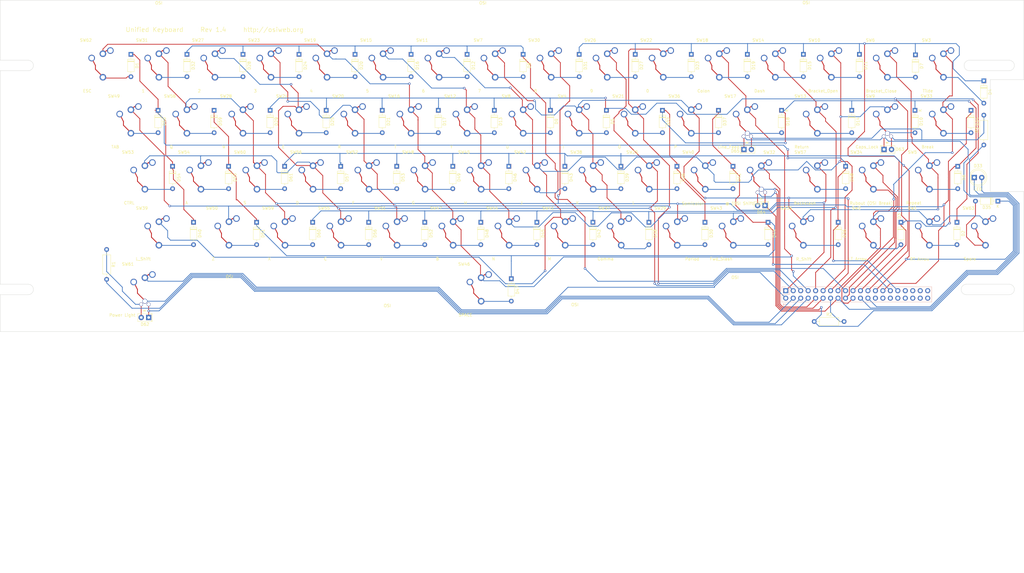
<source format=kicad_pcb>
(kicad_pcb (version 20171130) (host pcbnew "(5.1.6-0-10_14)")
  (title_block (title "Unified Retro Keyboard") (date 2020-06-11) (rev 1.6) (company OSIWeb.org) (comment 1 "Key matrix w/ LED"))
  (layers (0 F.Cu signal) (31 B.Cu signal) (34 B.Paste user) (35 F.Paste user) (36 B.SilkS user) (37 F.SilkS user) (38 B.Mask user) (39 F.Mask user) (44 Edge.Cuts user))
  (net 0 "")
  (net 1 /Row3)
  (net 2 /Row0)
  (net 3 /Row1)
  (net 4 "Net-(D5-Pad2)")
  (net 5 "Net-(D7-Pad2)")
  (net 6 "Net-(D8-Pad2)")
  (net 7 "Net-(D9-Pad2)")
  (net 8 "Net-(D10-Pad2)")
  (net 9 "Net-(D11-Pad2)")
  (net 10 "Net-(D12-Pad2)")
  (net 11 "Net-(D13-Pad2)")
  (net 12 "Net-(D14-Pad2)")
  (net 13 "Net-(D15-Pad2)")
  (net 14 "Net-(D16-Pad2)")
  (net 15 "Net-(D18-Pad2)")
  (net 16 "Net-(D19-Pad2)")
  (net 17 "Net-(D20-Pad2)")
  (net 18 "Net-(D22-Pad2)")
  (net 19 "Net-(D23-Pad2)")
  (net 20 "Net-(D24-Pad2)")
  (net 21 "Net-(D25-Pad2)")
  (net 22 "Net-(D26-Pad2)")
  (net 23 "Net-(D27-Pad2)")
  (net 24 "Net-(D28-Pad2)")
  (net 25 "Net-(D29-Pad2)")
  (net 26 "Net-(D30-Pad2)")
  (net 27 "Net-(D31-Pad2)")
  (net 28 "Net-(D32-Pad2)")
  (net 29 "Net-(D34-Pad2)")
  (net 30 "Net-(D36-Pad2)")
  (net 31 /Row4)
  (net 32 /Row5)
  (net 33 /Row7)
  (net 34 "Net-(D41-Pad2)")
  (net 35 "Net-(D42-Pad2)")
  (net 36 "Net-(D43-Pad2)")
  (net 37 "Net-(D45-Pad2)")
  (net 38 "Net-(D46-Pad2)")
  (net 39 "Net-(D47-Pad2)")
  (net 40 "Net-(D48-Pad2)")
  (net 41 "Net-(D49-Pad2)")
  (net 42 "Net-(D50-Pad2)")
  (net 43 "Net-(D51-Pad2)")
  (net 44 "Net-(D52-Pad2)")
  (net 45 "Net-(D53-Pad2)")
  (net 46 "Net-(D54-Pad2)")
  (net 47 "Net-(D55-Pad2)")
  (net 48 "Net-(D56-Pad2)")
  (net 49 "Net-(D57-Pad2)")
  (net 50 "Net-(D58-Pad2)")
  (net 51 "Net-(D59-Pad2)")
  (net 52 "Net-(D60-Pad2)")
  (net 53 "Net-(D61-Pad2)")
  (net 54 /Col0)
  (net 55 /Col1)
  (net 56 /Col2)
  (net 57 /Col3)
  (net 58 /Col4)
  (net 59 /Col5)
  (net 60 /Col6)
  (net 61 /Col7)
  (net 62 /Row6)
  (net 63 /Row2)
  (net 64 "Net-(J1-Pad40)")
  (net 65 "Net-(J1-Pad39)")
  (net 66 "Net-(J1-Pad38)")
  (net 67 "Net-(J1-Pad37)")
  (net 68 "Net-(J1-Pad36)")
  (net 69 "Net-(J1-Pad35)")
  (net 70 "Net-(J1-Pad34)")
  (net 71 "Net-(J1-Pad33)")
  (net 72 "Net-(D2-Pad2)")
  (net 73 "Net-(D3-Pad2)")
  (net 74 "Net-(D4-Pad2)")
  (net 75 "Net-(D6-Pad2)")
  (net 76 "Net-(D17-Pad2)")
  (net 77 "Net-(D21-Pad2)")
  (net 78 "Net-(D37-Pad2)")
  (net 79 "Net-(D38-Pad2)")
  (net 80 "Net-(D39-Pad2)")
  (net 81 "Net-(D40-Pad2)")
  (net 82 "Net-(D44-Pad2)")
  (net 83 "Net-(J1-Pad6)")
  (net 84 "Net-(J1-Pad10)")
  (net 85 "Net-(J1-Pad12)")
  (net 86 "Net-(J1-Pad18)")
  (net 87 "Net-(J1-Pad20)")
  (net 88 "Net-(J1-Pad26)")
  (net 89 "Net-(J1-Pad28)")
  (net 90 "Net-(J1-Pad30)")
  (net 91 "Net-(J1-Pad32)")
  (net 92 "Net-(J1-Pad2)")
  (net 93 "Net-(J1-Pad4)")
  (net 94 "Net-(D1-Pad2)")
  (net 95 "Net-(D35-Pad2)")
  (net 96 "Net-(D33-Pad2)")
  (net 97 "Net-(D33-Pad1)")
  (net 98 "Net-(J1-Pad22)")
  (net 99 "Net-(J1-Pad14)")
  (net 100 "Net-(D62-Pad2)")
  (net 101 "Net-(D62-Pad1)")
  (net 102 "Net-(D63-Pad2)")
  (net 103 "Net-(D63-Pad1)")
  (module unikbd:Key_MX_Spacebar_5.25 (layer F.Cu) (at 197.15988 165.99916)
    (fp_text reference SW46 (at -5.7912 -8.6106) (layer F.SilkS))
    (fp_text value SPACE (at -5.334 8.6614) (layer F.SilkS))
    (fp_line (start 1.27 -5.08) (end 0.7366 -4.6736) (layer F.Cu) (width 0.3048))
    (fp_line (start 1.651 -5.08) (end 1.27 -5.08) (layer F.Cu) (width 0.3048))
    (fp_line (start -2.54 1.27) (end 0 3.81) (layer F.Cu) (width 0.3048))
    (fp_line (start -2.54 0) (end -2.54 1.27) (layer F.Cu) (width 0.3048))
    (fp_line (start -3.81 -2.54) (end -2.54 0) (layer F.Cu) (width 0.3048))
    (pad "" np_thru_hole circle (at -66.675 8.255) (size 3.9878 3.9878) (drill 3.9878) (layers *.Cu *.Mask))
    (pad "" np_thru_hole circle (at 66.675 -6.985) (size 3.048 3.048) (drill 3.048) (layers *.Cu *.Mask))
    (pad "" np_thru_hole circle (at 66.675 8.255) (size 3.9878 3.9878) (drill 3.9878) (layers *.Cu *.Mask))
    (pad "" np_thru_hole circle (at -66.675 -6.985) (size 3.048 3.048) (drill 3.048) (layers *.Cu *.Mask))
    (pad 2 thru_hole circle (at 0 4.0005) (size 2.2352 2.2352) (drill 1.397) (layers *.Cu *.Mask) (net 39 "Net-(D47-Pad2)"))
    (pad 1 thru_hole circle (at 0 -4.0005) (size 2.2352 2.2352) (drill 1.397) (layers *.Cu *.Mask) (net 58 /Col4))
    (pad 3 thru_hole circle (at 2.54 -5.08) (size 2.2352 2.2352) (drill 1.5748) (layers *.Cu *.Mask))
    (pad "" np_thru_hole circle (at -5.08 0) (size 1.7018 1.7018) (drill 1.7018) (layers *.Cu *.Mask))
    (pad "" np_thru_hole circle (at 5.08 0) (size 1.7018 1.7018) (drill 1.7018) (layers *.Cu *.Mask))
    (pad "" np_thru_hole circle (at 0 0) (size 4.064 4.064) (drill 4.064) (layers *.Cu *.Mask))
    (pad 4 thru_hole circle (at -3.81 -2.54) (size 2.2352 2.2352) (drill 1.5748) (layers *.Cu *.Mask))
  )
  (module unikbd:Key_MX_LED (layer F.Cu) (at 287.64738 108.84916)
    (fp_text reference SW17 (at -5.7912 -8.6106) (layer F.SilkS))
    (fp_text value Line_Feed (at -6.36778 8.67664) (layer F.SilkS))
    (fp_line (start -3.81 -2.54) (end -2.54 0) (layer F.Cu) (width 0.3048))
    (fp_line (start -2.54 0) (end -2.54 1.27) (layer F.Cu) (width 0.3048))
    (fp_line (start -2.54 1.27) (end 0 3.81) (layer F.Cu) (width 0.3048))
    (fp_line (start 1.651 -5.08) (end 1.27 -5.08) (layer F.Cu) (width 0.3048))
    (fp_line (start 1.27 -5.08) (end 0.7366 -4.6736) (layer F.Cu) (width 0.3048))
    (pad 3 thru_hole circle (at -1.27 5.08) (size 1.27 1.27) (drill 1.0668) (layers *.Cu *.Mask) (net 103 "Net-(D63-Pad1)"))
    (pad 4 thru_hole circle (at 1.27 5.08) (size 1.27 1.27) (drill 1.0668) (layers *.Cu *.Mask) (net 102 "Net-(D63-Pad2)"))
    (pad 2 thru_hole circle (at 0 4.0005) (size 1.651 1.651) (drill 1.397) (layers *.Cu *.Mask) (net 15 "Net-(D18-Pad2)"))
    (pad 1 thru_hole circle (at 0 -4.0005) (size 2.2352 2.2352) (drill 1.397) (layers *.Cu *.Mask) (net 58 /Col4))
    (pad 6 thru_hole circle (at 2.54 -5.08) (size 2.2352 2.2352) (drill 1.5748) (layers *.Cu *.Mask))
    (pad "" np_thru_hole circle (at -5.08 0) (size 1.7018 1.7018) (drill 1.7018) (layers *.Cu *.Mask))
    (pad "" np_thru_hole circle (at 5.08 0) (size 1.7018 1.7018) (drill 1.7018) (layers *.Cu *.Mask))
    (pad "" np_thru_hole circle (at 0 0) (size 4.064 4.064) (drill 4.064) (layers *.Cu *.Mask))
    (pad 5 thru_hole circle (at -3.81 -2.54) (size 2.2352 2.2352) (drill 1.5748) (layers *.Cu *.Mask))
  )
  (module unikbd:Key_MX_LED (layer F.Cu) (at 82.85988 165.99916)
    (fp_text reference SW61 (at -5.7912 -8.6106) (layer F.SilkS))
    (fp_text value "Power Light" (at -7.68096 8.72744) (layer F.SilkS))
    (fp_line (start -3.81 -2.54) (end -2.54 0) (layer F.Cu) (width 0.3048))
    (fp_line (start -2.54 0) (end -2.54 1.27) (layer F.Cu) (width 0.3048))
    (fp_line (start -2.54 1.27) (end 0 3.81) (layer F.Cu) (width 0.3048))
    (fp_line (start 1.651 -5.08) (end 1.27 -5.08) (layer F.Cu) (width 0.3048))
    (fp_line (start 1.27 -5.08) (end 0.7366 -4.6736) (layer F.Cu) (width 0.3048))
    (pad 3 thru_hole circle (at -1.27 5.08) (size 1.27 1.27) (drill 1.0668) (layers *.Cu *.Mask) (net 100 "Net-(D62-Pad2)"))
    (pad 4 thru_hole circle (at 1.27 5.08) (size 1.27 1.27) (drill 1.0668) (layers *.Cu *.Mask) (net 101 "Net-(D62-Pad1)"))
    (pad 2 thru_hole circle (at 0 4.0005) (size 1.651 1.651) (drill 1.397) (layers *.Cu *.Mask) (net 93 "Net-(J1-Pad4)"))
    (pad 1 thru_hole circle (at 0 -4.0005) (size 2.2352 2.2352) (drill 1.397) (layers *.Cu *.Mask) (net 92 "Net-(J1-Pad2)"))
    (pad 6 thru_hole circle (at 2.54 -5.08) (size 2.2352 2.2352) (drill 1.5748) (layers *.Cu *.Mask))
    (pad "" np_thru_hole circle (at -5.08 0) (size 1.7018 1.7018) (drill 1.7018) (layers *.Cu *.Mask))
    (pad "" np_thru_hole circle (at 5.08 0) (size 1.7018 1.7018) (drill 1.7018) (layers *.Cu *.Mask))
    (pad "" np_thru_hole circle (at 0 0) (size 4.064 4.064) (drill 4.064) (layers *.Cu *.Mask))
    (pad 5 thru_hole circle (at -3.81 -2.54) (size 2.2352 2.2352) (drill 1.5748) (layers *.Cu *.Mask))
  )
  (module unikbd:Key_MX_LED (layer F.Cu) (at 292.40988 127.89916)
    (fp_text reference SW32 (at 2.69494 -8.55218) (layer F.SilkS))
    (fp_text value "@ (OSI ShiftLock)" (at -5.46862 8.84174) (layer F.SilkS))
    (fp_line (start -3.81 -2.54) (end -2.54 0) (layer F.Cu) (width 0.3048))
    (fp_line (start -2.54 0) (end -2.54 1.27) (layer F.Cu) (width 0.3048))
    (fp_line (start -2.54 1.27) (end 0 3.81) (layer F.Cu) (width 0.3048))
    (fp_line (start 1.651 -5.08) (end 1.27 -5.08) (layer F.Cu) (width 0.3048))
    (fp_line (start 1.27 -5.08) (end 0.7366 -4.6736) (layer F.Cu) (width 0.3048))
    (pad 3 thru_hole circle (at -1.27 5.08) (size 1.27 1.27) (drill 1.0668) (layers *.Cu *.Mask) (net 96 "Net-(D33-Pad2)"))
    (pad 4 thru_hole circle (at 1.27 5.08) (size 1.27 1.27) (drill 1.0668) (layers *.Cu *.Mask) (net 97 "Net-(D33-Pad1)"))
    (pad 2 thru_hole circle (at 0 4.0005) (size 1.651 1.651) (drill 1.397) (layers *.Cu *.Mask) (net 85 "Net-(J1-Pad12)"))
    (pad 1 thru_hole circle (at 0 -4.0005) (size 2.2352 2.2352) (drill 1.397) (layers *.Cu *.Mask) (net 84 "Net-(J1-Pad10)"))
    (pad 6 thru_hole circle (at 2.54 -5.08) (size 2.2352 2.2352) (drill 1.5748) (layers *.Cu *.Mask))
    (pad "" np_thru_hole circle (at -5.08 0) (size 1.7018 1.7018) (drill 1.7018) (layers *.Cu *.Mask))
    (pad "" np_thru_hole circle (at 5.08 0) (size 1.7018 1.7018) (drill 1.7018) (layers *.Cu *.Mask))
    (pad "" np_thru_hole circle (at 0 0) (size 4.064 4.064) (drill 4.064) (layers *.Cu *.Mask))
    (pad 5 thru_hole circle (at -3.81 -2.54) (size 2.2352 2.2352) (drill 1.5748) (layers *.Cu *.Mask))
  )
  (module unikbd:Key_MX_LED (layer F.Cu) (at 335.27238 108.84916)
    (fp_text reference SW9 (at -5.7912 -8.6106) (layer F.SilkS))
    (fp_text value Caps_Lock (at -6.93928 8.6487) (layer F.SilkS))
    (fp_line (start -3.81 -2.54) (end -2.54 0) (layer F.Cu) (width 0.3048))
    (fp_line (start -2.54 0) (end -2.54 1.27) (layer F.Cu) (width 0.3048))
    (fp_line (start -2.54 1.27) (end 0 3.81) (layer F.Cu) (width 0.3048))
    (fp_line (start 1.651 -5.08) (end 1.27 -5.08) (layer F.Cu) (width 0.3048))
    (fp_line (start 1.27 -5.08) (end 0.7366 -4.6736) (layer F.Cu) (width 0.3048))
    (pad 3 thru_hole circle (at -1.27 5.08) (size 1.27 1.27) (drill 1.0668) (layers *.Cu *.Mask) (net 103 "Net-(D63-Pad1)"))
    (pad 4 thru_hole circle (at 1.27 5.08) (size 1.27 1.27) (drill 1.0668) (layers *.Cu *.Mask) (net 102 "Net-(D63-Pad2)"))
    (pad 2 thru_hole circle (at 0 4.0005) (size 1.651 1.651) (drill 1.397) (layers *.Cu *.Mask) (net 8 "Net-(D10-Pad2)"))
    (pad 1 thru_hole circle (at 0 -4.0005) (size 2.2352 2.2352) (drill 1.397) (layers *.Cu *.Mask) (net 56 /Col2))
    (pad 6 thru_hole circle (at 2.54 -5.08) (size 2.2352 2.2352) (drill 1.5748) (layers *.Cu *.Mask))
    (pad "" np_thru_hole circle (at -5.08 0) (size 1.7018 1.7018) (drill 1.7018) (layers *.Cu *.Mask))
    (pad "" np_thru_hole circle (at 5.08 0) (size 1.7018 1.7018) (drill 1.7018) (layers *.Cu *.Mask))
    (pad "" np_thru_hole circle (at 0 0) (size 4.064 4.064) (drill 4.064) (layers *.Cu *.Mask))
    (pad 5 thru_hole circle (at -3.81 -2.54) (size 2.2352 2.2352) (drill 1.5748) (layers *.Cu *.Mask))
  )
  (module unikbd:Key_MX (layer F.Cu) (at 354.32238 89.79916)
    (fp_text reference SW3 (at -5.7912 -8.6106) (layer F.SilkS))
    (fp_text value Tilde (at -5.334 8.6614) (layer F.SilkS))
    (fp_line (start 1.27 -5.08) (end 0.7366 -4.6736) (layer F.Cu) (width 0.3048))
    (fp_line (start 1.651 -5.08) (end 1.27 -5.08) (layer F.Cu) (width 0.3048))
    (fp_line (start -2.54 1.27) (end 0 3.81) (layer F.Cu) (width 0.3048))
    (fp_line (start -2.54 0) (end -2.54 1.27) (layer F.Cu) (width 0.3048))
    (fp_line (start -3.81 -2.54) (end -2.54 0) (layer F.Cu) (width 0.3048))
    (pad 2 thru_hole circle (at 0 4.0005) (size 2.2352 2.2352) (drill 1.397) (layers *.Cu *.Mask) (net 74 "Net-(D4-Pad2)"))
    (pad 1 thru_hole circle (at 0 -4.0005) (size 2.2352 2.2352) (drill 1.397) (layers *.Cu *.Mask) (net 54 /Col0))
    (pad 3 thru_hole circle (at 2.54 -5.08) (size 2.2352 2.2352) (drill 1.5748) (layers *.Cu *.Mask))
    (pad "" np_thru_hole circle (at -5.08 0) (size 1.7018 1.7018) (drill 1.7018) (layers *.Cu *.Mask))
    (pad "" np_thru_hole circle (at 5.08 0) (size 1.7018 1.7018) (drill 1.7018) (layers *.Cu *.Mask))
    (pad "" np_thru_hole circle (at 0 0) (size 4.064 4.064) (drill 4.064) (layers *.Cu *.Mask))
    (pad 4 thru_hole circle (at -3.81 -2.54) (size 2.2352 2.2352) (drill 1.5748) (layers *.Cu *.Mask))
  )
  (module unikbd:Key_MX (layer F.Cu) (at 87.62238 146.94916)
    (fp_text reference SW39 (at -5.7912 -8.6106) (layer F.SilkS))
    (fp_text value L_Shift (at -5.334 8.6614) (layer F.SilkS))
    (fp_line (start 1.27 -5.08) (end 0.7366 -4.6736) (layer F.Cu) (width 0.3048))
    (fp_line (start 1.651 -5.08) (end 1.27 -5.08) (layer F.Cu) (width 0.3048))
    (fp_line (start -2.54 1.27) (end 0 3.81) (layer F.Cu) (width 0.3048))
    (fp_line (start -2.54 0) (end -2.54 1.27) (layer F.Cu) (width 0.3048))
    (fp_line (start -3.81 -2.54) (end -2.54 0) (layer F.Cu) (width 0.3048))
    (pad 2 thru_hole circle (at 0 4.0005) (size 2.2352 2.2352) (drill 1.397) (layers *.Cu *.Mask) (net 81 "Net-(D40-Pad2)"))
    (pad 1 thru_hole circle (at 0 -4.0005) (size 2.2352 2.2352) (drill 1.397) (layers *.Cu *.Mask) (net 56 /Col2))
    (pad 3 thru_hole circle (at 2.54 -5.08) (size 2.2352 2.2352) (drill 1.5748) (layers *.Cu *.Mask))
    (pad "" np_thru_hole circle (at -5.08 0) (size 1.7018 1.7018) (drill 1.7018) (layers *.Cu *.Mask))
    (pad "" np_thru_hole circle (at 5.08 0) (size 1.7018 1.7018) (drill 1.7018) (layers *.Cu *.Mask))
    (pad "" np_thru_hole circle (at 0 0) (size 4.064 4.064) (drill 4.064) (layers *.Cu *.Mask))
    (pad 4 thru_hole circle (at -3.81 -2.54) (size 2.2352 2.2352) (drill 1.5748) (layers *.Cu *.Mask))
  )
  (module unikbd:Key_MX (layer F.Cu) (at 273.35988 127.89916)
    (fp_text reference SW40 (at -5.7912 -8.6106) (layer F.SilkS))
    (fp_text value Semicolon (at -4.13258 8.87984) (layer F.SilkS))
    (fp_line (start 1.27 -5.08) (end 0.7366 -4.6736) (layer F.Cu) (width 0.3048))
    (fp_line (start 1.651 -5.08) (end 1.27 -5.08) (layer F.Cu) (width 0.3048))
    (fp_line (start -2.54 1.27) (end 0 3.81) (layer F.Cu) (width 0.3048))
    (fp_line (start -2.54 0) (end -2.54 1.27) (layer F.Cu) (width 0.3048))
    (fp_line (start -3.81 -2.54) (end -2.54 0) (layer F.Cu) (width 0.3048))
    (pad 2 thru_hole circle (at 0 4.0005) (size 2.2352 2.2352) (drill 1.397) (layers *.Cu *.Mask) (net 34 "Net-(D41-Pad2)"))
    (pad 1 thru_hole circle (at 0 -4.0005) (size 2.2352 2.2352) (drill 1.397) (layers *.Cu *.Mask) (net 56 /Col2))
    (pad 3 thru_hole circle (at 2.54 -5.08) (size 2.2352 2.2352) (drill 1.5748) (layers *.Cu *.Mask))
    (pad "" np_thru_hole circle (at -5.08 0) (size 1.7018 1.7018) (drill 1.7018) (layers *.Cu *.Mask))
    (pad "" np_thru_hole circle (at 5.08 0) (size 1.7018 1.7018) (drill 1.7018) (layers *.Cu *.Mask))
    (pad "" np_thru_hole circle (at 0 0) (size 4.064 4.064) (drill 4.064) (layers *.Cu *.Mask))
    (pad 4 thru_hole circle (at -3.81 -2.54) (size 2.2352 2.2352) (drill 1.5748) (layers *.Cu *.Mask))
  )
  (module unikbd:Key_MX (layer F.Cu) (at 368.60988 146.94916)
    (fp_text reference SW63 (at -5.7912 -8.6106) (layer F.SilkS))
    (fp_text value Spare (at -5.334 8.6614) (layer F.SilkS))
    (fp_line (start 1.27 -5.08) (end 0.7366 -4.6736) (layer F.Cu) (width 0.3048))
    (fp_line (start 1.651 -5.08) (end 1.27 -5.08) (layer F.Cu) (width 0.3048))
    (fp_line (start -2.54 1.27) (end 0 3.81) (layer F.Cu) (width 0.3048))
    (fp_line (start -2.54 0) (end -2.54 1.27) (layer F.Cu) (width 0.3048))
    (fp_line (start -3.81 -2.54) (end -2.54 0) (layer F.Cu) (width 0.3048))
    (pad 2 thru_hole circle (at 0 4.0005) (size 2.2352 2.2352) (drill 1.397) (layers *.Cu *.Mask) (net 95 "Net-(D35-Pad2)"))
    (pad 1 thru_hole circle (at 0 -4.0005) (size 2.2352 2.2352) (drill 1.397) (layers *.Cu *.Mask) (net 54 /Col0))
    (pad 3 thru_hole circle (at 2.54 -5.08) (size 2.2352 2.2352) (drill 1.5748) (layers *.Cu *.Mask))
    (pad "" np_thru_hole circle (at -5.08 0) (size 1.7018 1.7018) (drill 1.7018) (layers *.Cu *.Mask))
    (pad "" np_thru_hole circle (at 5.08 0) (size 1.7018 1.7018) (drill 1.7018) (layers *.Cu *.Mask))
    (pad "" np_thru_hole circle (at 0 0) (size 4.064 4.064) (drill 4.064) (layers *.Cu *.Mask))
    (pad 4 thru_hole circle (at -3.81 -2.54) (size 2.2352 2.2352) (drill 1.5748) (layers *.Cu *.Mask))
  )
  (module unikbd:Key_MX (layer F.Cu) (at 68.57238 89.79916)
    (fp_text reference SW62 (at -5.7912 -8.6106) (layer F.SilkS))
    (fp_text value ESC (at -5.334 8.6614) (layer F.SilkS))
    (fp_line (start 1.27 -5.08) (end 0.7366 -4.6736) (layer F.Cu) (width 0.3048))
    (fp_line (start 1.651 -5.08) (end 1.27 -5.08) (layer F.Cu) (width 0.3048))
    (fp_line (start -2.54 1.27) (end 0 3.81) (layer F.Cu) (width 0.3048))
    (fp_line (start -2.54 0) (end -2.54 1.27) (layer F.Cu) (width 0.3048))
    (fp_line (start -3.81 -2.54) (end -2.54 0) (layer F.Cu) (width 0.3048))
    (pad 2 thru_hole circle (at 0 4.0005) (size 2.2352 2.2352) (drill 1.397) (layers *.Cu *.Mask) (net 94 "Net-(D1-Pad2)"))
    (pad 1 thru_hole circle (at 0 -4.0005) (size 2.2352 2.2352) (drill 1.397) (layers *.Cu *.Mask) (net 58 /Col4))
    (pad 3 thru_hole circle (at 2.54 -5.08) (size 2.2352 2.2352) (drill 1.5748) (layers *.Cu *.Mask))
    (pad "" np_thru_hole circle (at -5.08 0) (size 1.7018 1.7018) (drill 1.7018) (layers *.Cu *.Mask))
    (pad "" np_thru_hole circle (at 5.08 0) (size 1.7018 1.7018) (drill 1.7018) (layers *.Cu *.Mask))
    (pad "" np_thru_hole circle (at 0 0) (size 4.064 4.064) (drill 4.064) (layers *.Cu *.Mask))
    (pad 4 thru_hole circle (at -3.81 -2.54) (size 2.2352 2.2352) (drill 1.5748) (layers *.Cu *.Mask))
  )
  (module unikbd:Key_MX (layer F.Cu) (at 244.78488 146.94916)
    (fp_text reference SW37 (at -5.7912 -8.6106) (layer F.SilkS))
    (fp_text value Comma (at -5.334 8.6614) (layer F.SilkS))
    (fp_line (start 1.27 -5.08) (end 0.7366 -4.6736) (layer F.Cu) (width 0.3048))
    (fp_line (start 1.651 -5.08) (end 1.27 -5.08) (layer F.Cu) (width 0.3048))
    (fp_line (start -2.54 1.27) (end 0 3.81) (layer F.Cu) (width 0.3048))
    (fp_line (start -2.54 0) (end -2.54 1.27) (layer F.Cu) (width 0.3048))
    (fp_line (start -3.81 -2.54) (end -2.54 0) (layer F.Cu) (width 0.3048))
    (pad 2 thru_hole circle (at 0 4.0005) (size 2.2352 2.2352) (drill 1.397) (layers *.Cu *.Mask) (net 79 "Net-(D38-Pad2)"))
    (pad 1 thru_hole circle (at 0 -4.0005) (size 2.2352 2.2352) (drill 1.397) (layers *.Cu *.Mask) (net 55 /Col1))
    (pad 3 thru_hole circle (at 2.54 -5.08) (size 2.2352 2.2352) (drill 1.5748) (layers *.Cu *.Mask))
    (pad "" np_thru_hole circle (at -5.08 0) (size 1.7018 1.7018) (drill 1.7018) (layers *.Cu *.Mask))
    (pad "" np_thru_hole circle (at 5.08 0) (size 1.7018 1.7018) (drill 1.7018) (layers *.Cu *.Mask))
    (pad "" np_thru_hole circle (at 0 0) (size 4.064 4.064) (drill 4.064) (layers *.Cu *.Mask))
    (pad 4 thru_hole circle (at -3.81 -2.54) (size 2.2352 2.2352) (drill 1.5748) (layers *.Cu *.Mask))
  )
  (module unikbd:Key_MX (layer F.Cu) (at 87.62238 89.79916)
    (fp_text reference SW31 (at -5.7912 -8.6106) (layer F.SilkS))
    (fp_text value 1 (at -5.334 8.6614) (layer F.SilkS))
    (fp_line (start 1.27 -5.08) (end 0.7366 -4.6736) (layer F.Cu) (width 0.3048))
    (fp_line (start 1.651 -5.08) (end 1.27 -5.08) (layer F.Cu) (width 0.3048))
    (fp_line (start -2.54 1.27) (end 0 3.81) (layer F.Cu) (width 0.3048))
    (fp_line (start -2.54 0) (end -2.54 1.27) (layer F.Cu) (width 0.3048))
    (fp_line (start -3.81 -2.54) (end -2.54 0) (layer F.Cu) (width 0.3048))
    (pad 2 thru_hole circle (at 0 4.0005) (size 2.2352 2.2352) (drill 1.397) (layers *.Cu *.Mask) (net 28 "Net-(D32-Pad2)"))
    (pad 1 thru_hole circle (at 0 -4.0005) (size 2.2352 2.2352) (drill 1.397) (layers *.Cu *.Mask) (net 61 /Col7))
    (pad 3 thru_hole circle (at 2.54 -5.08) (size 2.2352 2.2352) (drill 1.5748) (layers *.Cu *.Mask))
    (pad "" np_thru_hole circle (at -5.08 0) (size 1.7018 1.7018) (drill 1.7018) (layers *.Cu *.Mask))
    (pad "" np_thru_hole circle (at 5.08 0) (size 1.7018 1.7018) (drill 1.7018) (layers *.Cu *.Mask))
    (pad "" np_thru_hole circle (at 0 0) (size 4.064 4.064) (drill 4.064) (layers *.Cu *.Mask))
    (pad 4 thru_hole circle (at -3.81 -2.54) (size 2.2352 2.2352) (drill 1.5748) (layers *.Cu *.Mask))
  )
  (module unikbd:Key_MX (layer F.Cu) (at 220.97238 89.79916)
    (fp_text reference SW30 (at -5.7912 -8.6106) (layer F.SilkS))
    (fp_text value 8 (at -5.334 8.6614) (layer F.SilkS))
    (fp_line (start 1.27 -5.08) (end 0.7366 -4.6736) (layer F.Cu) (width 0.3048))
    (fp_line (start 1.651 -5.08) (end 1.27 -5.08) (layer F.Cu) (width 0.3048))
    (fp_line (start -2.54 1.27) (end 0 3.81) (layer F.Cu) (width 0.3048))
    (fp_line (start -2.54 0) (end -2.54 1.27) (layer F.Cu) (width 0.3048))
    (fp_line (start -3.81 -2.54) (end -2.54 0) (layer F.Cu) (width 0.3048))
    (pad 2 thru_hole circle (at 0 4.0005) (size 2.2352 2.2352) (drill 1.397) (layers *.Cu *.Mask) (net 27 "Net-(D31-Pad2)"))
    (pad 1 thru_hole circle (at 0 -4.0005) (size 2.2352 2.2352) (drill 1.397) (layers *.Cu *.Mask) (net 61 /Col7))
    (pad 3 thru_hole circle (at 2.54 -5.08) (size 2.2352 2.2352) (drill 1.5748) (layers *.Cu *.Mask))
    (pad "" np_thru_hole circle (at -5.08 0) (size 1.7018 1.7018) (drill 1.7018) (layers *.Cu *.Mask))
    (pad "" np_thru_hole circle (at 5.08 0) (size 1.7018 1.7018) (drill 1.7018) (layers *.Cu *.Mask))
    (pad "" np_thru_hole circle (at 0 0) (size 4.064 4.064) (drill 4.064) (layers *.Cu *.Mask))
    (pad 4 thru_hole circle (at -3.81 -2.54) (size 2.2352 2.2352) (drill 1.5748) (layers *.Cu *.Mask))
  )
  (module unikbd:Key_MX (layer F.Cu) (at 263.83488 146.94916)
    (fp_text reference SW29 (at -5.7912 -8.6106) (layer F.SilkS))
    (fp_text value Period (at 5.07492 8.68934) (layer F.SilkS))
    (fp_line (start 1.27 -5.08) (end 0.7366 -4.6736) (layer F.Cu) (width 0.3048))
    (fp_line (start 1.651 -5.08) (end 1.27 -5.08) (layer F.Cu) (width 0.3048))
    (fp_line (start -2.54 1.27) (end 0 3.81) (layer F.Cu) (width 0.3048))
    (fp_line (start -2.54 0) (end -2.54 1.27) (layer F.Cu) (width 0.3048))
    (fp_line (start -3.81 -2.54) (end -2.54 0) (layer F.Cu) (width 0.3048))
    (pad 2 thru_hole circle (at 0 4.0005) (size 2.2352 2.2352) (drill 1.397) (layers *.Cu *.Mask) (net 26 "Net-(D30-Pad2)"))
    (pad 1 thru_hole circle (at 0 -4.0005) (size 2.2352 2.2352) (drill 1.397) (layers *.Cu *.Mask) (net 61 /Col7))
    (pad 3 thru_hole circle (at 2.54 -5.08) (size 2.2352 2.2352) (drill 1.5748) (layers *.Cu *.Mask))
    (pad "" np_thru_hole circle (at -5.08 0) (size 1.7018 1.7018) (drill 1.7018) (layers *.Cu *.Mask))
    (pad "" np_thru_hole circle (at 5.08 0) (size 1.7018 1.7018) (drill 1.7018) (layers *.Cu *.Mask))
    (pad "" np_thru_hole circle (at 0 0) (size 4.064 4.064) (drill 4.064) (layers *.Cu *.Mask))
    (pad 4 thru_hole circle (at -3.81 -2.54) (size 2.2352 2.2352) (drill 1.5748) (layers *.Cu *.Mask))
  )
  (module unikbd:Key_MX (layer F.Cu) (at 116.19738 108.84916)
    (fp_text reference SW28 (at -5.7912 -8.6106) (layer F.SilkS))
    (fp_text value W (at -6.50748 8.62584) (layer F.SilkS))
    (fp_line (start 1.27 -5.08) (end 0.7366 -4.6736) (layer F.Cu) (width 0.3048))
    (fp_line (start 1.651 -5.08) (end 1.27 -5.08) (layer F.Cu) (width 0.3048))
    (fp_line (start -2.54 1.27) (end 0 3.81) (layer F.Cu) (width 0.3048))
    (fp_line (start -2.54 0) (end -2.54 1.27) (layer F.Cu) (width 0.3048))
    (fp_line (start -3.81 -2.54) (end -2.54 0) (layer F.Cu) (width 0.3048))
    (pad 2 thru_hole circle (at 0 4.0005) (size 2.2352 2.2352) (drill 1.397) (layers *.Cu *.Mask) (net 25 "Net-(D29-Pad2)"))
    (pad 1 thru_hole circle (at 0 -4.0005) (size 2.2352 2.2352) (drill 1.397) (layers *.Cu *.Mask) (net 61 /Col7))
    (pad 3 thru_hole circle (at 2.54 -5.08) (size 2.2352 2.2352) (drill 1.5748) (layers *.Cu *.Mask))
    (pad "" np_thru_hole circle (at -5.08 0) (size 1.7018 1.7018) (drill 1.7018) (layers *.Cu *.Mask))
    (pad "" np_thru_hole circle (at 5.08 0) (size 1.7018 1.7018) (drill 1.7018) (layers *.Cu *.Mask))
    (pad "" np_thru_hole circle (at 0 0) (size 4.064 4.064) (drill 4.064) (layers *.Cu *.Mask))
    (pad 4 thru_hole circle (at -3.81 -2.54) (size 2.2352 2.2352) (drill 1.5748) (layers *.Cu *.Mask))
  )
  (module unikbd:Key_MX (layer F.Cu) (at 106.67238 89.79916)
    (fp_text reference SW27 (at -5.7912 -8.6106) (layer F.SilkS))
    (fp_text value 2 (at -5.334 8.6614) (layer F.SilkS))
    (fp_line (start 1.27 -5.08) (end 0.7366 -4.6736) (layer F.Cu) (width 0.3048))
    (fp_line (start 1.651 -5.08) (end 1.27 -5.08) (layer F.Cu) (width 0.3048))
    (fp_line (start -2.54 1.27) (end 0 3.81) (layer F.Cu) (width 0.3048))
    (fp_line (start -2.54 0) (end -2.54 1.27) (layer F.Cu) (width 0.3048))
    (fp_line (start -3.81 -2.54) (end -2.54 0) (layer F.Cu) (width 0.3048))
    (pad 2 thru_hole circle (at 0 4.0005) (size 2.2352 2.2352) (drill 1.397) (layers *.Cu *.Mask) (net 24 "Net-(D28-Pad2)"))
    (pad 1 thru_hole circle (at 0 -4.0005) (size 2.2352 2.2352) (drill 1.397) (layers *.Cu *.Mask) (net 60 /Col6))
    (pad 3 thru_hole circle (at 2.54 -5.08) (size 2.2352 2.2352) (drill 1.5748) (layers *.Cu *.Mask))
    (pad "" np_thru_hole circle (at -5.08 0) (size 1.7018 1.7018) (drill 1.7018) (layers *.Cu *.Mask))
    (pad "" np_thru_hole circle (at 5.08 0) (size 1.7018 1.7018) (drill 1.7018) (layers *.Cu *.Mask))
    (pad "" np_thru_hole circle (at 0 0) (size 4.064 4.064) (drill 4.064) (layers *.Cu *.Mask))
    (pad 4 thru_hole circle (at -3.81 -2.54) (size 2.2352 2.2352) (drill 1.5748) (layers *.Cu *.Mask))
  )
  (module unikbd:Key_MX (layer F.Cu) (at 240.02238 89.79916)
    (fp_text reference SW26 (at -5.7912 -8.6106) (layer F.SilkS))
    (fp_text value 9 (at -5.334 8.6614) (layer F.SilkS))
    (fp_line (start 1.27 -5.08) (end 0.7366 -4.6736) (layer F.Cu) (width 0.3048))
    (fp_line (start 1.651 -5.08) (end 1.27 -5.08) (layer F.Cu) (width 0.3048))
    (fp_line (start -2.54 1.27) (end 0 3.81) (layer F.Cu) (width 0.3048))
    (fp_line (start -2.54 0) (end -2.54 1.27) (layer F.Cu) (width 0.3048))
    (fp_line (start -3.81 -2.54) (end -2.54 0) (layer F.Cu) (width 0.3048))
    (pad 2 thru_hole circle (at 0 4.0005) (size 2.2352 2.2352) (drill 1.397) (layers *.Cu *.Mask) (net 23 "Net-(D27-Pad2)"))
    (pad 1 thru_hole circle (at 0 -4.0005) (size 2.2352 2.2352) (drill 1.397) (layers *.Cu *.Mask) (net 60 /Col6))
    (pad 3 thru_hole circle (at 2.54 -5.08) (size 2.2352 2.2352) (drill 1.5748) (layers *.Cu *.Mask))
    (pad "" np_thru_hole circle (at -5.08 0) (size 1.7018 1.7018) (drill 1.7018) (layers *.Cu *.Mask))
    (pad "" np_thru_hole circle (at 5.08 0) (size 1.7018 1.7018) (drill 1.7018) (layers *.Cu *.Mask))
    (pad "" np_thru_hole circle (at 0 0) (size 4.064 4.064) (drill 4.064) (layers *.Cu *.Mask))
    (pad 4 thru_hole circle (at -3.81 -2.54) (size 2.2352 2.2352) (drill 1.5748) (layers *.Cu *.Mask))
  )
  (module unikbd:Key_MX (layer F.Cu) (at 254.30988 127.89916)
    (fp_text reference SW25 (at -5.7912 -8.6106) (layer F.SilkS))
    (fp_text value L (at -5.334 8.6614) (layer F.SilkS))
    (fp_line (start 1.27 -5.08) (end 0.7366 -4.6736) (layer F.Cu) (width 0.3048))
    (fp_line (start 1.651 -5.08) (end 1.27 -5.08) (layer F.Cu) (width 0.3048))
    (fp_line (start -2.54 1.27) (end 0 3.81) (layer F.Cu) (width 0.3048))
    (fp_line (start -2.54 0) (end -2.54 1.27) (layer F.Cu) (width 0.3048))
    (fp_line (start -3.81 -2.54) (end -2.54 0) (layer F.Cu) (width 0.3048))
    (pad 2 thru_hole circle (at 0 4.0005) (size 2.2352 2.2352) (drill 1.397) (layers *.Cu *.Mask) (net 22 "Net-(D26-Pad2)"))
    (pad 1 thru_hole circle (at 0 -4.0005) (size 2.2352 2.2352) (drill 1.397) (layers *.Cu *.Mask) (net 60 /Col6))
    (pad 3 thru_hole circle (at 2.54 -5.08) (size 2.2352 2.2352) (drill 1.5748) (layers *.Cu *.Mask))
    (pad "" np_thru_hole circle (at -5.08 0) (size 1.7018 1.7018) (drill 1.7018) (layers *.Cu *.Mask))
    (pad "" np_thru_hole circle (at 5.08 0) (size 1.7018 1.7018) (drill 1.7018) (layers *.Cu *.Mask))
    (pad "" np_thru_hole circle (at 0 0) (size 4.064 4.064) (drill 4.064) (layers *.Cu *.Mask))
    (pad 4 thru_hole circle (at -3.81 -2.54) (size 2.2352 2.2352) (drill 1.5748) (layers *.Cu *.Mask))
  )
  (module unikbd:Key_MX (layer F.Cu) (at 135.24738 108.84916)
    (fp_text reference SW24 (at -5.7912 -8.6106) (layer F.SilkS))
    (fp_text value E (at -5.334 8.6614) (layer F.SilkS))
    (fp_line (start 1.27 -5.08) (end 0.7366 -4.6736) (layer F.Cu) (width 0.3048))
    (fp_line (start 1.651 -5.08) (end 1.27 -5.08) (layer F.Cu) (width 0.3048))
    (fp_line (start -2.54 1.27) (end 0 3.81) (layer F.Cu) (width 0.3048))
    (fp_line (start -2.54 0) (end -2.54 1.27) (layer F.Cu) (width 0.3048))
    (fp_line (start -3.81 -2.54) (end -2.54 0) (layer F.Cu) (width 0.3048))
    (pad 2 thru_hole circle (at 0 4.0005) (size 2.2352 2.2352) (drill 1.397) (layers *.Cu *.Mask) (net 21 "Net-(D25-Pad2)"))
    (pad 1 thru_hole circle (at 0 -4.0005) (size 2.2352 2.2352) (drill 1.397) (layers *.Cu *.Mask) (net 60 /Col6))
    (pad 3 thru_hole circle (at 2.54 -5.08) (size 2.2352 2.2352) (drill 1.5748) (layers *.Cu *.Mask))
    (pad "" np_thru_hole circle (at -5.08 0) (size 1.7018 1.7018) (drill 1.7018) (layers *.Cu *.Mask))
    (pad "" np_thru_hole circle (at 5.08 0) (size 1.7018 1.7018) (drill 1.7018) (layers *.Cu *.Mask))
    (pad "" np_thru_hole circle (at 0 0) (size 4.064 4.064) (drill 4.064) (layers *.Cu *.Mask))
    (pad 4 thru_hole circle (at -3.81 -2.54) (size 2.2352 2.2352) (drill 1.5748) (layers *.Cu *.Mask))
  )
  (module unikbd:Key_MX (layer F.Cu) (at 125.72238 89.79916)
    (fp_text reference SW23 (at -5.7912 -8.6106) (layer F.SilkS))
    (fp_text value 3 (at -5.334 8.6614) (layer F.SilkS))
    (fp_line (start 1.27 -5.08) (end 0.7366 -4.6736) (layer F.Cu) (width 0.3048))
    (fp_line (start 1.651 -5.08) (end 1.27 -5.08) (layer F.Cu) (width 0.3048))
    (fp_line (start -2.54 1.27) (end 0 3.81) (layer F.Cu) (width 0.3048))
    (fp_line (start -2.54 0) (end -2.54 1.27) (layer F.Cu) (width 0.3048))
    (fp_line (start -3.81 -2.54) (end -2.54 0) (layer F.Cu) (width 0.3048))
    (pad 2 thru_hole circle (at 0 4.0005) (size 2.2352 2.2352) (drill 1.397) (layers *.Cu *.Mask) (net 20 "Net-(D24-Pad2)"))
    (pad 1 thru_hole circle (at 0 -4.0005) (size 2.2352 2.2352) (drill 1.397) (layers *.Cu *.Mask) (net 59 /Col5))
    (pad 3 thru_hole circle (at 2.54 -5.08) (size 2.2352 2.2352) (drill 1.5748) (layers *.Cu *.Mask))
    (pad "" np_thru_hole circle (at -5.08 0) (size 1.7018 1.7018) (drill 1.7018) (layers *.Cu *.Mask))
    (pad "" np_thru_hole circle (at 5.08 0) (size 1.7018 1.7018) (drill 1.7018) (layers *.Cu *.Mask))
    (pad "" np_thru_hole circle (at 0 0) (size 4.064 4.064) (drill 4.064) (layers *.Cu *.Mask))
    (pad 4 thru_hole circle (at -3.81 -2.54) (size 2.2352 2.2352) (drill 1.5748) (layers *.Cu *.Mask))
  )
  (module unikbd:Key_MX (layer F.Cu) (at 259.07238 89.79916)
    (fp_text reference SW22 (at -5.7912 -8.6106) (layer F.SilkS))
    (fp_text value 0 (at -5.334 8.6614) (layer F.SilkS))
    (fp_line (start 1.27 -5.08) (end 0.7366 -4.6736) (layer F.Cu) (width 0.3048))
    (fp_line (start 1.651 -5.08) (end 1.27 -5.08) (layer F.Cu) (width 0.3048))
    (fp_line (start -2.54 1.27) (end 0 3.81) (layer F.Cu) (width 0.3048))
    (fp_line (start -2.54 0) (end -2.54 1.27) (layer F.Cu) (width 0.3048))
    (fp_line (start -3.81 -2.54) (end -2.54 0) (layer F.Cu) (width 0.3048))
    (pad 2 thru_hole circle (at 0 4.0005) (size 2.2352 2.2352) (drill 1.397) (layers *.Cu *.Mask) (net 19 "Net-(D23-Pad2)"))
    (pad 1 thru_hole circle (at 0 -4.0005) (size 2.2352 2.2352) (drill 1.397) (layers *.Cu *.Mask) (net 59 /Col5))
    (pad 3 thru_hole circle (at 2.54 -5.08) (size 2.2352 2.2352) (drill 1.5748) (layers *.Cu *.Mask))
    (pad "" np_thru_hole circle (at -5.08 0) (size 1.7018 1.7018) (drill 1.7018) (layers *.Cu *.Mask))
    (pad "" np_thru_hole circle (at 5.08 0) (size 1.7018 1.7018) (drill 1.7018) (layers *.Cu *.Mask))
    (pad "" np_thru_hole circle (at 0 0) (size 4.064 4.064) (drill 4.064) (layers *.Cu *.Mask))
    (pad 4 thru_hole circle (at -3.81 -2.54) (size 2.2352 2.2352) (drill 1.5748) (layers *.Cu *.Mask))
  )
  (module unikbd:Key_MX (layer F.Cu) (at 249.54738 108.84916)
    (fp_text reference SW21 (at -5.7912 -8.6106) (layer F.SilkS))
    (fp_text value O (at -5.334 8.6614) (layer F.SilkS))
    (fp_line (start 1.27 -5.08) (end 0.7366 -4.6736) (layer F.Cu) (width 0.3048))
    (fp_line (start 1.651 -5.08) (end 1.27 -5.08) (layer F.Cu) (width 0.3048))
    (fp_line (start -2.54 1.27) (end 0 3.81) (layer F.Cu) (width 0.3048))
    (fp_line (start -2.54 0) (end -2.54 1.27) (layer F.Cu) (width 0.3048))
    (fp_line (start -3.81 -2.54) (end -2.54 0) (layer F.Cu) (width 0.3048))
    (pad 2 thru_hole circle (at 0 4.0005) (size 2.2352 2.2352) (drill 1.397) (layers *.Cu *.Mask) (net 18 "Net-(D22-Pad2)"))
    (pad 1 thru_hole circle (at 0 -4.0005) (size 2.2352 2.2352) (drill 1.397) (layers *.Cu *.Mask) (net 59 /Col5))
    (pad 3 thru_hole circle (at 2.54 -5.08) (size 2.2352 2.2352) (drill 1.5748) (layers *.Cu *.Mask))
    (pad "" np_thru_hole circle (at -5.08 0) (size 1.7018 1.7018) (drill 1.7018) (layers *.Cu *.Mask))
    (pad "" np_thru_hole circle (at 5.08 0) (size 1.7018 1.7018) (drill 1.7018) (layers *.Cu *.Mask))
    (pad "" np_thru_hole circle (at 0 0) (size 4.064 4.064) (drill 4.064) (layers *.Cu *.Mask))
    (pad 4 thru_hole circle (at -3.81 -2.54) (size 2.2352 2.2352) (drill 1.5748) (layers *.Cu *.Mask))
  )
  (module unikbd:Key_MX (layer F.Cu) (at 154.29738 108.84916)
    (fp_text reference SW20 (at -5.7912 -8.6106) (layer F.SilkS))
    (fp_text value R (at -5.334 8.6614) (layer F.SilkS))
    (fp_line (start 1.27 -5.08) (end 0.7366 -4.6736) (layer F.Cu) (width 0.3048))
    (fp_line (start 1.651 -5.08) (end 1.27 -5.08) (layer F.Cu) (width 0.3048))
    (fp_line (start -2.54 1.27) (end 0 3.81) (layer F.Cu) (width 0.3048))
    (fp_line (start -2.54 0) (end -2.54 1.27) (layer F.Cu) (width 0.3048))
    (fp_line (start -3.81 -2.54) (end -2.54 0) (layer F.Cu) (width 0.3048))
    (pad 2 thru_hole circle (at 0 4.0005) (size 2.2352 2.2352) (drill 1.397) (layers *.Cu *.Mask) (net 77 "Net-(D21-Pad2)"))
    (pad 1 thru_hole circle (at 0 -4.0005) (size 2.2352 2.2352) (drill 1.397) (layers *.Cu *.Mask) (net 59 /Col5))
    (pad 3 thru_hole circle (at 2.54 -5.08) (size 2.2352 2.2352) (drill 1.5748) (layers *.Cu *.Mask))
    (pad "" np_thru_hole circle (at -5.08 0) (size 1.7018 1.7018) (drill 1.7018) (layers *.Cu *.Mask))
    (pad "" np_thru_hole circle (at 5.08 0) (size 1.7018 1.7018) (drill 1.7018) (layers *.Cu *.Mask))
    (pad "" np_thru_hole circle (at 0 0) (size 4.064 4.064) (drill 4.064) (layers *.Cu *.Mask))
    (pad 4 thru_hole circle (at -3.81 -2.54) (size 2.2352 2.2352) (drill 1.5748) (layers *.Cu *.Mask))
  )
  (module unikbd:Key_MX (layer F.Cu) (at 144.77238 89.79916)
    (fp_text reference SW19 (at -5.7912 -8.6106) (layer F.SilkS))
    (fp_text value 4 (at -5.334 8.6614) (layer F.SilkS))
    (fp_line (start 1.27 -5.08) (end 0.7366 -4.6736) (layer F.Cu) (width 0.3048))
    (fp_line (start 1.651 -5.08) (end 1.27 -5.08) (layer F.Cu) (width 0.3048))
    (fp_line (start -2.54 1.27) (end 0 3.81) (layer F.Cu) (width 0.3048))
    (fp_line (start -2.54 0) (end -2.54 1.27) (layer F.Cu) (width 0.3048))
    (fp_line (start -3.81 -2.54) (end -2.54 0) (layer F.Cu) (width 0.3048))
    (pad 2 thru_hole circle (at 0 4.0005) (size 2.2352 2.2352) (drill 1.397) (layers *.Cu *.Mask) (net 17 "Net-(D20-Pad2)"))
    (pad 1 thru_hole circle (at 0 -4.0005) (size 2.2352 2.2352) (drill 1.397) (layers *.Cu *.Mask) (net 58 /Col4))
    (pad 3 thru_hole circle (at 2.54 -5.08) (size 2.2352 2.2352) (drill 1.5748) (layers *.Cu *.Mask))
    (pad "" np_thru_hole circle (at -5.08 0) (size 1.7018 1.7018) (drill 1.7018) (layers *.Cu *.Mask))
    (pad "" np_thru_hole circle (at 5.08 0) (size 1.7018 1.7018) (drill 1.7018) (layers *.Cu *.Mask))
    (pad "" np_thru_hole circle (at 0 0) (size 4.064 4.064) (drill 4.064) (layers *.Cu *.Mask))
    (pad 4 thru_hole circle (at -3.81 -2.54) (size 2.2352 2.2352) (drill 1.5748) (layers *.Cu *.Mask))
  )
  (module unikbd:Key_MX (layer F.Cu) (at 278.12238 89.79916)
    (fp_text reference SW18 (at -5.7912 -8.6106) (layer F.SilkS))
    (fp_text value Colon (at -5.334 8.6614) (layer F.SilkS))
    (fp_line (start 1.27 -5.08) (end 0.7366 -4.6736) (layer F.Cu) (width 0.3048))
    (fp_line (start 1.651 -5.08) (end 1.27 -5.08) (layer F.Cu) (width 0.3048))
    (fp_line (start -2.54 1.27) (end 0 3.81) (layer F.Cu) (width 0.3048))
    (fp_line (start -2.54 0) (end -2.54 1.27) (layer F.Cu) (width 0.3048))
    (fp_line (start -3.81 -2.54) (end -2.54 0) (layer F.Cu) (width 0.3048))
    (pad 2 thru_hole circle (at 0 4.0005) (size 2.2352 2.2352) (drill 1.397) (layers *.Cu *.Mask) (net 16 "Net-(D19-Pad2)"))
    (pad 1 thru_hole circle (at 0 -4.0005) (size 2.2352 2.2352) (drill 1.397) (layers *.Cu *.Mask) (net 58 /Col4))
    (pad 3 thru_hole circle (at 2.54 -5.08) (size 2.2352 2.2352) (drill 1.5748) (layers *.Cu *.Mask))
    (pad "" np_thru_hole circle (at -5.08 0) (size 1.7018 1.7018) (drill 1.7018) (layers *.Cu *.Mask))
    (pad "" np_thru_hole circle (at 5.08 0) (size 1.7018 1.7018) (drill 1.7018) (layers *.Cu *.Mask))
    (pad "" np_thru_hole circle (at 0 0) (size 4.064 4.064) (drill 4.064) (layers *.Cu *.Mask))
    (pad 4 thru_hole circle (at -3.81 -2.54) (size 2.2352 2.2352) (drill 1.5748) (layers *.Cu *.Mask))
  )
  (module unikbd:Key_MX (layer F.Cu) (at 173.34738 108.84916)
    (fp_text reference SW16 (at -5.7912 -8.6106) (layer F.SilkS))
    (fp_text value T (at -5.334 8.6614) (layer F.SilkS))
    (fp_line (start 1.27 -5.08) (end 0.7366 -4.6736) (layer F.Cu) (width 0.3048))
    (fp_line (start 1.651 -5.08) (end 1.27 -5.08) (layer F.Cu) (width 0.3048))
    (fp_line (start -2.54 1.27) (end 0 3.81) (layer F.Cu) (width 0.3048))
    (fp_line (start -2.54 0) (end -2.54 1.27) (layer F.Cu) (width 0.3048))
    (fp_line (start -3.81 -2.54) (end -2.54 0) (layer F.Cu) (width 0.3048))
    (pad 2 thru_hole circle (at 0 4.0005) (size 2.2352 2.2352) (drill 1.397) (layers *.Cu *.Mask) (net 76 "Net-(D17-Pad2)"))
    (pad 1 thru_hole circle (at 0 -4.0005) (size 2.2352 2.2352) (drill 1.397) (layers *.Cu *.Mask) (net 58 /Col4))
    (pad 3 thru_hole circle (at 2.54 -5.08) (size 2.2352 2.2352) (drill 1.5748) (layers *.Cu *.Mask))
    (pad "" np_thru_hole circle (at -5.08 0) (size 1.7018 1.7018) (drill 1.7018) (layers *.Cu *.Mask))
    (pad "" np_thru_hole circle (at 5.08 0) (size 1.7018 1.7018) (drill 1.7018) (layers *.Cu *.Mask))
    (pad "" np_thru_hole circle (at 0 0) (size 4.064 4.064) (drill 4.064) (layers *.Cu *.Mask))
    (pad 4 thru_hole circle (at -3.81 -2.54) (size 2.2352 2.2352) (drill 1.5748) (layers *.Cu *.Mask))
  )
  (module unikbd:Key_MX (layer F.Cu) (at 163.82238 89.79916)
    (fp_text reference SW15 (at -5.7912 -8.6106) (layer F.SilkS))
    (fp_text value 5 (at -5.334 8.6614) (layer F.SilkS))
    (fp_line (start 1.27 -5.08) (end 0.7366 -4.6736) (layer F.Cu) (width 0.3048))
    (fp_line (start 1.651 -5.08) (end 1.27 -5.08) (layer F.Cu) (width 0.3048))
    (fp_line (start -2.54 1.27) (end 0 3.81) (layer F.Cu) (width 0.3048))
    (fp_line (start -2.54 0) (end -2.54 1.27) (layer F.Cu) (width 0.3048))
    (fp_line (start -3.81 -2.54) (end -2.54 0) (layer F.Cu) (width 0.3048))
    (pad 2 thru_hole circle (at 0 4.0005) (size 2.2352 2.2352) (drill 1.397) (layers *.Cu *.Mask) (net 14 "Net-(D16-Pad2)"))
    (pad 1 thru_hole circle (at 0 -4.0005) (size 2.2352 2.2352) (drill 1.397) (layers *.Cu *.Mask) (net 57 /Col3))
    (pad 3 thru_hole circle (at 2.54 -5.08) (size 2.2352 2.2352) (drill 1.5748) (layers *.Cu *.Mask))
    (pad "" np_thru_hole circle (at -5.08 0) (size 1.7018 1.7018) (drill 1.7018) (layers *.Cu *.Mask))
    (pad "" np_thru_hole circle (at 5.08 0) (size 1.7018 1.7018) (drill 1.7018) (layers *.Cu *.Mask))
    (pad "" np_thru_hole circle (at 0 0) (size 4.064 4.064) (drill 4.064) (layers *.Cu *.Mask))
    (pad 4 thru_hole circle (at -3.81 -2.54) (size 2.2352 2.2352) (drill 1.5748) (layers *.Cu *.Mask))
  )
  (module unikbd:Key_MX (layer F.Cu) (at 297.17238 89.79916)
    (fp_text reference SW14 (at -5.7912 -8.6106) (layer F.SilkS))
    (fp_text value Dash (at -5.334 8.6614) (layer F.SilkS))
    (fp_line (start 1.27 -5.08) (end 0.7366 -4.6736) (layer F.Cu) (width 0.3048))
    (fp_line (start 1.651 -5.08) (end 1.27 -5.08) (layer F.Cu) (width 0.3048))
    (fp_line (start -2.54 1.27) (end 0 3.81) (layer F.Cu) (width 0.3048))
    (fp_line (start -2.54 0) (end -2.54 1.27) (layer F.Cu) (width 0.3048))
    (fp_line (start -3.81 -2.54) (end -2.54 0) (layer F.Cu) (width 0.3048))
    (pad 2 thru_hole circle (at 0 4.0005) (size 2.2352 2.2352) (drill 1.397) (layers *.Cu *.Mask) (net 13 "Net-(D15-Pad2)"))
    (pad 1 thru_hole circle (at 0 -4.0005) (size 2.2352 2.2352) (drill 1.397) (layers *.Cu *.Mask) (net 57 /Col3))
    (pad 3 thru_hole circle (at 2.54 -5.08) (size 2.2352 2.2352) (drill 1.5748) (layers *.Cu *.Mask))
    (pad "" np_thru_hole circle (at -5.08 0) (size 1.7018 1.7018) (drill 1.7018) (layers *.Cu *.Mask))
    (pad "" np_thru_hole circle (at 5.08 0) (size 1.7018 1.7018) (drill 1.7018) (layers *.Cu *.Mask))
    (pad "" np_thru_hole circle (at 0 0) (size 4.064 4.064) (drill 4.064) (layers *.Cu *.Mask))
    (pad 4 thru_hole circle (at -3.81 -2.54) (size 2.2352 2.2352) (drill 1.5748) (layers *.Cu *.Mask))
  )
  (module unikbd:Key_MX (layer F.Cu) (at 311.45988 108.84916)
    (fp_text reference SW13 (at -5.7912 -8.6106) (layer F.SilkS))
    (fp_text value Return (at -5.334 8.6614) (layer F.SilkS))
    (fp_line (start 1.27 -5.08) (end 0.7366 -4.6736) (layer F.Cu) (width 0.3048))
    (fp_line (start 1.651 -5.08) (end 1.27 -5.08) (layer F.Cu) (width 0.3048))
    (fp_line (start -2.54 1.27) (end 0 3.81) (layer F.Cu) (width 0.3048))
    (fp_line (start -2.54 0) (end -2.54 1.27) (layer F.Cu) (width 0.3048))
    (fp_line (start -3.81 -2.54) (end -2.54 0) (layer F.Cu) (width 0.3048))
    (pad 2 thru_hole circle (at 0 4.0005) (size 2.2352 2.2352) (drill 1.397) (layers *.Cu *.Mask) (net 12 "Net-(D14-Pad2)"))
    (pad 1 thru_hole circle (at 0 -4.0005) (size 2.2352 2.2352) (drill 1.397) (layers *.Cu *.Mask) (net 57 /Col3))
    (pad 3 thru_hole circle (at 2.54 -5.08) (size 2.2352 2.2352) (drill 1.5748) (layers *.Cu *.Mask))
    (pad "" np_thru_hole circle (at -5.08 0) (size 1.7018 1.7018) (drill 1.7018) (layers *.Cu *.Mask))
    (pad "" np_thru_hole circle (at 5.08 0) (size 1.7018 1.7018) (drill 1.7018) (layers *.Cu *.Mask))
    (pad "" np_thru_hole circle (at 0 0) (size 4.064 4.064) (drill 4.064) (layers *.Cu *.Mask))
    (pad 4 thru_hole circle (at -3.81 -2.54) (size 2.2352 2.2352) (drill 1.5748) (layers *.Cu *.Mask))
  )
  (module unikbd:Key_MX (layer F.Cu) (at 192.39738 108.84916)
    (fp_text reference SW12 (at -5.7912 -8.6106) (layer F.SilkS))
    (fp_text value Y (at -5.334 8.6614) (layer F.SilkS))
    (fp_line (start 1.27 -5.08) (end 0.7366 -4.6736) (layer F.Cu) (width 0.3048))
    (fp_line (start 1.651 -5.08) (end 1.27 -5.08) (layer F.Cu) (width 0.3048))
    (fp_line (start -2.54 1.27) (end 0 3.81) (layer F.Cu) (width 0.3048))
    (fp_line (start -2.54 0) (end -2.54 1.27) (layer F.Cu) (width 0.3048))
    (fp_line (start -3.81 -2.54) (end -2.54 0) (layer F.Cu) (width 0.3048))
    (pad 2 thru_hole circle (at 0 4.0005) (size 2.2352 2.2352) (drill 1.397) (layers *.Cu *.Mask) (net 11 "Net-(D13-Pad2)"))
    (pad 1 thru_hole circle (at 0 -4.0005) (size 2.2352 2.2352) (drill 1.397) (layers *.Cu *.Mask) (net 57 /Col3))
    (pad 3 thru_hole circle (at 2.54 -5.08) (size 2.2352 2.2352) (drill 1.5748) (layers *.Cu *.Mask))
    (pad "" np_thru_hole circle (at -5.08 0) (size 1.7018 1.7018) (drill 1.7018) (layers *.Cu *.Mask))
    (pad "" np_thru_hole circle (at 5.08 0) (size 1.7018 1.7018) (drill 1.7018) (layers *.Cu *.Mask))
    (pad "" np_thru_hole circle (at 0 0) (size 4.064 4.064) (drill 4.064) (layers *.Cu *.Mask))
    (pad 4 thru_hole circle (at -3.81 -2.54) (size 2.2352 2.2352) (drill 1.5748) (layers *.Cu *.Mask))
  )
  (module unikbd:Key_MX (layer F.Cu) (at 182.87238 89.79916)
    (fp_text reference SW11 (at -5.7912 -8.6106) (layer F.SilkS))
    (fp_text value 6 (at -5.334 8.6614) (layer F.SilkS))
    (fp_line (start 1.27 -5.08) (end 0.7366 -4.6736) (layer F.Cu) (width 0.3048))
    (fp_line (start 1.651 -5.08) (end 1.27 -5.08) (layer F.Cu) (width 0.3048))
    (fp_line (start -2.54 1.27) (end 0 3.81) (layer F.Cu) (width 0.3048))
    (fp_line (start -2.54 0) (end -2.54 1.27) (layer F.Cu) (width 0.3048))
    (fp_line (start -3.81 -2.54) (end -2.54 0) (layer F.Cu) (width 0.3048))
    (pad 2 thru_hole circle (at 0 4.0005) (size 2.2352 2.2352) (drill 1.397) (layers *.Cu *.Mask) (net 10 "Net-(D12-Pad2)"))
    (pad 1 thru_hole circle (at 0 -4.0005) (size 2.2352 2.2352) (drill 1.397) (layers *.Cu *.Mask) (net 56 /Col2))
    (pad 3 thru_hole circle (at 2.54 -5.08) (size 2.2352 2.2352) (drill 1.5748) (layers *.Cu *.Mask))
    (pad "" np_thru_hole circle (at -5.08 0) (size 1.7018 1.7018) (drill 1.7018) (layers *.Cu *.Mask))
    (pad "" np_thru_hole circle (at 5.08 0) (size 1.7018 1.7018) (drill 1.7018) (layers *.Cu *.Mask))
    (pad "" np_thru_hole circle (at 0 0) (size 4.064 4.064) (drill 4.064) (layers *.Cu *.Mask))
    (pad 4 thru_hole circle (at -3.81 -2.54) (size 2.2352 2.2352) (drill 1.5748) (layers *.Cu *.Mask))
  )
  (module unikbd:Key_MX (layer F.Cu) (at 316.22238 89.79916)
    (fp_text reference SW10 (at -5.7912 -8.6106) (layer F.SilkS))
    (fp_text value Bracket_Open (at -2.794 8.6614) (layer F.SilkS))
    (fp_line (start 1.27 -5.08) (end 0.7366 -4.6736) (layer F.Cu) (width 0.3048))
    (fp_line (start 1.651 -5.08) (end 1.27 -5.08) (layer F.Cu) (width 0.3048))
    (fp_line (start -2.54 1.27) (end 0 3.81) (layer F.Cu) (width 0.3048))
    (fp_line (start -2.54 0) (end -2.54 1.27) (layer F.Cu) (width 0.3048))
    (fp_line (start -3.81 -2.54) (end -2.54 0) (layer F.Cu) (width 0.3048))
    (pad 2 thru_hole circle (at 0 4.0005) (size 2.2352 2.2352) (drill 1.397) (layers *.Cu *.Mask) (net 9 "Net-(D11-Pad2)"))
    (pad 1 thru_hole circle (at 0 -4.0005) (size 2.2352 2.2352) (drill 1.397) (layers *.Cu *.Mask) (net 56 /Col2))
    (pad 3 thru_hole circle (at 2.54 -5.08) (size 2.2352 2.2352) (drill 1.5748) (layers *.Cu *.Mask))
    (pad "" np_thru_hole circle (at -5.08 0) (size 1.7018 1.7018) (drill 1.7018) (layers *.Cu *.Mask))
    (pad "" np_thru_hole circle (at 5.08 0) (size 1.7018 1.7018) (drill 1.7018) (layers *.Cu *.Mask))
    (pad "" np_thru_hole circle (at 0 0) (size 4.064 4.064) (drill 4.064) (layers *.Cu *.Mask))
    (pad 4 thru_hole circle (at -3.81 -2.54) (size 2.2352 2.2352) (drill 1.5748) (layers *.Cu *.Mask))
  )
  (module unikbd:Key_MX (layer F.Cu) (at 211.44738 108.84916)
    (fp_text reference SW8 (at -5.7912 -8.6106) (layer F.SilkS))
    (fp_text value U (at -5.334 8.6614) (layer F.SilkS))
    (fp_line (start 1.27 -5.08) (end 0.7366 -4.6736) (layer F.Cu) (width 0.3048))
    (fp_line (start 1.651 -5.08) (end 1.27 -5.08) (layer F.Cu) (width 0.3048))
    (fp_line (start -2.54 1.27) (end 0 3.81) (layer F.Cu) (width 0.3048))
    (fp_line (start -2.54 0) (end -2.54 1.27) (layer F.Cu) (width 0.3048))
    (fp_line (start -3.81 -2.54) (end -2.54 0) (layer F.Cu) (width 0.3048))
    (pad 2 thru_hole circle (at 0 4.0005) (size 2.2352 2.2352) (drill 1.397) (layers *.Cu *.Mask) (net 7 "Net-(D9-Pad2)"))
    (pad 1 thru_hole circle (at 0 -4.0005) (size 2.2352 2.2352) (drill 1.397) (layers *.Cu *.Mask) (net 56 /Col2))
    (pad 3 thru_hole circle (at 2.54 -5.08) (size 2.2352 2.2352) (drill 1.5748) (layers *.Cu *.Mask))
    (pad "" np_thru_hole circle (at -5.08 0) (size 1.7018 1.7018) (drill 1.7018) (layers *.Cu *.Mask))
    (pad "" np_thru_hole circle (at 5.08 0) (size 1.7018 1.7018) (drill 1.7018) (layers *.Cu *.Mask))
    (pad "" np_thru_hole circle (at 0 0) (size 4.064 4.064) (drill 4.064) (layers *.Cu *.Mask))
    (pad 4 thru_hole circle (at -3.81 -2.54) (size 2.2352 2.2352) (drill 1.5748) (layers *.Cu *.Mask))
  )
  (module unikbd:Key_MX (layer F.Cu) (at 201.92238 89.79916)
    (fp_text reference SW7 (at -5.7912 -8.6106) (layer F.SilkS))
    (fp_text value 7 (at -5.334 8.6614) (layer F.SilkS))
    (fp_line (start 1.27 -5.08) (end 0.7366 -4.6736) (layer F.Cu) (width 0.3048))
    (fp_line (start 1.651 -5.08) (end 1.27 -5.08) (layer F.Cu) (width 0.3048))
    (fp_line (start -2.54 1.27) (end 0 3.81) (layer F.Cu) (width 0.3048))
    (fp_line (start -2.54 0) (end -2.54 1.27) (layer F.Cu) (width 0.3048))
    (fp_line (start -3.81 -2.54) (end -2.54 0) (layer F.Cu) (width 0.3048))
    (pad 2 thru_hole circle (at 0 4.0005) (size 2.2352 2.2352) (drill 1.397) (layers *.Cu *.Mask) (net 6 "Net-(D8-Pad2)"))
    (pad 1 thru_hole circle (at 0 -4.0005) (size 2.2352 2.2352) (drill 1.397) (layers *.Cu *.Mask) (net 55 /Col1))
    (pad 3 thru_hole circle (at 2.54 -5.08) (size 2.2352 2.2352) (drill 1.5748) (layers *.Cu *.Mask))
    (pad "" np_thru_hole circle (at -5.08 0) (size 1.7018 1.7018) (drill 1.7018) (layers *.Cu *.Mask))
    (pad "" np_thru_hole circle (at 5.08 0) (size 1.7018 1.7018) (drill 1.7018) (layers *.Cu *.Mask))
    (pad "" np_thru_hole circle (at 0 0) (size 4.064 4.064) (drill 4.064) (layers *.Cu *.Mask))
    (pad 4 thru_hole circle (at -3.81 -2.54) (size 2.2352 2.2352) (drill 1.5748) (layers *.Cu *.Mask))
  )
  (module unikbd:Key_MX (layer F.Cu) (at 335.27238 89.79916)
    (fp_text reference SW6 (at -5.7912 -8.6106) (layer F.SilkS))
    (fp_text value Bracket_Close (at -2.08788 8.68934) (layer F.SilkS))
    (fp_line (start 1.27 -5.08) (end 0.7366 -4.6736) (layer F.Cu) (width 0.3048))
    (fp_line (start 1.651 -5.08) (end 1.27 -5.08) (layer F.Cu) (width 0.3048))
    (fp_line (start -2.54 1.27) (end 0 3.81) (layer F.Cu) (width 0.3048))
    (fp_line (start -2.54 0) (end -2.54 1.27) (layer F.Cu) (width 0.3048))
    (fp_line (start -3.81 -2.54) (end -2.54 0) (layer F.Cu) (width 0.3048))
    (pad 2 thru_hole circle (at 0 4.0005) (size 2.2352 2.2352) (drill 1.397) (layers *.Cu *.Mask) (net 5 "Net-(D7-Pad2)"))
    (pad 1 thru_hole circle (at 0 -4.0005) (size 2.2352 2.2352) (drill 1.397) (layers *.Cu *.Mask) (net 55 /Col1))
    (pad 3 thru_hole circle (at 2.54 -5.08) (size 2.2352 2.2352) (drill 1.5748) (layers *.Cu *.Mask))
    (pad "" np_thru_hole circle (at -5.08 0) (size 1.7018 1.7018) (drill 1.7018) (layers *.Cu *.Mask))
    (pad "" np_thru_hole circle (at 5.08 0) (size 1.7018 1.7018) (drill 1.7018) (layers *.Cu *.Mask))
    (pad "" np_thru_hole circle (at 0 0) (size 4.064 4.064) (drill 4.064) (layers *.Cu *.Mask))
    (pad 4 thru_hole circle (at -3.81 -2.54) (size 2.2352 2.2352) (drill 1.5748) (layers *.Cu *.Mask))
  )
  (module unikbd:Key_MX (layer F.Cu) (at 349.55988 127.89916)
    (fp_text reference SW5 (at -5.7912 -8.6106) (layer F.SilkS))
    (fp_text value Repeat (at -5.334 8.6614) (layer F.SilkS))
    (fp_line (start 1.27 -5.08) (end 0.7366 -4.6736) (layer F.Cu) (width 0.3048))
    (fp_line (start 1.651 -5.08) (end 1.27 -5.08) (layer F.Cu) (width 0.3048))
    (fp_line (start -2.54 1.27) (end 0 3.81) (layer F.Cu) (width 0.3048))
    (fp_line (start -2.54 0) (end -2.54 1.27) (layer F.Cu) (width 0.3048))
    (fp_line (start -3.81 -2.54) (end -2.54 0) (layer F.Cu) (width 0.3048))
    (pad 2 thru_hole circle (at 0 4.0005) (size 2.2352 2.2352) (drill 1.397) (layers *.Cu *.Mask) (net 75 "Net-(D6-Pad2)"))
    (pad 1 thru_hole circle (at 0 -4.0005) (size 2.2352 2.2352) (drill 1.397) (layers *.Cu *.Mask) (net 55 /Col1))
    (pad 3 thru_hole circle (at 2.54 -5.08) (size 2.2352 2.2352) (drill 1.5748) (layers *.Cu *.Mask))
    (pad "" np_thru_hole circle (at -5.08 0) (size 1.7018 1.7018) (drill 1.7018) (layers *.Cu *.Mask))
    (pad "" np_thru_hole circle (at 5.08 0) (size 1.7018 1.7018) (drill 1.7018) (layers *.Cu *.Mask))
    (pad "" np_thru_hole circle (at 0 0) (size 4.064 4.064) (drill 4.064) (layers *.Cu *.Mask))
    (pad 4 thru_hole circle (at -3.81 -2.54) (size 2.2352 2.2352) (drill 1.5748) (layers *.Cu *.Mask))
  )
  (module unikbd:Key_MX (layer F.Cu) (at 230.49738 108.84916)
    (fp_text reference SW4 (at -5.7912 -8.6106) (layer F.SilkS))
    (fp_text value I (at -5.334 8.6614) (layer F.SilkS))
    (fp_line (start 1.27 -5.08) (end 0.7366 -4.6736) (layer F.Cu) (width 0.3048))
    (fp_line (start 1.651 -5.08) (end 1.27 -5.08) (layer F.Cu) (width 0.3048))
    (fp_line (start -2.54 1.27) (end 0 3.81) (layer F.Cu) (width 0.3048))
    (fp_line (start -2.54 0) (end -2.54 1.27) (layer F.Cu) (width 0.3048))
    (fp_line (start -3.81 -2.54) (end -2.54 0) (layer F.Cu) (width 0.3048))
    (pad 2 thru_hole circle (at 0 4.0005) (size 2.2352 2.2352) (drill 1.397) (layers *.Cu *.Mask) (net 4 "Net-(D5-Pad2)"))
    (pad 1 thru_hole circle (at 0 -4.0005) (size 2.2352 2.2352) (drill 1.397) (layers *.Cu *.Mask) (net 55 /Col1))
    (pad 3 thru_hole circle (at 2.54 -5.08) (size 2.2352 2.2352) (drill 1.5748) (layers *.Cu *.Mask))
    (pad "" np_thru_hole circle (at -5.08 0) (size 1.7018 1.7018) (drill 1.7018) (layers *.Cu *.Mask))
    (pad "" np_thru_hole circle (at 5.08 0) (size 1.7018 1.7018) (drill 1.7018) (layers *.Cu *.Mask))
    (pad "" np_thru_hole circle (at 0 0) (size 4.064 4.064) (drill 4.064) (layers *.Cu *.Mask))
    (pad 4 thru_hole circle (at -3.81 -2.54) (size 2.2352 2.2352) (drill 1.5748) (layers *.Cu *.Mask))
  )
  (module unikbd:Key_MX (layer F.Cu) (at 330.50988 146.94916)
    (fp_text reference SW2 (at -5.7912 -8.6106) (layer F.SilkS))
    (fp_text value "LT Arrow" (at -5.334 8.6614) (layer F.SilkS))
    (fp_line (start 1.27 -5.08) (end 0.7366 -4.6736) (layer F.Cu) (width 0.3048))
    (fp_line (start 1.651 -5.08) (end 1.27 -5.08) (layer F.Cu) (width 0.3048))
    (fp_line (start -2.54 1.27) (end 0 3.81) (layer F.Cu) (width 0.3048))
    (fp_line (start -2.54 0) (end -2.54 1.27) (layer F.Cu) (width 0.3048))
    (fp_line (start -3.81 -2.54) (end -2.54 0) (layer F.Cu) (width 0.3048))
    (pad 2 thru_hole circle (at 0 4.0005) (size 2.2352 2.2352) (drill 1.397) (layers *.Cu *.Mask) (net 73 "Net-(D3-Pad2)"))
    (pad 1 thru_hole circle (at 0 -4.0005) (size 2.2352 2.2352) (drill 1.397) (layers *.Cu *.Mask) (net 54 /Col0))
    (pad 3 thru_hole circle (at 2.54 -5.08) (size 2.2352 2.2352) (drill 1.5748) (layers *.Cu *.Mask))
    (pad "" np_thru_hole circle (at -5.08 0) (size 1.7018 1.7018) (drill 1.7018) (layers *.Cu *.Mask))
    (pad "" np_thru_hole circle (at 5.08 0) (size 1.7018 1.7018) (drill 1.7018) (layers *.Cu *.Mask))
    (pad "" np_thru_hole circle (at 0 0) (size 4.064 4.064) (drill 4.064) (layers *.Cu *.Mask))
    (pad 4 thru_hole circle (at -3.81 -2.54) (size 2.2352 2.2352) (drill 1.5748) (layers *.Cu *.Mask))
  )
  (module unikbd:Key_MX (layer F.Cu) (at 120.95988 127.89916)
    (fp_text reference SW60 (at -5.7912 -8.6106) (layer F.SilkS))
    (fp_text value S (at -4.13258 8.62584) (layer F.SilkS))
    (fp_line (start 1.27 -5.08) (end 0.7366 -4.6736) (layer F.Cu) (width 0.3048))
    (fp_line (start 1.651 -5.08) (end 1.27 -5.08) (layer F.Cu) (width 0.3048))
    (fp_line (start -2.54 1.27) (end 0 3.81) (layer F.Cu) (width 0.3048))
    (fp_line (start -2.54 0) (end -2.54 1.27) (layer F.Cu) (width 0.3048))
    (fp_line (start -3.81 -2.54) (end -2.54 0) (layer F.Cu) (width 0.3048))
    (pad 2 thru_hole circle (at 0 4.0005) (size 2.2352 2.2352) (drill 1.397) (layers *.Cu *.Mask) (net 53 "Net-(D61-Pad2)"))
    (pad 1 thru_hole circle (at 0 -4.0005) (size 2.2352 2.2352) (drill 1.397) (layers *.Cu *.Mask) (net 61 /Col7))
    (pad 3 thru_hole circle (at 2.54 -5.08) (size 2.2352 2.2352) (drill 1.5748) (layers *.Cu *.Mask))
    (pad "" np_thru_hole circle (at -5.08 0) (size 1.7018 1.7018) (drill 1.7018) (layers *.Cu *.Mask))
    (pad "" np_thru_hole circle (at 5.08 0) (size 1.7018 1.7018) (drill 1.7018) (layers *.Cu *.Mask))
    (pad "" np_thru_hole circle (at 0 0) (size 4.064 4.064) (drill 4.064) (layers *.Cu *.Mask))
    (pad 4 thru_hole circle (at -3.81 -2.54) (size 2.2352 2.2352) (drill 1.5748) (layers *.Cu *.Mask))
  )
  (module unikbd:Key_MX (layer F.Cu) (at 130.48488 146.94916)
    (fp_text reference SW59 (at -5.7912 -8.6106) (layer F.SilkS))
    (fp_text value X (at -5.334 8.6614) (layer F.SilkS))
    (fp_line (start 1.27 -5.08) (end 0.7366 -4.6736) (layer F.Cu) (width 0.3048))
    (fp_line (start 1.651 -5.08) (end 1.27 -5.08) (layer F.Cu) (width 0.3048))
    (fp_line (start -2.54 1.27) (end 0 3.81) (layer F.Cu) (width 0.3048))
    (fp_line (start -2.54 0) (end -2.54 1.27) (layer F.Cu) (width 0.3048))
    (fp_line (start -3.81 -2.54) (end -2.54 0) (layer F.Cu) (width 0.3048))
    (pad 2 thru_hole circle (at 0 4.0005) (size 2.2352 2.2352) (drill 1.397) (layers *.Cu *.Mask) (net 52 "Net-(D60-Pad2)"))
    (pad 1 thru_hole circle (at 0 -4.0005) (size 2.2352 2.2352) (drill 1.397) (layers *.Cu *.Mask) (net 61 /Col7))
    (pad 3 thru_hole circle (at 2.54 -5.08) (size 2.2352 2.2352) (drill 1.5748) (layers *.Cu *.Mask))
    (pad "" np_thru_hole circle (at -5.08 0) (size 1.7018 1.7018) (drill 1.7018) (layers *.Cu *.Mask))
    (pad "" np_thru_hole circle (at 5.08 0) (size 1.7018 1.7018) (drill 1.7018) (layers *.Cu *.Mask))
    (pad "" np_thru_hole circle (at 0 0) (size 4.064 4.064) (drill 4.064) (layers *.Cu *.Mask))
    (pad 4 thru_hole circle (at -3.81 -2.54) (size 2.2352 2.2352) (drill 1.5748) (layers *.Cu *.Mask))
  )
  (module unikbd:Key_MX (layer F.Cu) (at 97.14738 108.84916)
    (fp_text reference SW58 (at -5.7912 -8.6106) (layer F.SilkS))
    (fp_text value Q (at -5.334 8.6614) (layer F.SilkS))
    (fp_line (start 1.27 -5.08) (end 0.7366 -4.6736) (layer F.Cu) (width 0.3048))
    (fp_line (start 1.651 -5.08) (end 1.27 -5.08) (layer F.Cu) (width 0.3048))
    (fp_line (start -2.54 1.27) (end 0 3.81) (layer F.Cu) (width 0.3048))
    (fp_line (start -2.54 0) (end -2.54 1.27) (layer F.Cu) (width 0.3048))
    (fp_line (start -3.81 -2.54) (end -2.54 0) (layer F.Cu) (width 0.3048))
    (pad 2 thru_hole circle (at 0 4.0005) (size 2.2352 2.2352) (drill 1.397) (layers *.Cu *.Mask) (net 51 "Net-(D59-Pad2)"))
    (pad 1 thru_hole circle (at 0 -4.0005) (size 2.2352 2.2352) (drill 1.397) (layers *.Cu *.Mask) (net 61 /Col7))
    (pad 3 thru_hole circle (at 2.54 -5.08) (size 2.2352 2.2352) (drill 1.5748) (layers *.Cu *.Mask))
    (pad "" np_thru_hole circle (at -5.08 0) (size 1.7018 1.7018) (drill 1.7018) (layers *.Cu *.Mask))
    (pad "" np_thru_hole circle (at 5.08 0) (size 1.7018 1.7018) (drill 1.7018) (layers *.Cu *.Mask))
    (pad "" np_thru_hole circle (at 0 0) (size 4.064 4.064) (drill 4.064) (layers *.Cu *.Mask))
    (pad 4 thru_hole circle (at -3.81 -2.54) (size 2.2352 2.2352) (drill 1.5748) (layers *.Cu *.Mask))
  )
  (module unikbd:Key_MX (layer F.Cu) (at 311.45988 127.89916)
    (fp_text reference SW57 (at -5.7912 -8.6106) (layer F.SilkS))
    (fp_text value Backslash (at -4.25958 8.75284) (layer F.SilkS))
    (fp_line (start 1.27 -5.08) (end 0.7366 -4.6736) (layer F.Cu) (width 0.3048))
    (fp_line (start 1.651 -5.08) (end 1.27 -5.08) (layer F.Cu) (width 0.3048))
    (fp_line (start -2.54 1.27) (end 0 3.81) (layer F.Cu) (width 0.3048))
    (fp_line (start -2.54 0) (end -2.54 1.27) (layer F.Cu) (width 0.3048))
    (fp_line (start -3.81 -2.54) (end -2.54 0) (layer F.Cu) (width 0.3048))
    (pad 2 thru_hole circle (at 0 4.0005) (size 2.2352 2.2352) (drill 1.397) (layers *.Cu *.Mask) (net 50 "Net-(D58-Pad2)"))
    (pad 1 thru_hole circle (at 0 -4.0005) (size 2.2352 2.2352) (drill 1.397) (layers *.Cu *.Mask) (net 61 /Col7))
    (pad 3 thru_hole circle (at 2.54 -5.08) (size 2.2352 2.2352) (drill 1.5748) (layers *.Cu *.Mask))
    (pad "" np_thru_hole circle (at -5.08 0) (size 1.7018 1.7018) (drill 1.7018) (layers *.Cu *.Mask))
    (pad "" np_thru_hole circle (at 5.08 0) (size 1.7018 1.7018) (drill 1.7018) (layers *.Cu *.Mask))
    (pad "" np_thru_hole circle (at 0 0) (size 4.064 4.064) (drill 4.064) (layers *.Cu *.Mask))
    (pad 4 thru_hole circle (at -3.81 -2.54) (size 2.2352 2.2352) (drill 1.5748) (layers *.Cu *.Mask))
  )
  (module unikbd:Key_MX (layer F.Cu) (at 140.00988 127.89916)
    (fp_text reference SW56 (at -5.7912 -8.6106) (layer F.SilkS))
    (fp_text value D (at -5.334 8.6614) (layer F.SilkS))
    (fp_line (start 1.27 -5.08) (end 0.7366 -4.6736) (layer F.Cu) (width 0.3048))
    (fp_line (start 1.651 -5.08) (end 1.27 -5.08) (layer F.Cu) (width 0.3048))
    (fp_line (start -2.54 1.27) (end 0 3.81) (layer F.Cu) (width 0.3048))
    (fp_line (start -2.54 0) (end -2.54 1.27) (layer F.Cu) (width 0.3048))
    (fp_line (start -3.81 -2.54) (end -2.54 0) (layer F.Cu) (width 0.3048))
    (pad 2 thru_hole circle (at 0 4.0005) (size 2.2352 2.2352) (drill 1.397) (layers *.Cu *.Mask) (net 49 "Net-(D57-Pad2)"))
    (pad 1 thru_hole circle (at 0 -4.0005) (size 2.2352 2.2352) (drill 1.397) (layers *.Cu *.Mask) (net 60 /Col6))
    (pad 3 thru_hole circle (at 2.54 -5.08) (size 2.2352 2.2352) (drill 1.5748) (layers *.Cu *.Mask))
    (pad "" np_thru_hole circle (at -5.08 0) (size 1.7018 1.7018) (drill 1.7018) (layers *.Cu *.Mask))
    (pad "" np_thru_hole circle (at 5.08 0) (size 1.7018 1.7018) (drill 1.7018) (layers *.Cu *.Mask))
    (pad "" np_thru_hole circle (at 0 0) (size 4.064 4.064) (drill 4.064) (layers *.Cu *.Mask))
    (pad 4 thru_hole circle (at -3.81 -2.54) (size 2.2352 2.2352) (drill 1.5748) (layers *.Cu *.Mask))
  )
  (module unikbd:Key_MX (layer F.Cu) (at 149.53488 146.94916)
    (fp_text reference SW55 (at -5.7912 -8.6106) (layer F.SilkS))
    (fp_text value C (at -5.334 8.6614) (layer F.SilkS))
    (fp_line (start 1.27 -5.08) (end 0.7366 -4.6736) (layer F.Cu) (width 0.3048))
    (fp_line (start 1.651 -5.08) (end 1.27 -5.08) (layer F.Cu) (width 0.3048))
    (fp_line (start -2.54 1.27) (end 0 3.81) (layer F.Cu) (width 0.3048))
    (fp_line (start -2.54 0) (end -2.54 1.27) (layer F.Cu) (width 0.3048))
    (fp_line (start -3.81 -2.54) (end -2.54 0) (layer F.Cu) (width 0.3048))
    (pad 2 thru_hole circle (at 0 4.0005) (size 2.2352 2.2352) (drill 1.397) (layers *.Cu *.Mask) (net 48 "Net-(D56-Pad2)"))
    (pad 1 thru_hole circle (at 0 -4.0005) (size 2.2352 2.2352) (drill 1.397) (layers *.Cu *.Mask) (net 60 /Col6))
    (pad 3 thru_hole circle (at 2.54 -5.08) (size 2.2352 2.2352) (drill 1.5748) (layers *.Cu *.Mask))
    (pad "" np_thru_hole circle (at -5.08 0) (size 1.7018 1.7018) (drill 1.7018) (layers *.Cu *.Mask))
    (pad "" np_thru_hole circle (at 5.08 0) (size 1.7018 1.7018) (drill 1.7018) (layers *.Cu *.Mask))
    (pad "" np_thru_hole circle (at 0 0) (size 4.064 4.064) (drill 4.064) (layers *.Cu *.Mask))
    (pad 4 thru_hole circle (at -3.81 -2.54) (size 2.2352 2.2352) (drill 1.5748) (layers *.Cu *.Mask))
  )
  (module unikbd:Key_MX (layer F.Cu) (at 101.90988 127.89916)
    (fp_text reference SW54 (at -5.7912 -8.6106) (layer F.SilkS))
    (fp_text value A (at -4.89458 8.62584) (layer F.SilkS))
    (fp_line (start 1.27 -5.08) (end 0.7366 -4.6736) (layer F.Cu) (width 0.3048))
    (fp_line (start 1.651 -5.08) (end 1.27 -5.08) (layer F.Cu) (width 0.3048))
    (fp_line (start -2.54 1.27) (end 0 3.81) (layer F.Cu) (width 0.3048))
    (fp_line (start -2.54 0) (end -2.54 1.27) (layer F.Cu) (width 0.3048))
    (fp_line (start -3.81 -2.54) (end -2.54 0) (layer F.Cu) (width 0.3048))
    (pad 2 thru_hole circle (at 0 4.0005) (size 2.2352 2.2352) (drill 1.397) (layers *.Cu *.Mask) (net 47 "Net-(D55-Pad2)"))
    (pad 1 thru_hole circle (at 0 -4.0005) (size 2.2352 2.2352) (drill 1.397) (layers *.Cu *.Mask) (net 60 /Col6))
    (pad 3 thru_hole circle (at 2.54 -5.08) (size 2.2352 2.2352) (drill 1.5748) (layers *.Cu *.Mask))
    (pad "" np_thru_hole circle (at -5.08 0) (size 1.7018 1.7018) (drill 1.7018) (layers *.Cu *.Mask))
    (pad "" np_thru_hole circle (at 5.08 0) (size 1.7018 1.7018) (drill 1.7018) (layers *.Cu *.Mask))
    (pad "" np_thru_hole circle (at 0 0) (size 4.064 4.064) (drill 4.064) (layers *.Cu *.Mask))
    (pad 4 thru_hole circle (at -3.81 -2.54) (size 2.2352 2.2352) (drill 1.5748) (layers *.Cu *.Mask))
  )
  (module unikbd:Key_MX (layer F.Cu) (at 82.85988 127.89916)
    (fp_text reference SW53 (at -5.7912 -8.6106) (layer F.SilkS))
    (fp_text value CTRL (at -5.334 8.6614) (layer F.SilkS))
    (fp_line (start 1.27 -5.08) (end 0.7366 -4.6736) (layer F.Cu) (width 0.3048))
    (fp_line (start 1.651 -5.08) (end 1.27 -5.08) (layer F.Cu) (width 0.3048))
    (fp_line (start -2.54 1.27) (end 0 3.81) (layer F.Cu) (width 0.3048))
    (fp_line (start -2.54 0) (end -2.54 1.27) (layer F.Cu) (width 0.3048))
    (fp_line (start -3.81 -2.54) (end -2.54 0) (layer F.Cu) (width 0.3048))
    (pad 2 thru_hole circle (at 0 4.0005) (size 2.2352 2.2352) (drill 1.397) (layers *.Cu *.Mask) (net 46 "Net-(D54-Pad2)"))
    (pad 1 thru_hole circle (at 0 -4.0005) (size 2.2352 2.2352) (drill 1.397) (layers *.Cu *.Mask) (net 60 /Col6))
    (pad 3 thru_hole circle (at 2.54 -5.08) (size 2.2352 2.2352) (drill 1.5748) (layers *.Cu *.Mask))
    (pad "" np_thru_hole circle (at -5.08 0) (size 1.7018 1.7018) (drill 1.7018) (layers *.Cu *.Mask))
    (pad "" np_thru_hole circle (at 5.08 0) (size 1.7018 1.7018) (drill 1.7018) (layers *.Cu *.Mask))
    (pad "" np_thru_hole circle (at 0 0) (size 4.064 4.064) (drill 4.064) (layers *.Cu *.Mask))
    (pad 4 thru_hole circle (at -3.81 -2.54) (size 2.2352 2.2352) (drill 1.5748) (layers *.Cu *.Mask))
  )
  (module unikbd:Key_MX (layer F.Cu) (at 159.05988 127.89916)
    (fp_text reference SW52 (at -5.7912 -8.6106) (layer F.SilkS))
    (fp_text value F (at -5.334 8.6614) (layer F.SilkS))
    (fp_line (start 1.27 -5.08) (end 0.7366 -4.6736) (layer F.Cu) (width 0.3048))
    (fp_line (start 1.651 -5.08) (end 1.27 -5.08) (layer F.Cu) (width 0.3048))
    (fp_line (start -2.54 1.27) (end 0 3.81) (layer F.Cu) (width 0.3048))
    (fp_line (start -2.54 0) (end -2.54 1.27) (layer F.Cu) (width 0.3048))
    (fp_line (start -3.81 -2.54) (end -2.54 0) (layer F.Cu) (width 0.3048))
    (pad 2 thru_hole circle (at 0 4.0005) (size 2.2352 2.2352) (drill 1.397) (layers *.Cu *.Mask) (net 45 "Net-(D53-Pad2)"))
    (pad 1 thru_hole circle (at 0 -4.0005) (size 2.2352 2.2352) (drill 1.397) (layers *.Cu *.Mask) (net 59 /Col5))
    (pad 3 thru_hole circle (at 2.54 -5.08) (size 2.2352 2.2352) (drill 1.5748) (layers *.Cu *.Mask))
    (pad "" np_thru_hole circle (at -5.08 0) (size 1.7018 1.7018) (drill 1.7018) (layers *.Cu *.Mask))
    (pad "" np_thru_hole circle (at 5.08 0) (size 1.7018 1.7018) (drill 1.7018) (layers *.Cu *.Mask))
    (pad "" np_thru_hole circle (at 0 0) (size 4.064 4.064) (drill 4.064) (layers *.Cu *.Mask))
    (pad 4 thru_hole circle (at -3.81 -2.54) (size 2.2352 2.2352) (drill 1.5748) (layers *.Cu *.Mask))
  )
  (module unikbd:Key_MX (layer F.Cu) (at 168.58488 146.94916)
    (fp_text reference SW51 (at -5.7912 -8.6106) (layer F.SilkS))
    (fp_text value V (at -5.334 8.6614) (layer F.SilkS))
    (fp_line (start 1.27 -5.08) (end 0.7366 -4.6736) (layer F.Cu) (width 0.3048))
    (fp_line (start 1.651 -5.08) (end 1.27 -5.08) (layer F.Cu) (width 0.3048))
    (fp_line (start -2.54 1.27) (end 0 3.81) (layer F.Cu) (width 0.3048))
    (fp_line (start -2.54 0) (end -2.54 1.27) (layer F.Cu) (width 0.3048))
    (fp_line (start -3.81 -2.54) (end -2.54 0) (layer F.Cu) (width 0.3048))
    (pad 2 thru_hole circle (at 0 4.0005) (size 2.2352 2.2352) (drill 1.397) (layers *.Cu *.Mask) (net 44 "Net-(D52-Pad2)"))
    (pad 1 thru_hole circle (at 0 -4.0005) (size 2.2352 2.2352) (drill 1.397) (layers *.Cu *.Mask) (net 59 /Col5))
    (pad 3 thru_hole circle (at 2.54 -5.08) (size 2.2352 2.2352) (drill 1.5748) (layers *.Cu *.Mask))
    (pad "" np_thru_hole circle (at -5.08 0) (size 1.7018 1.7018) (drill 1.7018) (layers *.Cu *.Mask))
    (pad "" np_thru_hole circle (at 5.08 0) (size 1.7018 1.7018) (drill 1.7018) (layers *.Cu *.Mask))
    (pad "" np_thru_hole circle (at 0 0) (size 4.064 4.064) (drill 4.064) (layers *.Cu *.Mask))
    (pad 4 thru_hole circle (at -3.81 -2.54) (size 2.2352 2.2352) (drill 1.5748) (layers *.Cu *.Mask))
  )
  (module unikbd:Key_MX (layer F.Cu) (at 111.43488 146.94916)
    (fp_text reference SW50 (at -5.7912 -8.6106) (layer F.SilkS))
    (fp_text value Z (at -5.334 8.6614) (layer F.SilkS))
    (fp_line (start 1.27 -5.08) (end 0.7366 -4.6736) (layer F.Cu) (width 0.3048))
    (fp_line (start 1.651 -5.08) (end 1.27 -5.08) (layer F.Cu) (width 0.3048))
    (fp_line (start -2.54 1.27) (end 0 3.81) (layer F.Cu) (width 0.3048))
    (fp_line (start -2.54 0) (end -2.54 1.27) (layer F.Cu) (width 0.3048))
    (fp_line (start -3.81 -2.54) (end -2.54 0) (layer F.Cu) (width 0.3048))
    (pad 2 thru_hole circle (at 0 4.0005) (size 2.2352 2.2352) (drill 1.397) (layers *.Cu *.Mask) (net 43 "Net-(D51-Pad2)"))
    (pad 1 thru_hole circle (at 0 -4.0005) (size 2.2352 2.2352) (drill 1.397) (layers *.Cu *.Mask) (net 59 /Col5))
    (pad 3 thru_hole circle (at 2.54 -5.08) (size 2.2352 2.2352) (drill 1.5748) (layers *.Cu *.Mask))
    (pad "" np_thru_hole circle (at -5.08 0) (size 1.7018 1.7018) (drill 1.7018) (layers *.Cu *.Mask))
    (pad "" np_thru_hole circle (at 5.08 0) (size 1.7018 1.7018) (drill 1.7018) (layers *.Cu *.Mask))
    (pad "" np_thru_hole circle (at 0 0) (size 4.064 4.064) (drill 4.064) (layers *.Cu *.Mask))
    (pad 4 thru_hole circle (at -3.81 -2.54) (size 2.2352 2.2352) (drill 1.5748) (layers *.Cu *.Mask))
  )
  (module unikbd:Key_MX (layer F.Cu) (at 78.09738 108.84916)
    (fp_text reference SW49 (at -5.7912 -8.6106) (layer F.SilkS))
    (fp_text value TAB (at -5.334 8.6614) (layer F.SilkS))
    (fp_line (start 1.27 -5.08) (end 0.7366 -4.6736) (layer F.Cu) (width 0.3048))
    (fp_line (start 1.651 -5.08) (end 1.27 -5.08) (layer F.Cu) (width 0.3048))
    (fp_line (start -2.54 1.27) (end 0 3.81) (layer F.Cu) (width 0.3048))
    (fp_line (start -2.54 0) (end -2.54 1.27) (layer F.Cu) (width 0.3048))
    (fp_line (start -3.81 -2.54) (end -2.54 0) (layer F.Cu) (width 0.3048))
    (pad 2 thru_hole circle (at 0 4.0005) (size 2.2352 2.2352) (drill 1.397) (layers *.Cu *.Mask) (net 42 "Net-(D50-Pad2)"))
    (pad 1 thru_hole circle (at 0 -4.0005) (size 2.2352 2.2352) (drill 1.397) (layers *.Cu *.Mask) (net 59 /Col5))
    (pad 3 thru_hole circle (at 2.54 -5.08) (size 2.2352 2.2352) (drill 1.5748) (layers *.Cu *.Mask))
    (pad "" np_thru_hole circle (at -5.08 0) (size 1.7018 1.7018) (drill 1.7018) (layers *.Cu *.Mask))
    (pad "" np_thru_hole circle (at 5.08 0) (size 1.7018 1.7018) (drill 1.7018) (layers *.Cu *.Mask))
    (pad "" np_thru_hole circle (at 0 0) (size 4.064 4.064) (drill 4.064) (layers *.Cu *.Mask))
    (pad 4 thru_hole circle (at -3.81 -2.54) (size 2.2352 2.2352) (drill 1.5748) (layers *.Cu *.Mask))
  )
  (module unikbd:Key_MX (layer F.Cu) (at 178.10988 127.89916)
    (fp_text reference SW48 (at -5.7912 -8.6106) (layer F.SilkS))
    (fp_text value G (at -4.00558 8.62584) (layer F.SilkS))
    (fp_line (start 1.27 -5.08) (end 0.7366 -4.6736) (layer F.Cu) (width 0.3048))
    (fp_line (start 1.651 -5.08) (end 1.27 -5.08) (layer F.Cu) (width 0.3048))
    (fp_line (start -2.54 1.27) (end 0 3.81) (layer F.Cu) (width 0.3048))
    (fp_line (start -2.54 0) (end -2.54 1.27) (layer F.Cu) (width 0.3048))
    (fp_line (start -3.81 -2.54) (end -2.54 0) (layer F.Cu) (width 0.3048))
    (pad 2 thru_hole circle (at 0 4.0005) (size 2.2352 2.2352) (drill 1.397) (layers *.Cu *.Mask) (net 41 "Net-(D49-Pad2)"))
    (pad 1 thru_hole circle (at 0 -4.0005) (size 2.2352 2.2352) (drill 1.397) (layers *.Cu *.Mask) (net 58 /Col4))
    (pad 3 thru_hole circle (at 2.54 -5.08) (size 2.2352 2.2352) (drill 1.5748) (layers *.Cu *.Mask))
    (pad "" np_thru_hole circle (at -5.08 0) (size 1.7018 1.7018) (drill 1.7018) (layers *.Cu *.Mask))
    (pad "" np_thru_hole circle (at 5.08 0) (size 1.7018 1.7018) (drill 1.7018) (layers *.Cu *.Mask))
    (pad "" np_thru_hole circle (at 0 0) (size 4.064 4.064) (drill 4.064) (layers *.Cu *.Mask))
    (pad 4 thru_hole circle (at -3.81 -2.54) (size 2.2352 2.2352) (drill 1.5748) (layers *.Cu *.Mask))
  )
  (module unikbd:Key_MX (layer F.Cu) (at 187.63488 146.94916)
    (fp_text reference SW47 (at -5.7912 -8.6106) (layer F.SilkS))
    (fp_text value B (at -5.334 8.6614) (layer F.SilkS))
    (fp_line (start 1.27 -5.08) (end 0.7366 -4.6736) (layer F.Cu) (width 0.3048))
    (fp_line (start 1.651 -5.08) (end 1.27 -5.08) (layer F.Cu) (width 0.3048))
    (fp_line (start -2.54 1.27) (end 0 3.81) (layer F.Cu) (width 0.3048))
    (fp_line (start -2.54 0) (end -2.54 1.27) (layer F.Cu) (width 0.3048))
    (fp_line (start -3.81 -2.54) (end -2.54 0) (layer F.Cu) (width 0.3048))
    (pad 2 thru_hole circle (at 0 4.0005) (size 2.2352 2.2352) (drill 1.397) (layers *.Cu *.Mask) (net 40 "Net-(D48-Pad2)"))
    (pad 1 thru_hole circle (at 0 -4.0005) (size 2.2352 2.2352) (drill 1.397) (layers *.Cu *.Mask) (net 58 /Col4))
    (pad 3 thru_hole circle (at 2.54 -5.08) (size 2.2352 2.2352) (drill 1.5748) (layers *.Cu *.Mask))
    (pad "" np_thru_hole circle (at -5.08 0) (size 1.7018 1.7018) (drill 1.7018) (layers *.Cu *.Mask))
    (pad "" np_thru_hole circle (at 5.08 0) (size 1.7018 1.7018) (drill 1.7018) (layers *.Cu *.Mask))
    (pad "" np_thru_hole circle (at 0 0) (size 4.064 4.064) (drill 4.064) (layers *.Cu *.Mask))
    (pad 4 thru_hole circle (at -3.81 -2.54) (size 2.2352 2.2352) (drill 1.5748) (layers *.Cu *.Mask))
  )
  (module unikbd:Key_MX (layer F.Cu) (at 197.15988 127.89916)
    (fp_text reference SW45 (at -5.7912 -8.6106) (layer F.SilkS))
    (fp_text value H (at -5.334 8.6614) (layer F.SilkS))
    (fp_line (start 1.27 -5.08) (end 0.7366 -4.6736) (layer F.Cu) (width 0.3048))
    (fp_line (start 1.651 -5.08) (end 1.27 -5.08) (layer F.Cu) (width 0.3048))
    (fp_line (start -2.54 1.27) (end 0 3.81) (layer F.Cu) (width 0.3048))
    (fp_line (start -2.54 0) (end -2.54 1.27) (layer F.Cu) (width 0.3048))
    (fp_line (start -3.81 -2.54) (end -2.54 0) (layer F.Cu) (width 0.3048))
    (pad 2 thru_hole circle (at 0 4.0005) (size 2.2352 2.2352) (drill 1.397) (layers *.Cu *.Mask) (net 38 "Net-(D46-Pad2)"))
    (pad 1 thru_hole circle (at 0 -4.0005) (size 2.2352 2.2352) (drill 1.397) (layers *.Cu *.Mask) (net 57 /Col3))
    (pad 3 thru_hole circle (at 2.54 -5.08) (size 2.2352 2.2352) (drill 1.5748) (layers *.Cu *.Mask))
    (pad "" np_thru_hole circle (at -5.08 0) (size 1.7018 1.7018) (drill 1.7018) (layers *.Cu *.Mask))
    (pad "" np_thru_hole circle (at 5.08 0) (size 1.7018 1.7018) (drill 1.7018) (layers *.Cu *.Mask))
    (pad "" np_thru_hole circle (at 0 0) (size 4.064 4.064) (drill 4.064) (layers *.Cu *.Mask))
    (pad 4 thru_hole circle (at -3.81 -2.54) (size 2.2352 2.2352) (drill 1.5748) (layers *.Cu *.Mask))
  )
  (module unikbd:Key_MX (layer F.Cu) (at 206.68488 146.94916)
    (fp_text reference SW44 (at -5.7912 -8.6106) (layer F.SilkS))
    (fp_text value N (at -5.334 8.6614) (layer F.SilkS))
    (fp_line (start 1.27 -5.08) (end 0.7366 -4.6736) (layer F.Cu) (width 0.3048))
    (fp_line (start 1.651 -5.08) (end 1.27 -5.08) (layer F.Cu) (width 0.3048))
    (fp_line (start -2.54 1.27) (end 0 3.81) (layer F.Cu) (width 0.3048))
    (fp_line (start -2.54 0) (end -2.54 1.27) (layer F.Cu) (width 0.3048))
    (fp_line (start -3.81 -2.54) (end -2.54 0) (layer F.Cu) (width 0.3048))
    (pad 2 thru_hole circle (at 0 4.0005) (size 2.2352 2.2352) (drill 1.397) (layers *.Cu *.Mask) (net 37 "Net-(D45-Pad2)"))
    (pad 1 thru_hole circle (at 0 -4.0005) (size 2.2352 2.2352) (drill 1.397) (layers *.Cu *.Mask) (net 57 /Col3))
    (pad 3 thru_hole circle (at 2.54 -5.08) (size 2.2352 2.2352) (drill 1.5748) (layers *.Cu *.Mask))
    (pad "" np_thru_hole circle (at -5.08 0) (size 1.7018 1.7018) (drill 1.7018) (layers *.Cu *.Mask))
    (pad "" np_thru_hole circle (at 5.08 0) (size 1.7018 1.7018) (drill 1.7018) (layers *.Cu *.Mask))
    (pad "" np_thru_hole circle (at 0 0) (size 4.064 4.064) (drill 4.064) (layers *.Cu *.Mask))
    (pad 4 thru_hole circle (at -3.81 -2.54) (size 2.2352 2.2352) (drill 1.5748) (layers *.Cu *.Mask))
  )
  (module unikbd:Key_MX (layer F.Cu) (at 282.88488 146.94916)
    (fp_text reference SW43 (at -5.7912 -8.6106) (layer F.SilkS))
    (fp_text value Fwd_Slash (at -4.13258 8.6614) (layer F.SilkS))
    (fp_line (start 1.27 -5.08) (end 0.7366 -4.6736) (layer F.Cu) (width 0.3048))
    (fp_line (start 1.651 -5.08) (end 1.27 -5.08) (layer F.Cu) (width 0.3048))
    (fp_line (start -2.54 1.27) (end 0 3.81) (layer F.Cu) (width 0.3048))
    (fp_line (start -2.54 0) (end -2.54 1.27) (layer F.Cu) (width 0.3048))
    (fp_line (start -3.81 -2.54) (end -2.54 0) (layer F.Cu) (width 0.3048))
    (pad 2 thru_hole circle (at 0 4.0005) (size 2.2352 2.2352) (drill 1.397) (layers *.Cu *.Mask) (net 82 "Net-(D44-Pad2)"))
    (pad 1 thru_hole circle (at 0 -4.0005) (size 2.2352 2.2352) (drill 1.397) (layers *.Cu *.Mask) (net 57 /Col3))
    (pad 3 thru_hole circle (at 2.54 -5.08) (size 2.2352 2.2352) (drill 1.5748) (layers *.Cu *.Mask))
    (pad "" np_thru_hole circle (at -5.08 0) (size 1.7018 1.7018) (drill 1.7018) (layers *.Cu *.Mask))
    (pad "" np_thru_hole circle (at 5.08 0) (size 1.7018 1.7018) (drill 1.7018) (layers *.Cu *.Mask))
    (pad "" np_thru_hole circle (at 0 0) (size 4.064 4.064) (drill 4.064) (layers *.Cu *.Mask))
    (pad 4 thru_hole circle (at -3.81 -2.54) (size 2.2352 2.2352) (drill 1.5748) (layers *.Cu *.Mask))
  )
  (module unikbd:Key_MX (layer F.Cu) (at 216.20988 127.89916)
    (fp_text reference SW42 (at -5.7912 -8.6106) (layer F.SilkS))
    (fp_text value J (at -5.334 8.6614) (layer F.SilkS))
    (fp_line (start 1.27 -5.08) (end 0.7366 -4.6736) (layer F.Cu) (width 0.3048))
    (fp_line (start 1.651 -5.08) (end 1.27 -5.08) (layer F.Cu) (width 0.3048))
    (fp_line (start -2.54 1.27) (end 0 3.81) (layer F.Cu) (width 0.3048))
    (fp_line (start -2.54 0) (end -2.54 1.27) (layer F.Cu) (width 0.3048))
    (fp_line (start -3.81 -2.54) (end -2.54 0) (layer F.Cu) (width 0.3048))
    (pad 2 thru_hole circle (at 0 4.0005) (size 2.2352 2.2352) (drill 1.397) (layers *.Cu *.Mask) (net 36 "Net-(D43-Pad2)"))
    (pad 1 thru_hole circle (at 0 -4.0005) (size 2.2352 2.2352) (drill 1.397) (layers *.Cu *.Mask) (net 56 /Col2))
    (pad 3 thru_hole circle (at 2.54 -5.08) (size 2.2352 2.2352) (drill 1.5748) (layers *.Cu *.Mask))
    (pad "" np_thru_hole circle (at -5.08 0) (size 1.7018 1.7018) (drill 1.7018) (layers *.Cu *.Mask))
    (pad "" np_thru_hole circle (at 5.08 0) (size 1.7018 1.7018) (drill 1.7018) (layers *.Cu *.Mask))
    (pad "" np_thru_hole circle (at 0 0) (size 4.064 4.064) (drill 4.064) (layers *.Cu *.Mask))
    (pad 4 thru_hole circle (at -3.81 -2.54) (size 2.2352 2.2352) (drill 1.5748) (layers *.Cu *.Mask))
  )
  (module unikbd:Key_MX (layer F.Cu) (at 225.73488 146.94916)
    (fp_text reference SW41 (at -5.7912 -8.6106) (layer F.SilkS))
    (fp_text value M (at -5.334 8.6614) (layer F.SilkS))
    (fp_line (start 1.27 -5.08) (end 0.7366 -4.6736) (layer F.Cu) (width 0.3048))
    (fp_line (start 1.651 -5.08) (end 1.27 -5.08) (layer F.Cu) (width 0.3048))
    (fp_line (start -2.54 1.27) (end 0 3.81) (layer F.Cu) (width 0.3048))
    (fp_line (start -2.54 0) (end -2.54 1.27) (layer F.Cu) (width 0.3048))
    (fp_line (start -3.81 -2.54) (end -2.54 0) (layer F.Cu) (width 0.3048))
    (pad 2 thru_hole circle (at 0 4.0005) (size 2.2352 2.2352) (drill 1.397) (layers *.Cu *.Mask) (net 35 "Net-(D42-Pad2)"))
    (pad 1 thru_hole circle (at 0 -4.0005) (size 2.2352 2.2352) (drill 1.397) (layers *.Cu *.Mask) (net 56 /Col2))
    (pad 3 thru_hole circle (at 2.54 -5.08) (size 2.2352 2.2352) (drill 1.5748) (layers *.Cu *.Mask))
    (pad "" np_thru_hole circle (at -5.08 0) (size 1.7018 1.7018) (drill 1.7018) (layers *.Cu *.Mask))
    (pad "" np_thru_hole circle (at 5.08 0) (size 1.7018 1.7018) (drill 1.7018) (layers *.Cu *.Mask))
    (pad "" np_thru_hole circle (at 0 0) (size 4.064 4.064) (drill 4.064) (layers *.Cu *.Mask))
    (pad 4 thru_hole circle (at -3.81 -2.54) (size 2.2352 2.2352) (drill 1.5748) (layers *.Cu *.Mask))
  )
  (module unikbd:Key_MX (layer F.Cu) (at 235.25988 127.89916)
    (fp_text reference SW38 (at -5.7912 -8.6106) (layer F.SilkS))
    (fp_text value K (at -5.334 8.6614) (layer F.SilkS))
    (fp_line (start 1.27 -5.08) (end 0.7366 -4.6736) (layer F.Cu) (width 0.3048))
    (fp_line (start 1.651 -5.08) (end 1.27 -5.08) (layer F.Cu) (width 0.3048))
    (fp_line (start -2.54 1.27) (end 0 3.81) (layer F.Cu) (width 0.3048))
    (fp_line (start -2.54 0) (end -2.54 1.27) (layer F.Cu) (width 0.3048))
    (fp_line (start -3.81 -2.54) (end -2.54 0) (layer F.Cu) (width 0.3048))
    (pad 2 thru_hole circle (at 0 4.0005) (size 2.2352 2.2352) (drill 1.397) (layers *.Cu *.Mask) (net 80 "Net-(D39-Pad2)"))
    (pad 1 thru_hole circle (at 0 -4.0005) (size 2.2352 2.2352) (drill 1.397) (layers *.Cu *.Mask) (net 55 /Col1))
    (pad 3 thru_hole circle (at 2.54 -5.08) (size 2.2352 2.2352) (drill 1.5748) (layers *.Cu *.Mask))
    (pad "" np_thru_hole circle (at -5.08 0) (size 1.7018 1.7018) (drill 1.7018) (layers *.Cu *.Mask))
    (pad "" np_thru_hole circle (at 5.08 0) (size 1.7018 1.7018) (drill 1.7018) (layers *.Cu *.Mask))
    (pad "" np_thru_hole circle (at 0 0) (size 4.064 4.064) (drill 4.064) (layers *.Cu *.Mask))
    (pad 4 thru_hole circle (at -3.81 -2.54) (size 2.2352 2.2352) (drill 1.5748) (layers *.Cu *.Mask))
  )
  (module unikbd:Key_MX (layer F.Cu) (at 268.59738 108.84916)
    (fp_text reference SW36 (at -5.7912 -8.6106) (layer F.SilkS))
    (fp_text value P (at -5.334 8.6614) (layer F.SilkS))
    (fp_line (start 1.27 -5.08) (end 0.7366 -4.6736) (layer F.Cu) (width 0.3048))
    (fp_line (start 1.651 -5.08) (end 1.27 -5.08) (layer F.Cu) (width 0.3048))
    (fp_line (start -2.54 1.27) (end 0 3.81) (layer F.Cu) (width 0.3048))
    (fp_line (start -2.54 0) (end -2.54 1.27) (layer F.Cu) (width 0.3048))
    (fp_line (start -3.81 -2.54) (end -2.54 0) (layer F.Cu) (width 0.3048))
    (pad 2 thru_hole circle (at 0 4.0005) (size 2.2352 2.2352) (drill 1.397) (layers *.Cu *.Mask) (net 78 "Net-(D37-Pad2)"))
    (pad 1 thru_hole circle (at 0 -4.0005) (size 2.2352 2.2352) (drill 1.397) (layers *.Cu *.Mask) (net 55 /Col1))
    (pad 3 thru_hole circle (at 2.54 -5.08) (size 2.2352 2.2352) (drill 1.5748) (layers *.Cu *.Mask))
    (pad "" np_thru_hole circle (at -5.08 0) (size 1.7018 1.7018) (drill 1.7018) (layers *.Cu *.Mask))
    (pad "" np_thru_hole circle (at 5.08 0) (size 1.7018 1.7018) (drill 1.7018) (layers *.Cu *.Mask))
    (pad "" np_thru_hole circle (at 0 0) (size 4.064 4.064) (drill 4.064) (layers *.Cu *.Mask))
    (pad 4 thru_hole circle (at -3.81 -2.54) (size 2.2352 2.2352) (drill 1.5748) (layers *.Cu *.Mask))
  )
  (module unikbd:Key_MX (layer F.Cu) (at 306.69738 146.94916)
    (fp_text reference SW35 (at -5.7912 -8.6106) (layer F.SilkS))
    (fp_text value R_Shift (at 0.14732 8.75284) (layer F.SilkS))
    (fp_line (start 1.27 -5.08) (end 0.7366 -4.6736) (layer F.Cu) (width 0.3048))
    (fp_line (start 1.651 -5.08) (end 1.27 -5.08) (layer F.Cu) (width 0.3048))
    (fp_line (start -2.54 1.27) (end 0 3.81) (layer F.Cu) (width 0.3048))
    (fp_line (start -2.54 0) (end -2.54 1.27) (layer F.Cu) (width 0.3048))
    (fp_line (start -3.81 -2.54) (end -2.54 0) (layer F.Cu) (width 0.3048))
    (pad 2 thru_hole circle (at 0 4.0005) (size 2.2352 2.2352) (drill 1.397) (layers *.Cu *.Mask) (net 30 "Net-(D36-Pad2)"))
    (pad 1 thru_hole circle (at 0 -4.0005) (size 2.2352 2.2352) (drill 1.397) (layers *.Cu *.Mask) (net 55 /Col1))
    (pad 3 thru_hole circle (at 2.54 -5.08) (size 2.2352 2.2352) (drill 1.5748) (layers *.Cu *.Mask))
    (pad "" np_thru_hole circle (at -5.08 0) (size 1.7018 1.7018) (drill 1.7018) (layers *.Cu *.Mask))
    (pad "" np_thru_hole circle (at 5.08 0) (size 1.7018 1.7018) (drill 1.7018) (layers *.Cu *.Mask))
    (pad "" np_thru_hole circle (at 0 0) (size 4.064 4.064) (drill 4.064) (layers *.Cu *.Mask))
    (pad 4 thru_hole circle (at -3.81 -2.54) (size 2.2352 2.2352) (drill 1.5748) (layers *.Cu *.Mask))
  )
  (module unikbd:Key_MX (layer F.Cu) (at 330.50988 127.89916)
    (fp_text reference SW34 (at -5.7912 -8.6106) (layer F.SilkS))
    (fp_text value "Rubout (OSI Break)" (at -0.70358 8.75284) (layer F.SilkS))
    (fp_line (start 1.27 -5.08) (end 0.7366 -4.6736) (layer F.Cu) (width 0.3048))
    (fp_line (start 1.651 -5.08) (end 1.27 -5.08) (layer F.Cu) (width 0.3048))
    (fp_line (start -2.54 1.27) (end 0 3.81) (layer F.Cu) (width 0.3048))
    (fp_line (start -2.54 0) (end -2.54 1.27) (layer F.Cu) (width 0.3048))
    (fp_line (start -3.81 -2.54) (end -2.54 0) (layer F.Cu) (width 0.3048))
    (pad 2 thru_hole circle (at 0 4.0005) (size 2.2352 2.2352) (drill 1.397) (layers *.Cu *.Mask) (net 87 "Net-(J1-Pad20)"))
    (pad 1 thru_hole circle (at 0 -4.0005) (size 2.2352 2.2352) (drill 1.397) (layers *.Cu *.Mask) (net 86 "Net-(J1-Pad18)"))
    (pad 3 thru_hole circle (at 2.54 -5.08) (size 2.2352 2.2352) (drill 1.5748) (layers *.Cu *.Mask))
    (pad "" np_thru_hole circle (at -5.08 0) (size 1.7018 1.7018) (drill 1.7018) (layers *.Cu *.Mask))
    (pad "" np_thru_hole circle (at 5.08 0) (size 1.7018 1.7018) (drill 1.7018) (layers *.Cu *.Mask))
    (pad "" np_thru_hole circle (at 0 0) (size 4.064 4.064) (drill 4.064) (layers *.Cu *.Mask))
    (pad 4 thru_hole circle (at -3.81 -2.54) (size 2.2352 2.2352) (drill 1.5748) (layers *.Cu *.Mask))
  )
  (module unikbd:Key_MX (layer F.Cu) (at 354.32238 108.84916)
    (fp_text reference SW33 (at -5.7912 -8.6106) (layer F.SilkS))
    (fp_text value Break (at -5.334 8.6614) (layer F.SilkS))
    (fp_line (start 1.27 -5.08) (end 0.7366 -4.6736) (layer F.Cu) (width 0.3048))
    (fp_line (start 1.651 -5.08) (end 1.27 -5.08) (layer F.Cu) (width 0.3048))
    (fp_line (start -2.54 1.27) (end 0 3.81) (layer F.Cu) (width 0.3048))
    (fp_line (start -2.54 0) (end -2.54 1.27) (layer F.Cu) (width 0.3048))
    (fp_line (start -3.81 -2.54) (end -2.54 0) (layer F.Cu) (width 0.3048))
    (pad 2 thru_hole circle (at 0 4.0005) (size 2.2352 2.2352) (drill 1.397) (layers *.Cu *.Mask) (net 29 "Net-(D34-Pad2)"))
    (pad 1 thru_hole circle (at 0 -4.0005) (size 2.2352 2.2352) (drill 1.397) (layers *.Cu *.Mask) (net 54 /Col0))
    (pad 3 thru_hole circle (at 2.54 -5.08) (size 2.2352 2.2352) (drill 1.5748) (layers *.Cu *.Mask))
    (pad "" np_thru_hole circle (at -5.08 0) (size 1.7018 1.7018) (drill 1.7018) (layers *.Cu *.Mask))
    (pad "" np_thru_hole circle (at 5.08 0) (size 1.7018 1.7018) (drill 1.7018) (layers *.Cu *.Mask))
    (pad "" np_thru_hole circle (at 0 0) (size 4.064 4.064) (drill 4.064) (layers *.Cu *.Mask))
    (pad 4 thru_hole circle (at -3.81 -2.54) (size 2.2352 2.2352) (drill 1.5748) (layers *.Cu *.Mask))
  )
  (module unikbd:Key_MX (layer F.Cu) (at 349.55988 146.94916)
    (fp_text reference SW1 (at -5.7912 -8.6106) (layer F.SilkS))
    (fp_text value "RT Arrow" (at -3.31978 8.75284) (layer F.SilkS))
    (fp_line (start 1.27 -5.08) (end 0.7366 -4.6736) (layer F.Cu) (width 0.3048))
    (fp_line (start 1.651 -5.08) (end 1.27 -5.08) (layer F.Cu) (width 0.3048))
    (fp_line (start -2.54 1.27) (end 0 3.81) (layer F.Cu) (width 0.3048))
    (fp_line (start -2.54 0) (end -2.54 1.27) (layer F.Cu) (width 0.3048))
    (fp_line (start -3.81 -2.54) (end -2.54 0) (layer F.Cu) (width 0.3048))
    (pad 2 thru_hole circle (at 0 4.0005) (size 2.2352 2.2352) (drill 1.397) (layers *.Cu *.Mask) (net 72 "Net-(D2-Pad2)"))
    (pad 1 thru_hole circle (at 0 -4.0005) (size 2.2352 2.2352) (drill 1.397) (layers *.Cu *.Mask) (net 54 /Col0))
    (pad 3 thru_hole circle (at 2.54 -5.08) (size 2.2352 2.2352) (drill 1.5748) (layers *.Cu *.Mask))
    (pad "" np_thru_hole circle (at -5.08 0) (size 1.7018 1.7018) (drill 1.7018) (layers *.Cu *.Mask))
    (pad "" np_thru_hole circle (at 5.08 0) (size 1.7018 1.7018) (drill 1.7018) (layers *.Cu *.Mask))
    (pad "" np_thru_hole circle (at 0 0) (size 4.064 4.064) (drill 4.064) (layers *.Cu *.Mask))
    (pad 4 thru_hole circle (at -3.81 -2.54) (size 2.2352 2.2352) (drill 1.5748) (layers *.Cu *.Mask))
  )
  (module LED_THT:LED_D2.0mm_W4.8mm_H2.5mm_FlatTop (layer F.Cu) (at 286.4993 118.35892)
    (fp_text reference D65 (at -2.9718 0.5334) (layer F.SilkS))
    (fp_text value LED)
    (pad 2 thru_hole circle (at 2.54 0) (size 1.8 1.8) (drill 0.9) (layers *.Cu *.Mask) (net 102 "Net-(D63-Pad2)"))
    (pad 1 thru_hole rect (at 0 0) (size 1.8 1.8) (drill 0.9) (layers *.Cu *.Mask) (net 103 "Net-(D63-Pad1)"))
  )
  (module Diode_THT:D_DO-35_SOD27_P7.62mm_Horizontal (layer F.Cu) (at 299.29328 105.03916 270)
    (fp_text reference D18 (at 3.81 -2.12 90) (layer F.SilkS))
    (fp_text value 1N4148)
    (fp_text user K (at 0 -1.8 90) (layer F.SilkS))
    (pad 2 thru_hole oval (at 7.62 0 270) (size 1.6 1.6) (drill 0.8) (layers *.Cu *.Mask) (net 15 "Net-(D18-Pad2)"))
    (pad 1 thru_hole rect (at 0 0 270) (size 1.6 1.6) (drill 0.8) (layers *.Cu *.Mask) (net 32 /Row5))
  )
  (module LED_THT:LED_D2.0mm_W4.8mm_H2.5mm_FlatTop (layer F.Cu) (at 293.67988 137.43432 180)
    (fp_text reference D64 (at 1.27 -2.31) (layer F.SilkS))
    (fp_text value LED)
    (pad 2 thru_hole circle (at 2.54 0 180) (size 1.8 1.8) (drill 0.9) (layers *.Cu *.Mask) (net 96 "Net-(D33-Pad2)"))
    (pad 1 thru_hole rect (at 0 0 180) (size 1.8 1.8) (drill 0.9) (layers *.Cu *.Mask) (net 97 "Net-(D33-Pad1)"))
  )
  (module LED_THT:LED_D2.0mm_W4.8mm_H2.5mm_FlatTop (layer F.Cu) (at 334.1243 118.35892)
    (fp_text reference D63 (at 5.40258 -0.0381) (layer F.SilkS))
    (fp_text value LED)
    (pad 2 thru_hole circle (at 2.54 0) (size 1.8 1.8) (drill 0.9) (layers *.Cu *.Mask) (net 102 "Net-(D63-Pad2)"))
    (pad 1 thru_hole rect (at 0 0) (size 1.8 1.8) (drill 0.9) (layers *.Cu *.Mask) (net 103 "Net-(D63-Pad1)"))
  )
  (module LED_THT:LED_D2.0mm_W4.8mm_H2.5mm_FlatTop (layer F.Cu) (at 84.14258 175.54194 180)
    (fp_text reference D62 (at 1.27 -2.31) (layer F.SilkS))
    (fp_text value LED)
    (pad 2 thru_hole circle (at 2.54 0 180) (size 1.8 1.8) (drill 0.9) (layers *.Cu *.Mask) (net 100 "Net-(D62-Pad2)"))
    (pad 1 thru_hole rect (at 0 0 180) (size 1.8 1.8) (drill 0.9) (layers *.Cu *.Mask) (net 101 "Net-(D62-Pad1)"))
  )
  (module Resistor_THT:R_Axial_DIN0207_L6.3mm_D2.5mm_P10.16mm_Horizontal (layer F.Cu) (at 368.046 116.84 90)
    (fp_text reference R3 (at 5.08 -2.37 90) (layer F.SilkS))
    (fp_text value 470)
    (pad 2 thru_hole oval (at 10.16 0 90) (size 1.6 1.6) (drill 0.8) (layers *.Cu *.Mask) (net 102 "Net-(D63-Pad2)"))
    (pad 1 thru_hole circle (at 0 0 90) (size 1.6 1.6) (drill 0.8) (layers *.Cu *.Mask) (net 98 "Net-(J1-Pad22)"))
  )
  (module Resistor_THT:R_Axial_DIN0207_L6.3mm_D2.5mm_P10.16mm_Horizontal (layer F.Cu) (at 310.388 176.911)
    (fp_text reference R2 (at 5.08 -2.37) (layer F.SilkS))
    (fp_text value 470)
    (pad 2 thru_hole oval (at 10.16 0) (size 1.6 1.6) (drill 0.8) (layers *.Cu *.Mask) (net 99 "Net-(J1-Pad14)"))
    (pad 1 thru_hole circle (at 0 0) (size 1.6 1.6) (drill 0.8) (layers *.Cu *.Mask) (net 96 "Net-(D33-Pad2)"))
  )
  (module Resistor_THT:R_Axial_DIN0207_L6.3mm_D2.5mm_P10.16mm_Horizontal (layer F.Cu) (at 69.85 152.4 270)
    (fp_text reference R1 (at 5.08 -2.37 90) (layer F.SilkS))
    (fp_text value 470)
    (pad 2 thru_hole oval (at 10.16 0 270) (size 1.6 1.6) (drill 0.8) (layers *.Cu *.Mask) (net 83 "Net-(J1-Pad6)"))
    (pad 1 thru_hole circle (at 0 0 270) (size 1.6 1.6) (drill 0.8) (layers *.Cu *.Mask) (net 100 "Net-(D62-Pad2)"))
  )
  (module "unikbd:OSI mounting holes" (layer F.Cu) (at 197.15988 165.99916)
    (fp_text reference REF** hide)
    (fp_text value "OSI mounting holes")
    (fp_text user OSI (at 110.49762 -97.57156) (layer F.SilkS))
    (fp_text user OSI (at -109.56798 -97.46996) (layer F.SilkS))
    (fp_text user OSI (at 0.59182 -97.46996) (layer F.SilkS))
    (fp_text user OSI (at -31.86938 5.52704) (layer F.SilkS))
    (fp_text user OSI (at 31.88462 5.19684) (layer F.SilkS))
    (fp_text user OSI (at 86.31682 -4.09956) (layer F.SilkS))
    (fp_text user OSI (at -85.53958 -4.32816) (layer F.SilkS))
    (pad "" np_thru_hole circle (at 109.855 -92.8624) (size 3.500001 3.500001) (drill 3.500001) (layers *.Cu *.Mask))
    (pad "" np_thru_hole circle (at -109.855 -92.8624) (size 3.500001 3.500001) (drill 3.500001) (layers *.Cu *.Mask))
    (pad "" np_thru_hole circle (at 0 -92.8624) (size 3.500001 3.500001) (drill 3.500001) (layers *.Cu *.Mask))
    (pad "" np_thru_hole circle (at -31.75 10.16) (size 3.500001 3.500001) (drill 3.500001) (layers *.Cu *.Mask))
    (pad "" np_thru_hole circle (at 31.75 10.16) (size 3.500001 3.500001) (drill 3.500001) (layers *.Cu *.Mask))
    (pad "" np_thru_hole circle (at 85.979 0.4826) (size 3.500001 3.500001) (drill 3.500001) (layers *.Cu *.Mask))
    (pad "" np_thru_hole circle (at -85.979 0.4826) (size 3.500001 3.500001) (drill 3.500001) (layers *.Cu *.Mask))
  )
  (module LED_THT:LED_D5.0mm (layer F.Cu) (at 364.79988 127.89916)
    (fp_text reference D33 (at 1.27 -3.96) (layer F.SilkS))
    (fp_text value LED (at 1.27 3.96) (layer F.SilkS))
    (pad 2 thru_hole circle (at 2.54 0) (size 1.8 1.8) (drill 0.9) (layers *.Cu *.Mask) (net 96 "Net-(D33-Pad2)"))
    (pad 1 thru_hole rect (at 0 0) (size 1.8 1.8) (drill 0.9) (layers *.Cu *.Mask) (net 97 "Net-(D33-Pad1)"))
  )
  (module Diode_THT:D_DO-35_SOD27_P7.62mm_Horizontal (layer F.Cu) (at 372.8212 135.9408 180)
    (fp_text reference D35 (at 3.81 -2.12) (layer F.SilkS))
    (fp_text value 1N4148)
    (fp_text user K (at 0 -1.8) (layer F.SilkS))
    (pad 2 thru_hole oval (at 7.62 0 180) (size 1.6 1.6) (drill 0.8) (layers *.Cu *.Mask) (net 95 "Net-(D35-Pad2)"))
    (pad 1 thru_hole rect (at 0 0 180) (size 1.6 1.6) (drill 0.8) (layers *.Cu *.Mask) (net 1 /Row3))
  )
  (module Diode_THT:D_DO-35_SOD27_P7.62mm_Horizontal (layer F.Cu) (at 78.09738 85.98916 270)
    (fp_text reference D1 (at 3.81 -2.12 90) (layer F.SilkS))
    (fp_text value 1N4148)
    (pad 2 thru_hole oval (at 7.62 0 270) (size 1.6 1.6) (drill 0.8) (layers *.Cu *.Mask) (net 94 "Net-(D1-Pad2)"))
    (pad 1 thru_hole rect (at 0 0 270) (size 1.6 1.6) (drill 0.8) (layers *.Cu *.Mask) (net 2 /Row0))
  )
  (module Diode_THT:D_DO-35_SOD27_P7.62mm_Horizontal (layer F.Cu) (at 344.63482 105.03916 270)
    (fp_text reference D10 (at 3.81 -2.12 90) (layer F.SilkS))
    (fp_text value 1N4148)
    (fp_text user K (at 0 -1.8 90) (layer F.SilkS))
    (pad 2 thru_hole oval (at 7.62 0 270) (size 1.6 1.6) (drill 0.8) (layers *.Cu *.Mask) (net 8 "Net-(D10-Pad2)"))
    (pad 1 thru_hole rect (at 0 0 270) (size 1.6 1.6) (drill 0.8) (layers *.Cu *.Mask) (net 32 /Row5))
  )
  (module MountingHole:MountingHole_3.5mm (layer F.Cu) (at 67.31 171.45)
    (fp_text reference REF** hide)
    (fp_text value MountingHole_3.5mm hide)
    (pad 1 np_thru_hole circle (at 0 0) (size 3.5 3.5) (drill 3.5) (layers *.Cu *.Mask))
  )
  (module MountingHole:MountingHole_3.5mm (layer F.Cu) (at 102.6795 171.45)
    (fp_text reference REF** hide)
    (fp_text value MountingHole_3.5mm hide)
    (pad 1 np_thru_hole circle (at 0 0) (size 3.5 3.5) (drill 3.5) (layers *.Cu *.Mask))
  )
  (module MountingHole:MountingHole_3.5mm (layer F.Cu) (at 289.687 171.45)
    (fp_text reference REF** hide)
    (fp_text value MountingHole_3.5mm hide)
    (pad 1 np_thru_hole circle (at 0 0) (size 3.5 3.5) (drill 3.5) (layers *.Cu *.Mask))
  )
  (module MountingHole:MountingHole_3.5mm (layer F.Cu) (at 358.14 171.45)
    (fp_text reference REF** hide)
    (fp_text value MountingHole_3.5mm hide)
    (pad 1 np_thru_hole circle (at 0 0) (size 3.5 3.5) (drill 3.5) (layers *.Cu *.Mask))
  )
  (module MountingHole:MountingHole_3.5mm (layer F.Cu) (at 364.49 77.47)
    (fp_text reference REF** hide)
    (fp_text value MountingHole_3.5mm hide)
    (pad 1 np_thru_hole circle (at 0 0) (size 3.5 3.5) (drill 3.5) (layers *.Cu *.Mask))
  )
  (module MountingHole:MountingHole_3.5mm (layer F.Cu) (at 348.9706 77.47)
    (fp_text reference REF** hide)
    (fp_text value MountingHole_3.5mm hide)
    (pad 1 np_thru_hole circle (at 0 0) (size 3.5 3.5) (drill 3.5) (layers *.Cu *.Mask))
  )
  (module MountingHole:MountingHole_3.5mm (layer F.Cu) (at 300.7106 77.47)
    (fp_text reference REF** hide)
    (fp_text value MountingHole_3.5mm hide)
    (pad 1 np_thru_hole circle (at 0 0) (size 3.5 3.5) (drill 3.5) (layers *.Cu *.Mask))
  )
  (module MountingHole:MountingHole_3.5mm (layer F.Cu) (at 290.83 77.47)
    (fp_text reference REF** hide)
    (fp_text value MountingHole_3.5mm hide)
    (pad 1 np_thru_hole circle (at 0 0) (size 3.5 3.5) (drill 3.5) (layers *.Cu *.Mask))
  )
  (module MountingHole:MountingHole_3.5mm (layer F.Cu) (at 217.17 77.47)
    (fp_text reference REF** hide)
    (fp_text value MountingHole_3.5mm hide)
    (pad 1 np_thru_hole circle (at 0 0) (size 3.5 3.5) (drill 3.5) (layers *.Cu *.Mask))
  )
  (module MountingHole:MountingHole_3.5mm (layer F.Cu) (at 143.51 77.47)
    (fp_text reference REF** hide)
    (fp_text value MountingHole_3.5mm hide)
    (pad 1 np_thru_hole circle (at 0 0) (size 3.5 3.5) (drill 3.5) (layers *.Cu *.Mask))
  )
  (module MountingHole:MountingHole_3.5mm (layer F.Cu) (at 67.31 77.47)
    (fp_text reference REF** hide)
    (fp_text value MountingHole_3.5mm hide)
    (pad 1 np_thru_hole circle (at 0 0) (size 3.5 3.5) (drill 3.5) (layers *.Cu *.Mask))
  )
  (module Connector_PinHeader_2.54mm:PinHeader_2x20_P2.54mm_Vertical (layer B.Cu) (at 300.7106 166.4208 270)
    (fp_text reference J1 (at 4.9403 0.3429) (layer B.SilkS) (effects (justify mirror)))
    (fp_text value Controller hide)
    (pad 1 thru_hole rect (at 0 0 270) (size 1.7 1.7) (drill 1) (layers *.Cu *.Mask) (net 61 /Col7))
    (pad 2 thru_hole oval (at 2.54 0 270) (size 1.7 1.7) (drill 1) (layers *.Cu *.Mask) (net 92 "Net-(J1-Pad2)"))
    (pad 3 thru_hole oval (at 0 -2.54 270) (size 1.7 1.7) (drill 1) (layers *.Cu *.Mask) (net 60 /Col6))
    (pad 4 thru_hole oval (at 2.54 -2.54 270) (size 1.7 1.7) (drill 1) (layers *.Cu *.Mask) (net 93 "Net-(J1-Pad4)"))
    (pad 5 thru_hole oval (at 0 -5.08 270) (size 1.7 1.7) (drill 1) (layers *.Cu *.Mask) (net 59 /Col5))
    (pad 6 thru_hole oval (at 2.54 -5.08 270) (size 1.7 1.7) (drill 1) (layers *.Cu *.Mask) (net 83 "Net-(J1-Pad6)"))
    (pad 7 thru_hole oval (at 0 -7.62 270) (size 1.7 1.7) (drill 1) (layers *.Cu *.Mask) (net 58 /Col4))
    (pad 8 thru_hole oval (at 2.54 -7.62 270) (size 1.7 1.7) (drill 1) (layers *.Cu *.Mask) (net 101 "Net-(D62-Pad1)"))
    (pad 9 thru_hole oval (at 0 -10.16 270) (size 1.7 1.7) (drill 1) (layers *.Cu *.Mask) (net 57 /Col3))
    (pad 10 thru_hole oval (at 2.54 -10.16 270) (size 1.7 1.7) (drill 1) (layers *.Cu *.Mask) (net 84 "Net-(J1-Pad10)"))
    (pad 11 thru_hole oval (at 0 -12.7 270) (size 1.7 1.7) (drill 1) (layers *.Cu *.Mask) (net 56 /Col2))
    (pad 12 thru_hole oval (at 2.54 -12.7 270) (size 1.7 1.7) (drill 1) (layers *.Cu *.Mask) (net 85 "Net-(J1-Pad12)"))
    (pad 13 thru_hole oval (at 0 -15.24 270) (size 1.7 1.7) (drill 1) (layers *.Cu *.Mask) (net 55 /Col1))
    (pad 14 thru_hole oval (at 2.54 -15.24 270) (size 1.7 1.7) (drill 1) (layers *.Cu *.Mask) (net 99 "Net-(J1-Pad14)"))
    (pad 15 thru_hole oval (at 0 -17.78 270) (size 1.7 1.7) (drill 1) (layers *.Cu *.Mask) (net 54 /Col0))
    (pad 16 thru_hole oval (at 2.54 -17.78 270) (size 1.7 1.7) (drill 1) (layers *.Cu *.Mask) (net 97 "Net-(D33-Pad1)"))
    (pad 17 thru_hole oval (at 0 -20.32 270) (size 1.7 1.7) (drill 1) (layers *.Cu *.Mask) (net 33 /Row7))
    (pad 18 thru_hole oval (at 2.54 -20.32 270) (size 1.7 1.7) (drill 1) (layers *.Cu *.Mask) (net 86 "Net-(J1-Pad18)"))
    (pad 19 thru_hole oval (at 0 -22.86 270) (size 1.7 1.7) (drill 1) (layers *.Cu *.Mask) (net 62 /Row6))
    (pad 20 thru_hole oval (at 2.54 -22.86 270) (size 1.7 1.7) (drill 1) (layers *.Cu *.Mask) (net 87 "Net-(J1-Pad20)"))
    (pad 21 thru_hole oval (at 0 -25.4 270) (size 1.7 1.7) (drill 1) (layers *.Cu *.Mask) (net 32 /Row5))
    (pad 22 thru_hole oval (at 2.54 -25.4 270) (size 1.7 1.7) (drill 1) (layers *.Cu *.Mask) (net 98 "Net-(J1-Pad22)"))
    (pad 23 thru_hole oval (at 0 -27.94 270) (size 1.7 1.7) (drill 1) (layers *.Cu *.Mask) (net 31 /Row4))
    (pad 24 thru_hole oval (at 2.54 -27.94 270) (size 1.7 1.7) (drill 1) (layers *.Cu *.Mask) (net 103 "Net-(D63-Pad1)"))
    (pad 25 thru_hole oval (at 0 -30.48 270) (size 1.7 1.7) (drill 1) (layers *.Cu *.Mask) (net 1 /Row3))
    (pad 26 thru_hole oval (at 2.54 -30.48 270) (size 1.7 1.7) (drill 1) (layers *.Cu *.Mask) (net 88 "Net-(J1-Pad26)"))
    (pad 27 thru_hole oval (at 0 -33.02 270) (size 1.7 1.7) (drill 1) (layers *.Cu *.Mask) (net 63 /Row2))
    (pad 28 thru_hole oval (at 2.54 -33.02 270) (size 1.7 1.7) (drill 1) (layers *.Cu *.Mask) (net 89 "Net-(J1-Pad28)"))
    (pad 29 thru_hole oval (at 0 -35.56 270) (size 1.7 1.7) (drill 1) (layers *.Cu *.Mask) (net 3 /Row1))
    (pad 30 thru_hole oval (at 2.54 -35.56 270) (size 1.7 1.7) (drill 1) (layers *.Cu *.Mask) (net 90 "Net-(J1-Pad30)"))
    (pad 31 thru_hole oval (at 0 -38.1 270) (size 1.7 1.7) (drill 1) (layers *.Cu *.Mask) (net 2 /Row0))
    (pad 32 thru_hole oval (at 2.54 -38.1 270) (size 1.7 1.7) (drill 1) (layers *.Cu *.Mask) (net 91 "Net-(J1-Pad32)"))
    (pad 33 thru_hole oval (at 0 -40.64 270) (size 1.7 1.7) (drill 1) (layers *.Cu *.Mask) (net 71 "Net-(J1-Pad33)"))
    (pad 34 thru_hole oval (at 2.54 -40.64 270) (size 1.7 1.7) (drill 1) (layers *.Cu *.Mask) (net 70 "Net-(J1-Pad34)"))
    (pad 35 thru_hole oval (at 0 -43.18 270) (size 1.7 1.7) (drill 1) (layers *.Cu *.Mask) (net 69 "Net-(J1-Pad35)"))
    (pad 36 thru_hole oval (at 2.54 -43.18 270) (size 1.7 1.7) (drill 1) (layers *.Cu *.Mask) (net 68 "Net-(J1-Pad36)"))
    (pad 37 thru_hole oval (at 0 -45.72 270) (size 1.7 1.7) (drill 1) (layers *.Cu *.Mask) (net 67 "Net-(J1-Pad37)"))
    (pad 38 thru_hole oval (at 2.54 -45.72 270) (size 1.7 1.7) (drill 1) (layers *.Cu *.Mask) (net 66 "Net-(J1-Pad38)"))
    (pad 39 thru_hole oval (at 0 -48.26 270) (size 1.7 1.7) (drill 1) (layers *.Cu *.Mask) (net 65 "Net-(J1-Pad39)"))
    (pad 40 thru_hole oval (at 2.54 -48.26 270) (size 1.7 1.7) (drill 1) (layers *.Cu *.Mask) (net 64 "Net-(J1-Pad40)"))
  )
  (module Diode_THT:D_DO-35_SOD27_P7.62mm_Horizontal (layer F.Cu) (at 325.74738 85.98916 270)
    (fp_text reference D11 (at 3.81 -2.12 90) (layer F.SilkS))
    (fp_text value 1N4148)
    (pad 2 thru_hole oval (at 7.62 0 270) (size 1.6 1.6) (drill 0.8) (layers *.Cu *.Mask) (net 9 "Net-(D11-Pad2)"))
    (pad 1 thru_hole rect (at 0 0 270) (size 1.6 1.6) (drill 0.8) (layers *.Cu *.Mask) (net 62 /Row6))
  )
  (module Diode_THT:D_DO-35_SOD27_P7.62mm_Horizontal (layer F.Cu) (at 239.74298 105.03916 270)
    (fp_text reference D5 (at 3.81 -2.12 90) (layer F.SilkS))
    (fp_text value 1N4148)
    (pad 2 thru_hole oval (at 7.62 0 270) (size 1.6 1.6) (drill 0.8) (layers *.Cu *.Mask) (net 4 "Net-(D5-Pad2)"))
    (pad 1 thru_hole rect (at 0 0 270) (size 1.6 1.6) (drill 0.8) (layers *.Cu *.Mask) (net 31 /Row4))
  )
  (module Diode_THT:D_DO-35_SOD27_P7.62mm_Horizontal (layer F.Cu) (at 363.68482 105.03916 270)
    (fp_text reference D34 (at 3.81 -2.12 90) (layer F.SilkS))
    (fp_text value 1N4148)
    (pad 2 thru_hole oval (at 7.62 0 270) (size 1.6 1.6) (drill 0.8) (layers *.Cu *.Mask) (net 29 "Net-(D34-Pad2)"))
    (pad 1 thru_hole rect (at 0 0 270) (size 1.6 1.6) (drill 0.8) (layers *.Cu *.Mask) (net 63 /Row2))
  )
  (module Diode_THT:D_DO-35_SOD27_P7.62mm_Horizontal (layer F.Cu) (at 318.54648 143.13916 270)
    (fp_text reference D36 (at 3.81 -2.12 90) (layer F.SilkS))
    (fp_text value 1N4148)
    (pad 2 thru_hole oval (at 7.62 0 270) (size 1.6 1.6) (drill 0.8) (layers *.Cu *.Mask) (net 30 "Net-(D36-Pad2)"))
    (pad 1 thru_hole rect (at 0 0 270) (size 1.6 1.6) (drill 0.8) (layers *.Cu *.Mask) (net 2 /Row0))
  )
  (module Diode_THT:D_DO-35_SOD27_P7.62mm_Horizontal (layer F.Cu) (at 277.84298 105.03916 270)
    (fp_text reference D37 (at 3.81 -2.12 90) (layer F.SilkS))
    (fp_text value 1N4148)
    (pad 2 thru_hole oval (at 7.62 0 270) (size 1.6 1.6) (drill 0.8) (layers *.Cu *.Mask) (net 78 "Net-(D37-Pad2)"))
    (pad 1 thru_hole rect (at 0 0 270) (size 1.6 1.6) (drill 0.8) (layers *.Cu *.Mask) (net 3 /Row1))
  )
  (module Diode_THT:D_DO-35_SOD27_P7.62mm_Horizontal (layer F.Cu) (at 254.19558 143.13916 270)
    (fp_text reference D38 (at 3.81 -2.12 90) (layer F.SilkS))
    (fp_text value 1N4148)
    (pad 2 thru_hole oval (at 7.62 0 270) (size 1.6 1.6) (drill 0.8) (layers *.Cu *.Mask) (net 79 "Net-(D38-Pad2)"))
    (pad 1 thru_hole rect (at 0 0 270) (size 1.6 1.6) (drill 0.8) (layers *.Cu *.Mask) (net 63 /Row2))
  )
  (module Diode_THT:D_DO-35_SOD27_P7.62mm_Horizontal (layer F.Cu) (at 244.67058 124.08916 270)
    (fp_text reference D39 (at 3.81 -2.12 90) (layer F.SilkS))
    (fp_text value 1N4148)
    (pad 2 thru_hole oval (at 7.62 0 270) (size 1.6 1.6) (drill 0.8) (layers *.Cu *.Mask) (net 80 "Net-(D39-Pad2)"))
    (pad 1 thru_hole rect (at 0 0 270) (size 1.6 1.6) (drill 0.8) (layers *.Cu *.Mask) (net 1 /Row3))
  )
  (module Diode_THT:D_DO-35_SOD27_P7.62mm_Horizontal (layer F.Cu) (at 99.39528 143.13916 270)
    (fp_text reference D40 (at 3.81 -2.12 90) (layer F.SilkS))
    (fp_text value 1N4148)
    (pad 2 thru_hole oval (at 7.62 0 270) (size 1.6 1.6) (drill 0.8) (layers *.Cu *.Mask) (net 81 "Net-(D40-Pad2)"))
    (pad 1 thru_hole rect (at 0 0 270) (size 1.6 1.6) (drill 0.8) (layers *.Cu *.Mask) (net 2 /Row0))
  )
  (module Diode_THT:D_DO-35_SOD27_P7.62mm_Horizontal (layer F.Cu) (at 282.77058 124.08916 270)
    (fp_text reference D41 (at 3.81 -2.12 90) (layer F.SilkS))
    (fp_text value 1N4148)
    (pad 2 thru_hole oval (at 7.62 0 270) (size 1.6 1.6) (drill 0.8) (layers *.Cu *.Mask) (net 34 "Net-(D41-Pad2)"))
    (pad 1 thru_hole rect (at 0 0 270) (size 1.6 1.6) (drill 0.8) (layers *.Cu *.Mask) (net 3 /Row1))
  )
  (module Diode_THT:D_DO-35_SOD27_P7.62mm_Horizontal (layer F.Cu) (at 235.14558 143.13916 270)
    (fp_text reference D42 (at 3.81 -2.12 90) (layer F.SilkS))
    (fp_text value 1N4148)
    (pad 2 thru_hole oval (at 7.62 0 270) (size 1.6 1.6) (drill 0.8) (layers *.Cu *.Mask) (net 35 "Net-(D42-Pad2)"))
    (pad 1 thru_hole rect (at 0 0 270) (size 1.6 1.6) (drill 0.8) (layers *.Cu *.Mask) (net 63 /Row2))
  )
  (module Diode_THT:D_DO-35_SOD27_P7.62mm_Horizontal (layer F.Cu) (at 225.62058 124.08916 270)
    (fp_text reference D43 (at 3.81 -2.12 90) (layer F.SilkS))
    (fp_text value 1N4148)
    (pad 2 thru_hole oval (at 7.62 0 270) (size 1.6 1.6) (drill 0.8) (layers *.Cu *.Mask) (net 36 "Net-(D43-Pad2)"))
    (pad 1 thru_hole rect (at 0 0 270) (size 1.6 1.6) (drill 0.8) (layers *.Cu *.Mask) (net 1 /Row3))
  )
  (module Diode_THT:D_DO-35_SOD27_P7.62mm_Horizontal (layer F.Cu) (at 294.69588 143.13916 270)
    (fp_text reference D44 (at 3.81 -2.12 90) (layer F.SilkS))
    (fp_text value 1N4148)
    (pad 2 thru_hole oval (at 7.62 0 270) (size 1.6 1.6) (drill 0.8) (layers *.Cu *.Mask) (net 82 "Net-(D44-Pad2)"))
    (pad 1 thru_hole rect (at 0 0 270) (size 1.6 1.6) (drill 0.8) (layers *.Cu *.Mask) (net 3 /Row1))
  )
  (module Diode_THT:D_DO-35_SOD27_P7.62mm_Horizontal (layer F.Cu) (at 216.09558 143.13916 270)
    (fp_text reference D45 (at 3.81 -2.12 90) (layer F.SilkS))
    (fp_text value 1N4148)
    (pad 2 thru_hole oval (at 7.62 0 270) (size 1.6 1.6) (drill 0.8) (layers *.Cu *.Mask) (net 37 "Net-(D45-Pad2)"))
    (pad 1 thru_hole rect (at 0 0 270) (size 1.6 1.6) (drill 0.8) (layers *.Cu *.Mask) (net 63 /Row2))
  )
  (module Diode_THT:D_DO-35_SOD27_P7.62mm_Horizontal (layer F.Cu) (at 206.57058 124.08916 270)
    (fp_text reference D46 (at 3.81 -2.12 90) (layer F.SilkS))
    (fp_text value 1N4148)
    (pad 2 thru_hole oval (at 7.62 0 270) (size 1.6 1.6) (drill 0.8) (layers *.Cu *.Mask) (net 38 "Net-(D46-Pad2)"))
    (pad 1 thru_hole rect (at 0 0 270) (size 1.6 1.6) (drill 0.8) (layers *.Cu *.Mask) (net 1 /Row3))
  )
  (module Diode_THT:D_DO-35_SOD27_P7.62mm_Horizontal (layer F.Cu) (at 207.40878 162.34156 270)
    (fp_text reference D47 (at 3.81 -2.12 90) (layer F.SilkS))
    (fp_text value 1N4148)
    (pad 2 thru_hole oval (at 7.62 0 270) (size 1.6 1.6) (drill 0.8) (layers *.Cu *.Mask) (net 39 "Net-(D47-Pad2)"))
    (pad 1 thru_hole rect (at 0 0 270) (size 1.6 1.6) (drill 0.8) (layers *.Cu *.Mask) (net 3 /Row1))
  )
  (module Diode_THT:D_DO-35_SOD27_P7.62mm_Horizontal (layer F.Cu) (at 197.04558 143.13916 270)
    (fp_text reference D48 (at 3.81 -2.12 90) (layer F.SilkS))
    (fp_text value 1N4148)
    (pad 2 thru_hole oval (at 7.62 0 270) (size 1.6 1.6) (drill 0.8) (layers *.Cu *.Mask) (net 40 "Net-(D48-Pad2)"))
    (pad 1 thru_hole rect (at 0 0 270) (size 1.6 1.6) (drill 0.8) (layers *.Cu *.Mask) (net 63 /Row2))
  )
  (module Diode_THT:D_DO-35_SOD27_P7.62mm_Horizontal (layer F.Cu) (at 187.52058 124.08916 270)
    (fp_text reference D49 (at 3.81 -2.12 90) (layer F.SilkS))
    (fp_text value 1N4148)
    (pad 2 thru_hole oval (at 7.62 0 270) (size 1.6 1.6) (drill 0.8) (layers *.Cu *.Mask) (net 41 "Net-(D49-Pad2)"))
    (pad 1 thru_hole rect (at 0 0 270) (size 1.6 1.6) (drill 0.8) (layers *.Cu *.Mask) (net 1 /Row3))
  )
  (module Diode_THT:D_DO-35_SOD27_P7.62mm_Horizontal (layer F.Cu) (at 87.34298 105.03916 270)
    (fp_text reference D50 (at 3.81 -2.12 90) (layer F.SilkS))
    (fp_text value 1N4148)
    (pad 2 thru_hole oval (at 7.62 0 270) (size 1.6 1.6) (drill 0.8) (layers *.Cu *.Mask) (net 42 "Net-(D50-Pad2)"))
    (pad 1 thru_hole rect (at 0 0 270) (size 1.6 1.6) (drill 0.8) (layers *.Cu *.Mask) (net 2 /Row0))
  )
  (module Diode_THT:D_DO-35_SOD27_P7.62mm_Horizontal (layer F.Cu) (at 120.84558 143.13916 270)
    (fp_text reference D51 (at 3.81 -2.12 90) (layer F.SilkS))
    (fp_text value 1N4148)
    (pad 2 thru_hole oval (at 7.62 0 270) (size 1.6 1.6) (drill 0.8) (layers *.Cu *.Mask) (net 43 "Net-(D51-Pad2)"))
    (pad 1 thru_hole rect (at 0 0 270) (size 1.6 1.6) (drill 0.8) (layers *.Cu *.Mask) (net 3 /Row1))
  )
  (module Diode_THT:D_DO-35_SOD27_P7.62mm_Horizontal (layer F.Cu) (at 177.99558 143.13916 270)
    (fp_text reference D52 (at 3.81 -2.12 90) (layer F.SilkS))
    (fp_text value 1N4148)
    (pad 2 thru_hole oval (at 7.62 0 270) (size 1.6 1.6) (drill 0.8) (layers *.Cu *.Mask) (net 44 "Net-(D52-Pad2)"))
    (pad 1 thru_hole rect (at 0 0 270) (size 1.6 1.6) (drill 0.8) (layers *.Cu *.Mask) (net 63 /Row2))
  )
  (module Diode_THT:D_DO-35_SOD27_P7.62mm_Horizontal (layer F.Cu) (at 168.47058 124.08916 270)
    (fp_text reference D53 (at 3.81 -2.12 90) (layer F.SilkS))
    (fp_text value 1N4148)
    (pad 2 thru_hole oval (at 7.62 0 270) (size 1.6 1.6) (drill 0.8) (layers *.Cu *.Mask) (net 45 "Net-(D53-Pad2)"))
    (pad 1 thru_hole rect (at 0 0 270) (size 1.6 1.6) (drill 0.8) (layers *.Cu *.Mask) (net 1 /Row3))
  )
  (module Diode_THT:D_DO-35_SOD27_P7.62mm_Horizontal (layer F.Cu) (at 92.27058 124.08916 270)
    (fp_text reference D54 (at 3.81 -2.12 90) (layer F.SilkS))
    (fp_text value 1N4148)
    (pad 2 thru_hole oval (at 7.62 0 270) (size 1.6 1.6) (drill 0.8) (layers *.Cu *.Mask) (net 46 "Net-(D54-Pad2)"))
    (pad 1 thru_hole rect (at 0 0 270) (size 1.6 1.6) (drill 0.8) (layers *.Cu *.Mask) (net 2 /Row0))
  )
  (module Diode_THT:D_DO-35_SOD27_P7.62mm_Horizontal (layer F.Cu) (at 111.32058 124.08916 270)
    (fp_text reference D55 (at 3.81 -2.12 90) (layer F.SilkS))
    (fp_text value 1N4148)
    (pad 2 thru_hole oval (at 7.62 0 270) (size 1.6 1.6) (drill 0.8) (layers *.Cu *.Mask) (net 47 "Net-(D55-Pad2)"))
    (pad 1 thru_hole rect (at 0 0 270) (size 1.6 1.6) (drill 0.8) (layers *.Cu *.Mask) (net 3 /Row1))
  )
  (module Diode_THT:D_DO-35_SOD27_P7.62mm_Horizontal (layer F.Cu) (at 158.94558 143.13916 270)
    (fp_text reference D56 (at 3.81 -2.12 90) (layer F.SilkS))
    (fp_text value 1N4148)
    (pad 2 thru_hole oval (at 7.62 0 270) (size 1.6 1.6) (drill 0.8) (layers *.Cu *.Mask) (net 48 "Net-(D56-Pad2)"))
    (pad 1 thru_hole rect (at 0 0 270) (size 1.6 1.6) (drill 0.8) (layers *.Cu *.Mask) (net 63 /Row2))
  )
  (module Diode_THT:D_DO-35_SOD27_P7.62mm_Horizontal (layer F.Cu) (at 149.42058 124.08916 270)
    (fp_text reference D57 (at 3.81 -2.12 90) (layer F.SilkS))
    (fp_text value 1N4148)
    (pad 2 thru_hole oval (at 7.62 0 270) (size 1.6 1.6) (drill 0.8) (layers *.Cu *.Mask) (net 49 "Net-(D57-Pad2)"))
    (pad 1 thru_hole rect (at 0 0 270) (size 1.6 1.6) (drill 0.8) (layers *.Cu *.Mask) (net 1 /Row3))
  )
  (module Diode_THT:D_DO-35_SOD27_P7.62mm_Horizontal (layer F.Cu) (at 321.0814 124.08916 270)
    (fp_text reference D58 (at 3.81 -2.12 90) (layer F.SilkS))
    (fp_text value 1N4148)
    (pad 2 thru_hole oval (at 7.62 0 270) (size 1.6 1.6) (drill 0.8) (layers *.Cu *.Mask) (net 50 "Net-(D58-Pad2)"))
    (pad 1 thru_hole rect (at 0 0 270) (size 1.6 1.6) (drill 0.8) (layers *.Cu *.Mask) (net 2 /Row0))
  )
  (module Diode_THT:D_DO-35_SOD27_P7.62mm_Horizontal (layer F.Cu) (at 106.39298 105.03916 270)
    (fp_text reference D59 (at 3.81 -2.12 90) (layer F.SilkS))
    (fp_text value 1N4148)
    (pad 2 thru_hole oval (at 7.62 0 270) (size 1.6 1.6) (drill 0.8) (layers *.Cu *.Mask) (net 51 "Net-(D59-Pad2)"))
    (pad 1 thru_hole rect (at 0 0 270) (size 1.6 1.6) (drill 0.8) (layers *.Cu *.Mask) (net 3 /Row1))
  )
  (module Diode_THT:D_DO-35_SOD27_P7.62mm_Horizontal (layer F.Cu) (at 139.89558 143.13916 270)
    (fp_text reference D60 (at 3.81 -2.12 90) (layer F.SilkS))
    (fp_text value 1N4148)
    (pad 2 thru_hole oval (at 7.62 0 270) (size 1.6 1.6) (drill 0.8) (layers *.Cu *.Mask) (net 52 "Net-(D60-Pad2)"))
    (pad 1 thru_hole rect (at 0 0 270) (size 1.6 1.6) (drill 0.8) (layers *.Cu *.Mask) (net 63 /Row2))
  )
  (module Diode_THT:D_DO-35_SOD27_P7.62mm_Horizontal (layer F.Cu) (at 130.37058 124.08916 270)
    (fp_text reference D61 (at 3.81 -2.12 90) (layer F.SilkS))
    (fp_text value 1N4148)
    (pad 2 thru_hole oval (at 7.62 0 270) (size 1.6 1.6) (drill 0.8) (layers *.Cu *.Mask) (net 53 "Net-(D61-Pad2)"))
    (pad 1 thru_hole rect (at 0 0 270) (size 1.6 1.6) (drill 0.8) (layers *.Cu *.Mask) (net 1 /Row3))
  )
  (module Diode_THT:D_DO-35_SOD27_P7.62mm_Horizontal (layer F.Cu) (at 358.908113 143.13916 270)
    (fp_text reference D2 (at 3.81 -2.12 90) (layer F.SilkS))
    (fp_text value 1N4148)
    (pad 2 thru_hole oval (at 7.62 0 270) (size 1.6 1.6) (drill 0.8) (layers *.Cu *.Mask) (net 72 "Net-(D2-Pad2)"))
    (pad 1 thru_hole rect (at 0 0 270) (size 1.6 1.6) (drill 0.8) (layers *.Cu *.Mask) (net 31 /Row4))
  )
  (module Diode_THT:D_DO-35_SOD27_P7.62mm_Horizontal (layer F.Cu) (at 339.858113 143.13916 270)
    (fp_text reference D3 (at -2.10566 0.577613 90) (layer F.SilkS))
    (fp_text value 1N4148)
    (pad 2 thru_hole oval (at 7.62 0 270) (size 1.6 1.6) (drill 0.8) (layers *.Cu *.Mask) (net 73 "Net-(D3-Pad2)"))
    (pad 1 thru_hole rect (at 0 0 270) (size 1.6 1.6) (drill 0.8) (layers *.Cu *.Mask) (net 32 /Row5))
  )
  (module Diode_THT:D_DO-35_SOD27_P7.62mm_Horizontal (layer F.Cu) (at 368.046 94.996 270)
    (fp_text reference D4 (at 3.81 -2.12 90) (layer F.SilkS))
    (fp_text value 1N4148)
    (pad 2 thru_hole oval (at 7.62 0 270) (size 1.6 1.6) (drill 0.8) (layers *.Cu *.Mask) (net 74 "Net-(D4-Pad2)"))
    (pad 1 thru_hole rect (at 0 0 270) (size 1.6 1.6) (drill 0.8) (layers *.Cu *.Mask) (net 62 /Row6))
  )
  (module Diode_THT:D_DO-35_SOD27_P7.62mm_Horizontal (layer F.Cu) (at 359.1814 124.08916 270)
    (fp_text reference D6 (at 3.81 -2.12 90) (layer F.SilkS))
    (fp_text value 1N4148)
    (pad 2 thru_hole oval (at 7.62 0 270) (size 1.6 1.6) (drill 0.8) (layers *.Cu *.Mask) (net 75 "Net-(D6-Pad2)"))
    (pad 1 thru_hole rect (at 0 0 270) (size 1.6 1.6) (drill 0.8) (layers *.Cu *.Mask) (net 32 /Row5))
  )
  (module Diode_THT:D_DO-35_SOD27_P7.62mm_Horizontal (layer F.Cu) (at 344.79738 86.1568 270)
    (fp_text reference D7 (at 3.81 -2.12 90) (layer F.SilkS))
    (fp_text value 1N4148)
    (pad 2 thru_hole oval (at 7.62 0 270) (size 1.6 1.6) (drill 0.8) (layers *.Cu *.Mask) (net 5 "Net-(D7-Pad2)"))
    (pad 1 thru_hole rect (at 0 0 270) (size 1.6 1.6) (drill 0.8) (layers *.Cu *.Mask) (net 62 /Row6))
  )
  (module Diode_THT:D_DO-35_SOD27_P7.62mm_Horizontal (layer F.Cu) (at 211.44738 85.98916 270)
    (fp_text reference D8 (at 3.81 -2.12 90) (layer F.SilkS))
    (fp_text value 1N4148)
    (pad 2 thru_hole oval (at 7.62 0 270) (size 1.6 1.6) (drill 0.8) (layers *.Cu *.Mask) (net 6 "Net-(D8-Pad2)"))
    (pad 1 thru_hole rect (at 0 0 270) (size 1.6 1.6) (drill 0.8) (layers *.Cu *.Mask) (net 33 /Row7))
  )
  (module Diode_THT:D_DO-35_SOD27_P7.62mm_Horizontal (layer F.Cu) (at 220.69298 105.03916 270)
    (fp_text reference D9 (at 3.81 -2.12 90) (layer F.SilkS))
    (fp_text value 1N4148)
    (pad 2 thru_hole oval (at 7.62 0 270) (size 1.6 1.6) (drill 0.8) (layers *.Cu *.Mask) (net 7 "Net-(D9-Pad2)"))
    (pad 1 thru_hole rect (at 0 0 270) (size 1.6 1.6) (drill 0.8) (layers *.Cu *.Mask) (net 31 /Row4))
  )
  (module Diode_THT:D_DO-35_SOD27_P7.62mm_Horizontal (layer F.Cu) (at 192.39738 85.98916 270)
    (fp_text reference D12 (at 3.81 -2.12 90) (layer F.SilkS))
    (fp_text value 1N4148)
    (pad 2 thru_hole oval (at 7.62 0 270) (size 1.6 1.6) (drill 0.8) (layers *.Cu *.Mask) (net 10 "Net-(D12-Pad2)"))
    (pad 1 thru_hole rect (at 0 0 270) (size 1.6 1.6) (drill 0.8) (layers *.Cu *.Mask) (net 33 /Row7))
  )
  (module Diode_THT:D_DO-35_SOD27_P7.62mm_Horizontal (layer F.Cu) (at 201.64298 105.03916 270)
    (fp_text reference D13 (at 3.81 -2.12 90) (layer F.SilkS))
    (fp_text value 1N4148)
    (pad 2 thru_hole oval (at 7.62 0 270) (size 1.6 1.6) (drill 0.8) (layers *.Cu *.Mask) (net 11 "Net-(D13-Pad2)"))
    (pad 1 thru_hole rect (at 0 0 270) (size 1.6 1.6) (drill 0.8) (layers *.Cu *.Mask) (net 31 /Row4))
  )
  (module Diode_THT:D_DO-35_SOD27_P7.62mm_Horizontal (layer F.Cu) (at 323.14388 105.03916 270)
    (fp_text reference D14 (at 3.81 -2.12 90) (layer F.SilkS))
    (fp_text value 1N4148)
    (pad 2 thru_hole oval (at 7.62 0 270) (size 1.6 1.6) (drill 0.8) (layers *.Cu *.Mask) (net 12 "Net-(D14-Pad2)"))
    (pad 1 thru_hole rect (at 0 0 270) (size 1.6 1.6) (drill 0.8) (layers *.Cu *.Mask) (net 32 /Row5))
  )
  (module Diode_THT:D_DO-35_SOD27_P7.62mm_Horizontal (layer F.Cu) (at 306.69738 85.98916 270)
    (fp_text reference D15 (at 3.81 -2.12 90) (layer F.SilkS))
    (fp_text value 1N4148)
    (pad 2 thru_hole oval (at 7.62 0 270) (size 1.6 1.6) (drill 0.8) (layers *.Cu *.Mask) (net 13 "Net-(D15-Pad2)"))
    (pad 1 thru_hole rect (at 0 0 270) (size 1.6 1.6) (drill 0.8) (layers *.Cu *.Mask) (net 62 /Row6))
  )
  (module Diode_THT:D_DO-35_SOD27_P7.62mm_Horizontal (layer F.Cu) (at 173.34738 85.98916 270)
    (fp_text reference D16 (at 3.81 -2.12 90) (layer F.SilkS))
    (fp_text value 1N4148)
    (pad 2 thru_hole oval (at 7.62 0 270) (size 1.6 1.6) (drill 0.8) (layers *.Cu *.Mask) (net 14 "Net-(D16-Pad2)"))
    (pad 1 thru_hole rect (at 0 0 270) (size 1.6 1.6) (drill 0.8) (layers *.Cu *.Mask) (net 33 /Row7))
  )
  (module Diode_THT:D_DO-35_SOD27_P7.62mm_Horizontal (layer F.Cu) (at 182.59298 105.03916 270)
    (fp_text reference D17 (at 3.81 -2.12 90) (layer F.SilkS))
    (fp_text value 1N4148)
    (pad 2 thru_hole oval (at 7.62 0 270) (size 1.6 1.6) (drill 0.8) (layers *.Cu *.Mask) (net 76 "Net-(D17-Pad2)"))
    (pad 1 thru_hole rect (at 0 0 270) (size 1.6 1.6) (drill 0.8) (layers *.Cu *.Mask) (net 31 /Row4))
  )
  (module Diode_THT:D_DO-35_SOD27_P7.62mm_Horizontal (layer F.Cu) (at 287.64738 85.98916 270)
    (fp_text reference D19 (at 3.81 -2.12 90) (layer F.SilkS))
    (fp_text value 1N4148)
    (pad 2 thru_hole oval (at 7.62 0 270) (size 1.6 1.6) (drill 0.8) (layers *.Cu *.Mask) (net 16 "Net-(D19-Pad2)"))
    (pad 1 thru_hole rect (at 0 0 270) (size 1.6 1.6) (drill 0.8) (layers *.Cu *.Mask) (net 62 /Row6))
  )
  (module Diode_THT:D_DO-35_SOD27_P7.62mm_Horizontal (layer F.Cu) (at 154.29738 85.98916 270)
    (fp_text reference D20 (at 3.81 -2.12 90) (layer F.SilkS))
    (fp_text value 1N4148)
    (pad 2 thru_hole oval (at 7.62 0 270) (size 1.6 1.6) (drill 0.8) (layers *.Cu *.Mask) (net 17 "Net-(D20-Pad2)"))
    (pad 1 thru_hole rect (at 0 0 270) (size 1.6 1.6) (drill 0.8) (layers *.Cu *.Mask) (net 33 /Row7))
  )
  (module Diode_THT:D_DO-35_SOD27_P7.62mm_Horizontal (layer F.Cu) (at 163.54298 105.03916 270)
    (fp_text reference D21 (at 3.81 -2.12 90) (layer F.SilkS))
    (fp_text value 1N4148)
    (pad 2 thru_hole oval (at 7.62 0 270) (size 1.6 1.6) (drill 0.8) (layers *.Cu *.Mask) (net 77 "Net-(D21-Pad2)"))
    (pad 1 thru_hole rect (at 0 0 270) (size 1.6 1.6) (drill 0.8) (layers *.Cu *.Mask) (net 31 /Row4))
  )
  (module Diode_THT:D_DO-35_SOD27_P7.62mm_Horizontal (layer F.Cu) (at 258.79298 105.03916 270)
    (fp_text reference D22 (at 3.81 -2.12 90) (layer F.SilkS))
    (fp_text value 1N4148)
    (pad 2 thru_hole oval (at 7.62 0 270) (size 1.6 1.6) (drill 0.8) (layers *.Cu *.Mask) (net 18 "Net-(D22-Pad2)"))
    (pad 1 thru_hole rect (at 0 0 270) (size 1.6 1.6) (drill 0.8) (layers *.Cu *.Mask) (net 32 /Row5))
  )
  (module Diode_THT:D_DO-35_SOD27_P7.62mm_Horizontal (layer F.Cu) (at 268.59738 85.98916 270)
    (fp_text reference D23 (at 3.81 -2.12 90) (layer F.SilkS))
    (fp_text value 1N4148)
    (pad 2 thru_hole oval (at 7.62 0 270) (size 1.6 1.6) (drill 0.8) (layers *.Cu *.Mask) (net 19 "Net-(D23-Pad2)"))
    (pad 1 thru_hole rect (at 0 0 270) (size 1.6 1.6) (drill 0.8) (layers *.Cu *.Mask) (net 62 /Row6))
  )
  (module Diode_THT:D_DO-35_SOD27_P7.62mm_Horizontal (layer F.Cu) (at 135.24738 85.98916 270)
    (fp_text reference D24 (at 3.81 -2.12 90) (layer F.SilkS))
    (fp_text value 1N4148)
    (pad 2 thru_hole oval (at 7.62 0 270) (size 1.6 1.6) (drill 0.8) (layers *.Cu *.Mask) (net 20 "Net-(D24-Pad2)"))
    (pad 1 thru_hole rect (at 0 0 270) (size 1.6 1.6) (drill 0.8) (layers *.Cu *.Mask) (net 33 /Row7))
  )
  (module Diode_THT:D_DO-35_SOD27_P7.62mm_Horizontal (layer F.Cu) (at 144.49298 105.03916 270)
    (fp_text reference D25 (at 3.81 -2.12 90) (layer F.SilkS))
    (fp_text value 1N4148)
    (pad 2 thru_hole oval (at 7.62 0 270) (size 1.6 1.6) (drill 0.8) (layers *.Cu *.Mask) (net 21 "Net-(D25-Pad2)"))
    (pad 1 thru_hole rect (at 0 0 270) (size 1.6 1.6) (drill 0.8) (layers *.Cu *.Mask) (net 31 /Row4))
  )
  (module Diode_THT:D_DO-35_SOD27_P7.62mm_Horizontal (layer F.Cu) (at 263.72058 124.08916 270)
    (fp_text reference D26 (at 3.81 -2.12 90) (layer F.SilkS))
    (fp_text value 1N4148)
    (pad 2 thru_hole oval (at 7.62 0 270) (size 1.6 1.6) (drill 0.8) (layers *.Cu *.Mask) (net 22 "Net-(D26-Pad2)"))
    (pad 1 thru_hole rect (at 0 0 270) (size 1.6 1.6) (drill 0.8) (layers *.Cu *.Mask) (net 32 /Row5))
  )
  (module Diode_THT:D_DO-35_SOD27_P7.62mm_Horizontal (layer F.Cu) (at 249.54738 85.98916 270)
    (fp_text reference D27 (at 3.81 -2.12 90) (layer F.SilkS))
    (fp_text value 1N4148)
    (pad 2 thru_hole oval (at 7.62 0 270) (size 1.6 1.6) (drill 0.8) (layers *.Cu *.Mask) (net 23 "Net-(D27-Pad2)"))
    (pad 1 thru_hole rect (at 0 0 270) (size 1.6 1.6) (drill 0.8) (layers *.Cu *.Mask) (net 62 /Row6))
  )
  (module Diode_THT:D_DO-35_SOD27_P7.62mm_Horizontal (layer F.Cu) (at 116.19738 85.98916 270)
    (fp_text reference D28 (at 3.81 -2.12 90) (layer F.SilkS))
    (fp_text value 1N4148)
    (pad 2 thru_hole oval (at 7.62 0 270) (size 1.6 1.6) (drill 0.8) (layers *.Cu *.Mask) (net 24 "Net-(D28-Pad2)"))
    (pad 1 thru_hole rect (at 0 0 270) (size 1.6 1.6) (drill 0.8) (layers *.Cu *.Mask) (net 33 /Row7))
  )
  (module Diode_THT:D_DO-35_SOD27_P7.62mm_Horizontal (layer F.Cu) (at 125.44298 105.03916 270)
    (fp_text reference D29 (at 3.81 -2.12 90) (layer F.SilkS))
    (fp_text value 1N4148)
    (pad 2 thru_hole oval (at 7.62 0 270) (size 1.6 1.6) (drill 0.8) (layers *.Cu *.Mask) (net 25 "Net-(D29-Pad2)"))
    (pad 1 thru_hole rect (at 0 0 270) (size 1.6 1.6) (drill 0.8) (layers *.Cu *.Mask) (net 31 /Row4))
  )
  (module Diode_THT:D_DO-35_SOD27_P7.62mm_Horizontal (layer F.Cu) (at 273.24558 143.13916 270)
    (fp_text reference D30 (at 3.81 -2.12 90) (layer F.SilkS))
    (fp_text value 1N4148)
    (pad 2 thru_hole oval (at 7.62 0 270) (size 1.6 1.6) (drill 0.8) (layers *.Cu *.Mask) (net 26 "Net-(D30-Pad2)"))
    (pad 1 thru_hole rect (at 0 0 270) (size 1.6 1.6) (drill 0.8) (layers *.Cu *.Mask) (net 32 /Row5))
  )
  (module Diode_THT:D_DO-35_SOD27_P7.62mm_Horizontal (layer F.Cu) (at 230.49738 85.98916 270)
    (fp_text reference D31 (at 3.81 -2.12 90) (layer F.SilkS))
    (fp_text value 1N4148)
    (pad 2 thru_hole oval (at 7.62 0 270) (size 1.6 1.6) (drill 0.8) (layers *.Cu *.Mask) (net 27 "Net-(D31-Pad2)"))
    (pad 1 thru_hole rect (at 0 0 270) (size 1.6 1.6) (drill 0.8) (layers *.Cu *.Mask) (net 62 /Row6))
  )
  (module Diode_THT:D_DO-35_SOD27_P7.62mm_Horizontal (layer F.Cu) (at 97.14738 85.98916 270)
    (fp_text reference D32 (at 3.81 -2.12 90) (layer F.SilkS))
    (fp_text value 1N4148)
    (pad 2 thru_hole oval (at 7.62 0 270) (size 1.6 1.6) (drill 0.8) (layers *.Cu *.Mask) (net 28 "Net-(D32-Pad2)"))
    (pad 1 thru_hole rect (at 0 0 270) (size 1.6 1.6) (drill 0.8) (layers *.Cu *.Mask) (net 33 /Row7))
  )
  (gr_line (start 381.65532 132.715) (end 381.65532 180.34) (layer Edge.Cuts) (width 0.1016))
  (gr_line (start 370.21738 94.615) (end 381.65532 94.615) (layer Edge.Cuts) (width 0.1016))
  (gr_line (start 370.21738 132.715) (end 381.65532 132.715) (layer Edge.Cuts) (width 0.1016))
  (gr_line (start 370.21738 94.615) (end 370.21738 132.715) (layer Edge.Cuts) (width 0.1016))
  (gr_arc (start 376.64738 89.79916) (end 376.64738 91.57716) (angle -180) (layer Edge.Cuts) (width 0.1016))
  (gr_arc (start 376.64738 165.99916) (end 376.64738 167.77716) (angle -180) (layer Edge.Cuts) (width 0.1016))
  (gr_line (start 43.17238 88.02116) (end 33.64738 88.02116) (layer Edge.Cuts) (width 0.1016))
  (gr_line (start 43.17238 164.22116) (end 33.64738 164.22116) (layer Edge.Cuts) (width 0.1016))
  (gr_line (start 43.17238 167.77716) (end 33.64738 167.77716) (layer Edge.Cuts) (width 0.1016))
  (gr_line (start 43.17238 91.57716) (end 33.64738 91.57716) (layer Edge.Cuts) (width 0.1016))
  (gr_line (start 381.65532 67.564) (end 381.65532 94.615) (layer Edge.Cuts) (width 0.1016))
  (gr_line (start 362.12238 167.77716) (end 376.64738 167.77716) (layer Edge.Cuts) (width 0.1016))
  (gr_arc (start 362.12238 165.99916) (end 362.12238 164.22116) (angle -180) (layer Edge.Cuts) (width 0.1016))
  (gr_line (start 362.12238 164.22116) (end 376.64738 164.22116) (layer Edge.Cuts) (width 0.1016))
  (gr_line (start 363.12238 88.02116) (end 376.64738 88.02116) (layer Edge.Cuts) (width 0.1016))
  (gr_arc (start 363.12238 89.79916) (end 363.12238 88.02116) (angle -180) (layer Edge.Cuts) (width 0.1016))
  (gr_line (start 363.12238 91.57716) (end 376.64738 91.57716) (layer Edge.Cuts) (width 0.1016))
  (gr_line (start 33.64738 91.57716) (end 33.64738 164.22116) (layer Edge.Cuts) (width 0.1016))
  (gr_arc (start 43.17238 165.99916) (end 43.17238 167.77716) (angle -180) (layer Edge.Cuts) (width 0.1016))
  (gr_line (start 33.64738 67.564) (end 33.64738 88.02116) (layer Edge.Cuts) (width 0.1016))
  (gr_line (start 33.64738 167.77716) (end 33.64738 180.34) (layer Edge.Cuts) (width 0.1016))
  (gr_arc (start 43.17238 89.79916) (end 43.17238 91.57716) (angle -180) (layer Edge.Cuts) (width 0.1016))
  (gr_text "Unified Keyboard     Rev 1.4     http://osiweb.org" (at 106.553 77.597) (layer F.SilkS) (effects (font (size 1.524 1.524) (thickness 0.1778))))
  (gr_line (start 33.64738 180.34) (end 381.65532 180.34) (layer Edge.Cuts) (width 0.1))
  (gr_line (start 381.65532 67.564) (end 33.64738 67.564) (layer Edge.Cuts) (width 0.1))
  (segment (start 130.37058 124.08916) (end 130.37058 123.03516) (width 0.254) (layer B.Cu) (net 1))
  (segment (start 130.37058 123.03516) (end 133.67522 119.73052) (width 0.254) (layer B.Cu) (net 1))
  (segment (start 149.42058 123.03516) (end 149.6187 122.83704) (width 0.254) (layer B.Cu) (net 1))
  (segment (start 149.1615 122.77608) (end 149.1615 119.73052) (width 0.254) (layer B.Cu) (net 1))
  (segment (start 149.42058 123.03516) (end 149.1615 122.77608) (width 0.254) (layer B.Cu) (net 1))
  (segment (start 149.42058 124.08916) (end 149.42058 123.03516) (width 0.254) (layer B.Cu) (net 1))
  (segment (start 133.67522 119.73052) (end 149.1615 119.73052) (width 0.254) (layer B.Cu) (net 1))
  (segment (start 168.48582 123.01992) (end 168.48582 119.73052) (width 0.254) (layer B.Cu) (net 1))
  (segment (start 168.47058 123.03516) (end 168.48582 123.01992) (width 0.254) (layer B.Cu) (net 1))
  (segment (start 168.47058 124.08916) (end 168.47058 123.03516) (width 0.254) (layer B.Cu) (net 1))
  (segment (start 149.1615 119.73052) (end 168.48582 119.73052) (width 0.254) (layer B.Cu) (net 1))
  (segment (start 187.52058 119.80418) (end 187.52058 124.08916) (width 0.254) (layer B.Cu) (net 1))
  (segment (start 187.59424 119.73052) (end 187.52058 119.80418) (width 0.254) (layer B.Cu) (net 1))
  (segment (start 168.48582 119.73052) (end 187.59424 119.73052) (width 0.254) (layer B.Cu) (net 1))
  (segment (start 206.57058 119.78386) (end 206.57058 124.08916) (width 0.254) (layer B.Cu) (net 1))
  (segment (start 206.51724 119.73052) (end 206.57058 119.78386) (width 0.254) (layer B.Cu) (net 1))
  (segment (start 187.59424 119.73052) (end 206.51724 119.73052) (width 0.254) (layer B.Cu) (net 1))
  (segment (start 225.58756 123.00214) (end 225.58756 119.73052) (width 0.254) (layer B.Cu) (net 1))
  (segment (start 225.62058 123.03516) (end 225.58756 123.00214) (width 0.254) (layer B.Cu) (net 1))
  (segment (start 225.62058 124.08916) (end 225.62058 123.03516) (width 0.254) (layer B.Cu) (net 1))
  (segment (start 206.51724 119.73052) (end 225.58756 119.73052) (width 0.254) (layer B.Cu) (net 1))
  (segment (start 244.67058 119.75846) (end 244.67058 124.08916) (width 0.254) (layer B.Cu) (net 1))
  (segment (start 244.6782 119.75084) (end 244.67058 119.75846) (width 0.254) (layer B.Cu) (net 1))
  (via (at 340.83941 123.825) (size 0.8128) (drill 0.4064) (layers F.Cu B.Cu) (net 1))
  (segment (start 168.47058 123.03516) (end 168.47058 124.08916) (width 0.254) (layer F.Cu) (net 1))
  (segment (start 342.671399 125.656989) (end 342.671399 154.660601) (width 0.254) (layer F.Cu) (net 1))
  (segment (start 341.63 155.9814) (end 341.63 155.702) (width 0.254) (layer F.Cu) (net 1))
  (segment (start 331.1906 166.4208) (end 341.63 155.9814) (width 0.254) (layer F.Cu) (net 1))
  (segment (start 342.036399 155.295601) (end 341.63 155.702) (width 0.254) (layer F.Cu) (net 1))
  (segment (start 342.671399 154.660601) (end 342.036399 155.295601) (width 0.254) (layer F.Cu) (net 1))
  (segment (start 340.83941 123.825) (end 342.671399 125.656989) (width 0.254) (layer F.Cu) (net 1))
  (via (at 341.63 155.702) (size 0.8128) (drill 0.4064) (layers F.Cu B.Cu) (net 1))
  (segment (start 376.55754 135.9408) (end 378.079 137.46226) (width 0.254) (layer B.Cu) (net 1))
  (segment (start 372.8212 135.9408) (end 376.55754 135.9408) (width 0.254) (layer B.Cu) (net 1))
  (segment (start 342.204736 155.702) (end 341.63 155.702) (width 0.254) (layer B.Cu) (net 1))
  (segment (start 375.3104 155.702) (end 342.204736 155.702) (width 0.254) (layer B.Cu) (net 1))
  (segment (start 378.079 137.46226) (end 378.079 152.9334) (width 0.254) (layer B.Cu) (net 1))
  (segment (start 378.079 152.9334) (end 375.3104 155.702) (width 0.254) (layer B.Cu) (net 1))
  (segment (start 340.433011 123.418601) (end 340.83941 123.825) (width 0.254) (layer B.Cu) (net 1))
  (segment (start 337.54249 120.52808) (end 340.433011 123.418601) (width 0.254) (layer B.Cu) (net 1))
  (segment (start 226.38512 120.52808) (end 337.54249 120.52808) (width 0.254) (layer B.Cu) (net 1))
  (segment (start 225.58756 119.73052) (end 226.38512 120.52808) (width 0.254) (layer B.Cu) (net 1))
  (segment (start 318.54648 142.08516) (end 318.47028 142.00896) (width 0.254) (layer F.Cu) (net 2))
  (segment (start 318.54648 143.13916) (end 318.54648 142.08516) (width 0.254) (layer F.Cu) (net 2))
  (segment (start 321.0814 125.14316) (end 321.0814 124.08916) (width 0.254) (layer F.Cu) (net 2))
  (segment (start 318.47028 127.75428) (end 321.0814 125.14316) (width 0.254) (layer F.Cu) (net 2))
  (segment (start 318.47028 142.00896) (end 318.47028 127.75428) (width 0.254) (layer F.Cu) (net 2))
  (segment (start 87.34298 105.03916) (end 87.34298 106.09316) (width 0.254) (layer F.Cu) (net 2))
  (segment (start 92.27058 125.14316) (end 92.5322 125.40478) (width 0.254) (layer F.Cu) (net 2))
  (segment (start 92.27058 124.08916) (end 92.27058 125.14316) (width 0.254) (layer F.Cu) (net 2))
  (segment (start 92.5322 125.40478) (end 92.5322 128.49098) (width 0.254) (layer F.Cu) (net 2))
  (segment (start 92.5322 128.49098) (end 96.08312 132.0419) (width 0.254) (layer F.Cu) (net 2))
  (segment (start 96.08312 132.0419) (end 96.08312 138.80846) (width 0.254) (layer F.Cu) (net 2))
  (segment (start 99.39528 142.08516) (end 99.39528 143.13916) (width 0.254) (layer F.Cu) (net 2))
  (segment (start 96.11858 138.80846) (end 99.39528 142.08516) (width 0.254) (layer F.Cu) (net 2))
  (segment (start 96.08312 138.80846) (end 96.11858 138.80846) (width 0.254) (layer F.Cu) (net 2))
  (via (at 301.42688 118.37162) (size 0.8128) (drill 0.4064) (layers F.Cu B.Cu) (net 2))
  (via (at 87.34298 105.03916) (size 0.8128) (drill 0.4064) (layers F.Cu B.Cu) (net 2))
  (segment (start 86.28898 105.03916) (end 87.34298 105.03916) (width 0.254) (layer F.Cu) (net 2))
  (segment (start 92.27058 122.64898) (end 92.27058 124.08916) (width 0.254) (layer F.Cu) (net 2))
  (segment (start 89.93886 120.31726) (end 92.27058 122.64898) (width 0.254) (layer F.Cu) (net 2))
  (segment (start 89.93886 108.68904) (end 89.93886 120.31726) (width 0.254) (layer F.Cu) (net 2))
  (segment (start 87.34298 106.09316) (end 89.93886 108.68904) (width 0.254) (layer F.Cu) (net 2))
  (segment (start 318.54648 143.13916) (end 318.54648 144.19316) (width 0.254) (layer F.Cu) (net 2))
  (segment (start 316.896034 145.843606) (end 316.896034 155.666298) (width 0.254) (layer F.Cu) (net 2))
  (segment (start 316.896034 155.666298) (end 316.896034 156.241034) (width 0.254) (layer F.Cu) (net 2))
  (segment (start 318.54648 144.19316) (end 316.896034 145.843606) (width 0.254) (layer F.Cu) (net 2))
  (via (at 316.896034 156.241034) (size 0.8128) (drill 0.4064) (layers F.Cu B.Cu) (net 2))
  (segment (start 317.47077 156.241034) (end 316.896034 156.241034) (width 0.254) (layer B.Cu) (net 2))
  (segment (start 328.630834 156.241034) (end 317.47077 156.241034) (width 0.254) (layer B.Cu) (net 2))
  (segment (start 338.8106 166.4208) (end 328.630834 156.241034) (width 0.254) (layer B.Cu) (net 2))
  (segment (start 79.15138 85.98916) (end 81.1276 87.96538) (width 0.254) (layer F.Cu) (net 2))
  (segment (start 78.09738 85.98916) (end 79.15138 85.98916) (width 0.254) (layer F.Cu) (net 2))
  (segment (start 81.1276 87.96538) (end 81.1276 95.0976) (width 0.254) (layer F.Cu) (net 2))
  (segment (start 87.34298 101.31298) (end 87.34298 105.03916) (width 0.254) (layer F.Cu) (net 2))
  (segment (start 81.1276 95.0976) (end 87.34298 101.31298) (width 0.254) (layer F.Cu) (net 2))
  (segment (start 89.4334 116.24056) (end 90.08872 116.89588) (width 0.254) (layer B.Cu) (net 2))
  (segment (start 90.08872 116.89588) (end 299.95114 116.89588) (width 0.254) (layer B.Cu) (net 2))
  (segment (start 89.4334 108.18358) (end 89.4334 116.24056) (width 0.254) (layer B.Cu) (net 2))
  (segment (start 87.34298 106.09316) (end 89.4334 108.18358) (width 0.254) (layer B.Cu) (net 2))
  (segment (start 299.95114 116.89588) (end 301.42688 118.37162) (width 0.254) (layer B.Cu) (net 2))
  (segment (start 87.34298 105.03916) (end 87.34298 106.09316) (width 0.254) (layer B.Cu) (net 2))
  (segment (start 321.0814 122.98172) (end 319.36117 121.26149) (width 0.254) (layer B.Cu) (net 2))
  (via (at 301.42688 121.26149) (size 0.8128) (drill 0.4064) (layers F.Cu B.Cu) (net 2))
  (segment (start 301.42688 118.37162) (end 301.42688 121.26149) (width 0.254) (layer F.Cu) (net 2))
  (segment (start 321.0814 124.08916) (end 321.0814 122.98172) (width 0.254) (layer B.Cu) (net 2))
  (segment (start 319.36117 121.26149) (end 301.42688 121.26149) (width 0.254) (layer B.Cu) (net 2))
  (segment (start 106.39298 105.03916) (end 106.39298 109.08284) (width 0.254) (layer F.Cu) (net 3))
  (segment (start 111.32058 114.01044) (end 111.32058 124.08916) (width 0.254) (layer F.Cu) (net 3))
  (segment (start 106.39298 109.08284) (end 111.32058 114.01044) (width 0.254) (layer F.Cu) (net 3))
  (segment (start 111.32058 125.14316) (end 113.90376 127.72634) (width 0.254) (layer F.Cu) (net 3))
  (segment (start 111.32058 124.08916) (end 111.32058 125.14316) (width 0.254) (layer F.Cu) (net 3))
  (segment (start 113.90376 127.72634) (end 113.90376 135.4836) (width 0.254) (layer F.Cu) (net 3))
  (segment (start 120.84558 142.08516) (end 120.84558 143.13916) (width 0.254) (layer F.Cu) (net 3))
  (segment (start 114.24402 135.4836) (end 120.84558 142.08516) (width 0.254) (layer F.Cu) (net 3))
  (segment (start 113.90376 135.4836) (end 114.24402 135.4836) (width 0.254) (layer F.Cu) (net 3))
  (segment (start 207.391 156.30144) (end 207.40878 156.31922) (width 0.254) (layer B.Cu) (net 3))
  (segment (start 207.40878 156.31922) (end 207.40878 162.34156) (width 0.254) (layer B.Cu) (net 3))
  (segment (start 296.417988 156.905264) (end 296.417988 157.48) (width 0.254) (layer F.Cu) (net 3))
  (segment (start 294.69588 143.13916) (end 294.69588 144.19316) (width 0.254) (layer F.Cu) (net 3))
  (segment (start 294.69588 144.19316) (end 296.41801 145.91529) (width 0.254) (layer F.Cu) (net 3))
  (segment (start 296.41801 145.91529) (end 296.41801 156.905242) (width 0.254) (layer F.Cu) (net 3))
  (segment (start 296.41801 156.905242) (end 296.417988 156.905264) (width 0.254) (layer F.Cu) (net 3))
  (via (at 296.417988 157.48) (size 0.8128) (drill 0.4064) (layers F.Cu B.Cu) (net 3))
  (segment (start 296.992724 157.48) (end 296.417988 157.48) (width 0.254) (layer B.Cu) (net 3))
  (segment (start 327.3298 157.48) (end 296.992724 157.48) (width 0.254) (layer B.Cu) (net 3))
  (segment (start 336.2706 166.4208) (end 327.3298 157.48) (width 0.254) (layer B.Cu) (net 3))
  (segment (start 295.74988 143.13916) (end 294.69588 143.13916) (width 0.254) (layer B.Cu) (net 3))
  (segment (start 296.92854 144.31782) (end 295.74988 143.13916) (width 0.254) (layer B.Cu) (net 3))
  (segment (start 296.92854 152.58542) (end 296.92854 144.31782) (width 0.254) (layer B.Cu) (net 3))
  (segment (start 130.990989 154.485989) (end 295.027971 154.485989) (width 0.254) (layer B.Cu) (net 3))
  (segment (start 120.84558 144.34058) (end 130.990989 154.485989) (width 0.254) (layer B.Cu) (net 3))
  (segment (start 295.027971 154.485989) (end 296.92854 152.58542) (width 0.254) (layer B.Cu) (net 3))
  (segment (start 120.84558 143.13916) (end 120.84558 144.34058) (width 0.254) (layer B.Cu) (net 3))
  (segment (start 207.40878 154.49042) (end 207.40878 156.31922) (width 0.254) (layer B.Cu) (net 3))
  (segment (start 207.4164 154.4828) (end 207.40878 154.49042) (width 0.254) (layer B.Cu) (net 3))
  (segment (start 282.77058 125.14316) (end 282.77058 124.08916) (width 0.254) (layer F.Cu) (net 3))
  (segment (start 284.988 127.36058) (end 282.77058 125.14316) (width 0.254) (layer F.Cu) (net 3))
  (segment (start 284.988 133.985) (end 284.988 127.36058) (width 0.254) (layer F.Cu) (net 3))
  (segment (start 283.718 135.255) (end 284.988 133.985) (width 0.254) (layer F.Cu) (net 3))
  (segment (start 294.69588 143.13916) (end 289.57016 143.13916) (width 0.254) (layer F.Cu) (net 3))
  (segment (start 283.718 137.414) (end 283.718 135.255) (width 0.254) (layer F.Cu) (net 3))
  (segment (start 285.4325 139.1285) (end 283.718 137.414) (width 0.254) (layer F.Cu) (net 3))
  (segment (start 285.5595 139.1285) (end 285.4325 139.1285) (width 0.254) (layer F.Cu) (net 3))
  (segment (start 289.57016 143.13916) (end 285.5595 139.1285) (width 0.254) (layer F.Cu) (net 3))
  (segment (start 275.8694 108.06674) (end 277.84298 106.09316) (width 0.254) (layer F.Cu) (net 3))
  (segment (start 282.77058 123.91136) (end 275.8694 117.01018) (width 0.254) (layer F.Cu) (net 3))
  (segment (start 277.84298 106.09316) (end 277.84298 105.03916) (width 0.254) (layer F.Cu) (net 3))
  (segment (start 275.8694 117.01018) (end 275.8694 108.06674) (width 0.254) (layer F.Cu) (net 3))
  (segment (start 282.77058 124.08916) (end 282.77058 123.91136) (width 0.254) (layer F.Cu) (net 3))
  (segment (start 239.48898 112.91316) (end 239.74298 112.65916) (width 0.254) (layer B.Cu) (net 4))
  (segment (start 230.21798 112.91316) (end 239.48898 112.91316) (width 0.254) (layer B.Cu) (net 4))
  (segment (start 344.71102 93.86316) (end 344.79738 93.7768) (width 0.254) (layer B.Cu) (net 5))
  (segment (start 335.27238 93.86316) (end 344.71102 93.86316) (width 0.254) (layer B.Cu) (net 5))
  (segment (start 211.19338 93.86316) (end 211.44738 93.60916) (width 0.254) (layer B.Cu) (net 6))
  (segment (start 201.92238 93.86316) (end 211.19338 93.86316) (width 0.254) (layer B.Cu) (net 6))
  (segment (start 220.43898 112.91316) (end 220.69298 112.65916) (width 0.254) (layer B.Cu) (net 7))
  (segment (start 211.16798 112.91316) (end 220.43898 112.91316) (width 0.254) (layer B.Cu) (net 7))
  (segment (start 335.32318 112.65916) (end 335.06918 112.91316) (width 0.254) (layer B.Cu) (net 8))
  (segment (start 344.63482 112.65916) (end 335.32318 112.65916) (width 0.254) (layer B.Cu) (net 8))
  (segment (start 325.49338 93.86316) (end 325.74738 93.60916) (width 0.254) (layer B.Cu) (net 9))
  (segment (start 316.22238 93.86316) (end 325.49338 93.86316) (width 0.254) (layer B.Cu) (net 9))
  (segment (start 192.14338 93.86316) (end 192.39738 93.60916) (width 0.254) (layer B.Cu) (net 10))
  (segment (start 182.87238 93.86316) (end 192.14338 93.86316) (width 0.254) (layer B.Cu) (net 10))
  (segment (start 201.38898 112.91316) (end 201.64298 112.65916) (width 0.254) (layer B.Cu) (net 11))
  (segment (start 192.11798 112.91316) (end 201.38898 112.91316) (width 0.254) (layer B.Cu) (net 11))
  (segment (start 322.88988 112.91316) (end 323.14388 112.65916) (width 0.254) (layer B.Cu) (net 12))
  (segment (start 311.21858 112.91316) (end 322.88988 112.91316) (width 0.254) (layer B.Cu) (net 12))
  (segment (start 306.44338 93.86316) (end 306.69738 93.60916) (width 0.254) (layer B.Cu) (net 13))
  (segment (start 297.17238 93.86316) (end 306.44338 93.86316) (width 0.254) (layer B.Cu) (net 13))
  (segment (start 173.09338 93.86316) (end 173.34738 93.60916) (width 0.254) (layer B.Cu) (net 14))
  (segment (start 163.82238 93.86316) (end 173.09338 93.86316) (width 0.254) (layer B.Cu) (net 14))
  (segment (start 299.03928 112.91316) (end 299.29328 112.65916) (width 0.254) (layer B.Cu) (net 15))
  (segment (start 287.36798 112.91316) (end 299.03928 112.91316) (width 0.254) (layer B.Cu) (net 15))
  (segment (start 287.39338 93.86316) (end 287.64738 93.60916) (width 0.254) (layer B.Cu) (net 16))
  (segment (start 278.12238 93.86316) (end 287.39338 93.86316) (width 0.254) (layer B.Cu) (net 16))
  (segment (start 154.04338 93.86316) (end 154.29738 93.60916) (width 0.254) (layer B.Cu) (net 17))
  (segment (start 144.77238 93.86316) (end 154.04338 93.86316) (width 0.254) (layer B.Cu) (net 17))
  (segment (start 258.53898 112.91316) (end 258.79298 112.65916) (width 0.254) (layer B.Cu) (net 18))
  (segment (start 249.26798 112.91316) (end 258.53898 112.91316) (width 0.254) (layer B.Cu) (net 18))
  (segment (start 268.34338 93.86316) (end 268.59738 93.60916) (width 0.254) (layer B.Cu) (net 19))
  (segment (start 259.07238 93.86316) (end 268.34338 93.86316) (width 0.254) (layer B.Cu) (net 19))
  (segment (start 134.99338 93.86316) (end 135.24738 93.60916) (width 0.254) (layer B.Cu) (net 20))
  (segment (start 125.72238 93.86316) (end 134.99338 93.86316) (width 0.254) (layer B.Cu) (net 20))
  (segment (start 135.22198 112.65916) (end 134.96798 112.91316) (width 0.254) (layer B.Cu) (net 21))
  (segment (start 144.49298 112.65916) (end 135.22198 112.65916) (width 0.254) (layer B.Cu) (net 21))
  (segment (start 263.46658 131.96316) (end 263.72058 131.70916) (width 0.254) (layer B.Cu) (net 22))
  (segment (start 254.19558 131.96316) (end 263.46658 131.96316) (width 0.254) (layer B.Cu) (net 22))
  (segment (start 249.29338 93.86316) (end 249.54738 93.60916) (width 0.254) (layer B.Cu) (net 23))
  (segment (start 240.02238 93.86316) (end 249.29338 93.86316) (width 0.254) (layer B.Cu) (net 23))
  (segment (start 115.94338 93.86316) (end 116.19738 93.60916) (width 0.254) (layer B.Cu) (net 24))
  (segment (start 106.67238 93.86316) (end 115.94338 93.86316) (width 0.254) (layer B.Cu) (net 24))
  (segment (start 125.18898 112.91316) (end 125.44298 112.65916) (width 0.254) (layer B.Cu) (net 25))
  (segment (start 115.91798 112.91316) (end 125.18898 112.91316) (width 0.254) (layer B.Cu) (net 25))
  (segment (start 272.99158 151.01316) (end 273.24558 150.75916) (width 0.254) (layer B.Cu) (net 26))
  (segment (start 263.72058 151.01316) (end 272.99158 151.01316) (width 0.254) (layer B.Cu) (net 26))
  (segment (start 230.24338 93.86316) (end 230.49738 93.60916) (width 0.254) (layer B.Cu) (net 27))
  (segment (start 220.97238 93.86316) (end 230.24338 93.86316) (width 0.254) (layer B.Cu) (net 27))
  (segment (start 96.89338 93.86316) (end 97.14738 93.60916) (width 0.254) (layer B.Cu) (net 28))
  (segment (start 87.62238 93.86316) (end 96.89338 93.86316) (width 0.254) (layer B.Cu) (net 28))
  (segment (start 363.43082 112.91316) (end 363.68482 112.65916) (width 0.254) (layer B.Cu) (net 29))
  (segment (start 354.11918 112.91316) (end 363.43082 112.91316) (width 0.254) (layer B.Cu) (net 29))
  (segment (start 318.29248 151.01316) (end 318.54648 150.75916) (width 0.254) (layer B.Cu) (net 30))
  (segment (start 306.62118 151.01316) (end 318.29248 151.01316) (width 0.254) (layer B.Cu) (net 30))
  (segment (start 125.44298 103.98516) (end 128.5495 100.87864) (width 0.254) (layer B.Cu) (net 31))
  (segment (start 125.44298 105.03916) (end 125.44298 103.98516) (width 0.254) (layer B.Cu) (net 31))
  (segment (start 220.62948 103.92166) (end 220.62948 100.87864) (width 0.254) (layer B.Cu) (net 31))
  (segment (start 220.69298 103.98516) (end 220.62948 103.92166) (width 0.254) (layer B.Cu) (net 31))
  (segment (start 220.69298 105.03916) (end 220.69298 103.98516) (width 0.254) (layer B.Cu) (net 31))
  (segment (start 220.62948 100.87864) (end 237.88116 100.87864) (width 0.254) (layer B.Cu) (net 31))
  (segment (start 201.58456 103.92674) (end 201.58456 100.87864) (width 0.254) (layer B.Cu) (net 31))
  (segment (start 201.64298 103.98516) (end 201.58456 103.92674) (width 0.254) (layer B.Cu) (net 31))
  (segment (start 201.64298 105.03916) (end 201.64298 103.98516) (width 0.254) (layer B.Cu) (net 31))
  (segment (start 201.58456 100.87864) (end 220.62948 100.87864) (width 0.254) (layer B.Cu) (net 31))
  (segment (start 182.66918 103.90896) (end 182.66918 100.87864) (width 0.254) (layer B.Cu) (net 31))
  (segment (start 182.59298 103.98516) (end 182.66918 103.90896) (width 0.254) (layer B.Cu) (net 31))
  (segment (start 182.59298 105.03916) (end 182.59298 103.98516) (width 0.254) (layer B.Cu) (net 31))
  (segment (start 182.66918 100.87864) (end 201.58456 100.87864) (width 0.254) (layer B.Cu) (net 31))
  (segment (start 163.4998 103.94198) (end 163.4998 100.87864) (width 0.254) (layer B.Cu) (net 31))
  (segment (start 163.54298 103.98516) (end 163.4998 103.94198) (width 0.254) (layer B.Cu) (net 31))
  (segment (start 163.54298 105.03916) (end 163.54298 103.98516) (width 0.254) (layer B.Cu) (net 31))
  (segment (start 163.4998 100.87864) (end 182.66918 100.87864) (width 0.254) (layer B.Cu) (net 31))
  (segment (start 144.58442 103.89372) (end 144.58442 100.87864) (width 0.254) (layer B.Cu) (net 31))
  (segment (start 144.49298 103.98516) (end 144.58442 103.89372) (width 0.254) (layer B.Cu) (net 31))
  (segment (start 144.49298 105.03916) (end 144.49298 103.98516) (width 0.254) (layer B.Cu) (net 31))
  (segment (start 128.5495 100.87864) (end 144.58442 100.87864) (width 0.254) (layer B.Cu) (net 31))
  (segment (start 144.58442 100.87864) (end 163.4998 100.87864) (width 0.254) (layer B.Cu) (net 31))
  (via (at 239.45596 100.85324) (size 0.8) (drill 0.4) (layers F.Cu B.Cu) (net 31))
  (segment (start 237.88116 100.87864) (end 239.43056 100.87864) (width 0.254) (layer B.Cu) (net 31))
  (segment (start 239.43056 100.87864) (end 239.45596 100.85324) (width 0.254) (layer B.Cu) (net 31))
  (segment (start 239.45596 104.75214) (end 239.74298 105.03916) (width 0.254) (layer F.Cu) (net 31))
  (segment (start 239.45596 100.85324) (end 239.45596 104.75214) (width 0.254) (layer F.Cu) (net 31))
  (via (at 364.404848 101.472331) (size 0.8) (drill 0.4) (layers F.Cu B.Cu) (net 31))
  (segment (start 364.078515 101.145998) (end 364.404848 101.472331) (width 0.254) (layer B.Cu) (net 31))
  (segment (start 337.994602 101.145998) (end 364.078515 101.145998) (width 0.254) (layer B.Cu) (net 31))
  (via (at 337.994602 101.145998) (size 0.8128) (drill 0.4064) (layers F.Cu B.Cu) (net 31))
  (segment (start 253.1364 106.3752) (end 256.8956 102.616) (width 0.254) (layer B.Cu) (net 31))
  (segment (start 280.70556 106.39298) (end 285.952542 101.145998) (width 0.254) (layer B.Cu) (net 31))
  (segment (start 285.952542 101.145998) (end 337.994602 101.145998) (width 0.254) (layer B.Cu) (net 31))
  (segment (start 239.74298 105.03916) (end 240.40846 104.37368) (width 0.254) (layer B.Cu) (net 31))
  (segment (start 267.26642 106.39298) (end 280.70556 106.39298) (width 0.254) (layer B.Cu) (net 31))
  (segment (start 265.2268 104.3432) (end 265.24712 104.37368) (width 0.254) (layer B.Cu) (net 31))
  (segment (start 246.2149 104.37368) (end 248.21642 106.3752) (width 0.254) (layer B.Cu) (net 31))
  (segment (start 263.4996 102.616) (end 265.2268 104.3432) (width 0.254) (layer B.Cu) (net 31))
  (segment (start 240.40846 104.37368) (end 246.2149 104.37368) (width 0.254) (layer B.Cu) (net 31))
  (segment (start 256.8956 102.616) (end 263.4996 102.616) (width 0.254) (layer B.Cu) (net 31))
  (segment (start 248.21642 106.3752) (end 253.1364 106.3752) (width 0.254) (layer B.Cu) (net 31))
  (segment (start 265.24712 104.37368) (end 267.26642 106.39298) (width 0.254) (layer B.Cu) (net 31))
  (segment (start 342.200599 152.870801) (end 329.500599 165.570801) (width 0.254) (layer F.Cu) (net 31))
  (segment (start 329.500599 165.570801) (end 328.6506 166.4208) (width 0.254) (layer F.Cu) (net 31))
  (segment (start 342.1507 105.302096) (end 342.1507 118.1608) (width 0.254) (layer F.Cu) (net 31))
  (segment (start 342.1507 118.1608) (end 340.106 120.2055) (width 0.254) (layer F.Cu) (net 31))
  (segment (start 340.106 140.850068) (end 342.200599 142.944667) (width 0.254) (layer F.Cu) (net 31))
  (segment (start 342.200599 142.944667) (end 342.200599 152.870801) (width 0.254) (layer F.Cu) (net 31))
  (segment (start 340.106 120.2055) (end 340.106 140.850068) (width 0.254) (layer F.Cu) (net 31))
  (segment (start 337.994602 101.145998) (end 342.1507 105.302096) (width 0.254) (layer F.Cu) (net 31))
  (segment (start 364.404848 101.472331) (end 366.14354 103.211023) (width 0.254) (layer F.Cu) (net 31))
  (segment (start 358.908113 143.13916) (end 358.908113 138.555967) (width 0.254) (layer F.Cu) (net 31))
  (segment (start 362.28401 123.41987) (end 366.14354 119.56034) (width 0.254) (layer F.Cu) (net 31))
  (segment (start 362.28401 135.18007) (end 362.28401 123.41987) (width 0.254) (layer F.Cu) (net 31))
  (segment (start 366.14354 103.211023) (end 366.14354 119.56034) (width 0.254) (layer F.Cu) (net 31))
  (segment (start 358.908113 138.555967) (end 362.28401 135.18007) (width 0.254) (layer F.Cu) (net 31))
  (segment (start 300.34728 105.03916) (end 303.60864 101.7778) (width 0.254) (layer B.Cu) (net 32))
  (segment (start 299.29328 105.03916) (end 300.34728 105.03916) (width 0.254) (layer B.Cu) (net 32))
  (segment (start 323.14388 101.79558) (end 323.1261 101.7778) (width 0.254) (layer B.Cu) (net 32))
  (segment (start 323.14388 105.03916) (end 323.14388 101.79558) (width 0.254) (layer B.Cu) (net 32))
  (segment (start 263.72058 123.03516) (end 263.72058 124.08916) (width 0.254) (layer F.Cu) (net 32))
  (segment (start 261.25932 120.5739) (end 263.72058 123.03516) (width 0.254) (layer F.Cu) (net 32))
  (via (at 356.43312 143.41602) (size 0.8) (drill 0.4) (layers F.Cu B.Cu) (net 32))
  (segment (start 356.21976 143.41602) (end 356.43312 143.41602) (width 0.254) (layer B.Cu) (net 32))
  (segment (start 339.858113 143.13916) (end 340.912113 143.13916) (width 0.254) (layer B.Cu) (net 32))
  (segment (start 341.366773 142.6845) (end 346.60078 142.6845) (width 0.254) (layer B.Cu) (net 32))
  (segment (start 340.912113 143.13916) (end 341.366773 142.6845) (width 0.254) (layer B.Cu) (net 32))
  (segment (start 346.60078 142.6845) (end 348.41688 144.5006) (width 0.254) (layer B.Cu) (net 32))
  (segment (start 348.41688 144.5006) (end 355.13518 144.5006) (width 0.254) (layer B.Cu) (net 32))
  (segment (start 355.13518 144.5006) (end 356.21976 143.41602) (width 0.254) (layer B.Cu) (net 32))
  (segment (start 344.63482 101.8794) (end 344.63482 105.03916) (width 0.254) (layer B.Cu) (net 32))
  (segment (start 344.53322 101.7778) (end 344.63482 101.8794) (width 0.254) (layer B.Cu) (net 32))
  (segment (start 362.85424 101.7778) (end 363.0676 101.99116) (width 0.254) (layer B.Cu) (net 32))
  (via (at 363.0676 101.99116) (size 0.8128) (drill 0.4064) (layers F.Cu B.Cu) (net 32))
  (segment (start 344.53322 101.7778) (end 362.85424 101.7778) (width 0.254) (layer B.Cu) (net 32))
  (segment (start 359.1814 124.08916) (end 365.41964 117.85092) (width 0.254) (layer F.Cu) (net 32))
  (segment (start 365.41964 117.85092) (end 365.41964 104.3432) (width 0.254) (layer F.Cu) (net 32))
  (segment (start 365.41964 104.3432) (end 363.0676 101.99116) (width 0.254) (layer F.Cu) (net 32))
  (segment (start 337.54097 101.7778) (end 337.642569 101.879399) (width 0.254) (layer B.Cu) (net 32))
  (segment (start 338.346635 101.879399) (end 338.448234 101.7778) (width 0.254) (layer B.Cu) (net 32))
  (segment (start 338.448234 101.7778) (end 344.53322 101.7778) (width 0.254) (layer B.Cu) (net 32))
  (segment (start 323.1261 101.7778) (end 337.54097 101.7778) (width 0.254) (layer B.Cu) (net 32))
  (segment (start 337.642569 101.879399) (end 338.346635 101.879399) (width 0.254) (layer B.Cu) (net 32))
  (segment (start 273.24558 136.21258) (end 273.24558 143.13916) (width 0.254) (layer F.Cu) (net 32))
  (segment (start 264.95756 127.92456) (end 273.24558 136.21258) (width 0.254) (layer F.Cu) (net 32))
  (segment (start 264.95756 126.38014) (end 264.95756 127.92456) (width 0.254) (layer F.Cu) (net 32))
  (segment (start 263.72058 124.08916) (end 263.72058 125.14316) (width 0.254) (layer F.Cu) (net 32))
  (segment (start 263.72058 125.14316) (end 264.95756 126.38014) (width 0.254) (layer F.Cu) (net 32))
  (segment (start 341.6046 150.9268) (end 326.1106 166.4208) (width 0.254) (layer F.Cu) (net 32))
  (segment (start 341.6046 145.939647) (end 341.6046 150.9268) (width 0.254) (layer F.Cu) (net 32))
  (segment (start 339.858113 144.19316) (end 341.6046 145.939647) (width 0.254) (layer F.Cu) (net 32))
  (segment (start 339.858113 143.13916) (end 339.858113 144.19316) (width 0.254) (layer F.Cu) (net 32))
  (segment (start 261.25932 106.4515) (end 259.84698 105.03916) (width 0.254) (layer F.Cu) (net 32))
  (segment (start 259.84698 105.03916) (end 258.79298 105.03916) (width 0.254) (layer F.Cu) (net 32))
  (segment (start 261.25932 120.5739) (end 261.25932 106.4515) (width 0.254) (layer F.Cu) (net 32))
  (segment (start 303.60864 101.7778) (end 303.9618 101.7778) (width 0.254) (layer B.Cu) (net 32))
  (segment (start 303.9618 101.7778) (end 323.1261 101.7778) (width 0.254) (layer B.Cu) (net 32))
  (segment (start 258.79298 108.27258) (end 258.79298 105.03916) (width 0.254) (layer B.Cu) (net 32))
  (segment (start 266.6492 116.1288) (end 258.79298 108.27258) (width 0.254) (layer B.Cu) (net 32))
  (segment (start 300.6344 116.1288) (end 266.6492 116.1288) (width 0.254) (layer B.Cu) (net 32))
  (segment (start 356.460411 125.756149) (end 358.1274 124.08916) (width 0.254) (layer F.Cu) (net 32))
  (segment (start 356.43312 135.876748) (end 356.460411 135.849457) (width 0.254) (layer F.Cu) (net 32))
  (segment (start 356.43312 143.41602) (end 356.43312 135.876748) (width 0.254) (layer F.Cu) (net 32))
  (segment (start 356.460411 135.849457) (end 356.460411 125.756149) (width 0.254) (layer F.Cu) (net 32))
  (segment (start 358.1274 124.08916) (end 359.1814 124.08916) (width 0.254) (layer F.Cu) (net 32))
  (via (at 300.6344 116.1288) (size 0.8128) (drill 0.4064) (layers F.Cu B.Cu) (net 32))
  (segment (start 300.56074 106.11612) (end 299.48378 105.03916) (width 0.254) (layer F.Cu) (net 32))
  (segment (start 300.56836 106.11612) (end 300.56074 106.11612) (width 0.254) (layer F.Cu) (net 32))
  (segment (start 299.48378 105.03916) (end 299.29328 105.03916) (width 0.254) (layer F.Cu) (net 32))
  (segment (start 300.56836 116.06276) (end 300.56836 106.11612) (width 0.254) (layer F.Cu) (net 32))
  (segment (start 300.6344 116.1288) (end 300.56836 116.06276) (width 0.254) (layer F.Cu) (net 32))
  (segment (start 97.14738 85.98916) (end 97.14738 84.93516) (width 0.254) (layer B.Cu) (net 33))
  (segment (start 97.14738 84.93516) (end 98.93564 83.1469) (width 0.254) (layer B.Cu) (net 33))
  (segment (start 173.34738 83.23072) (end 173.34738 85.98916) (width 0.254) (layer B.Cu) (net 33))
  (segment (start 173.4312 83.1469) (end 173.34738 83.23072) (width 0.254) (layer B.Cu) (net 33))
  (segment (start 116.19738 83.2231) (end 116.12118 83.1469) (width 0.254) (layer B.Cu) (net 33))
  (segment (start 116.19738 85.98916) (end 116.19738 83.2231) (width 0.254) (layer B.Cu) (net 33))
  (segment (start 98.93564 83.1469) (end 116.12118 83.1469) (width 0.254) (layer B.Cu) (net 33))
  (segment (start 135.24738 83.21294) (end 135.24738 85.98916) (width 0.254) (layer B.Cu) (net 33))
  (segment (start 135.18134 83.1469) (end 135.24738 83.21294) (width 0.254) (layer B.Cu) (net 33))
  (segment (start 116.12118 83.1469) (end 135.18134 83.1469) (width 0.254) (layer B.Cu) (net 33))
  (segment (start 154.29738 83.20024) (end 154.29738 85.98916) (width 0.254) (layer B.Cu) (net 33))
  (segment (start 154.35072 83.1469) (end 154.29738 83.20024) (width 0.254) (layer B.Cu) (net 33))
  (segment (start 135.18134 83.1469) (end 154.35072 83.1469) (width 0.254) (layer B.Cu) (net 33))
  (segment (start 154.35072 83.1469) (end 173.4312 83.1469) (width 0.254) (layer B.Cu) (net 33))
  (segment (start 211.44738 83.84286) (end 211.44738 85.98916) (width 0.254) (layer B.Cu) (net 33))
  (segment (start 210.75142 83.1469) (end 211.44738 83.84286) (width 0.254) (layer B.Cu) (net 33))
  (segment (start 192.39738 83.2612) (end 192.39738 85.98916) (width 0.254) (layer B.Cu) (net 33))
  (segment (start 192.28308 83.1469) (end 192.39738 83.2612) (width 0.254) (layer B.Cu) (net 33))
  (segment (start 173.4312 83.1469) (end 192.28308 83.1469) (width 0.254) (layer B.Cu) (net 33))
  (segment (start 192.28308 83.1469) (end 210.75142 83.1469) (width 0.254) (layer B.Cu) (net 33))
  (via (at 232.4735 158.877) (size 0.8128) (drill 0.4064) (layers F.Cu B.Cu) (net 33))
  (segment (start 232.879899 159.283399) (end 232.4735 158.877) (width 0.254) (layer B.Cu) (net 33))
  (segment (start 236.8169 163.2204) (end 232.879899 159.283399) (width 0.254) (layer B.Cu) (net 33))
  (segment (start 313.467779 158.857979) (end 280.547885 158.857979) (width 0.254) (layer B.Cu) (net 33))
  (segment (start 280.547885 158.857979) (end 276.185464 163.2204) (width 0.254) (layer B.Cu) (net 33))
  (segment (start 321.0306 166.4208) (end 313.467779 158.857979) (width 0.254) (layer B.Cu) (net 33))
  (segment (start 276.185464 163.2204) (end 236.8169 163.2204) (width 0.254) (layer B.Cu) (net 33))
  (segment (start 226.4791 135.382) (end 232.4735 141.3764) (width 0.254) (layer F.Cu) (net 33))
  (segment (start 222.3135 134.747) (end 222.9485 135.382) (width 0.254) (layer F.Cu) (net 33))
  (segment (start 223.266 132.3975) (end 222.3135 133.35) (width 0.254) (layer F.Cu) (net 33))
  (segment (start 222.353481 125.007981) (end 223.266 125.9205) (width 0.254) (layer F.Cu) (net 33))
  (segment (start 219.1131 119.8753) (end 222.353481 123.115681) (width 0.254) (layer F.Cu) (net 33))
  (segment (start 219.1131 102.5271) (end 219.1131 119.8753) (width 0.254) (layer F.Cu) (net 33))
  (segment (start 222.9485 135.382) (end 226.4791 135.382) (width 0.254) (layer F.Cu) (net 33))
  (segment (start 222.3135 133.35) (end 222.3135 134.747) (width 0.254) (layer F.Cu) (net 33))
  (segment (start 213.9442 97.3582) (end 219.1131 102.5271) (width 0.254) (layer F.Cu) (net 33))
  (segment (start 222.353481 123.115681) (end 222.353481 125.007981) (width 0.254) (layer F.Cu) (net 33))
  (segment (start 232.4735 141.3764) (end 232.4735 158.877) (width 0.254) (layer F.Cu) (net 33))
  (segment (start 213.9442 89.53998) (end 213.9442 97.3582) (width 0.254) (layer F.Cu) (net 33))
  (segment (start 211.44738 87.04316) (end 213.9442 89.53998) (width 0.254) (layer F.Cu) (net 33))
  (segment (start 223.266 125.9205) (end 223.266 132.3975) (width 0.254) (layer F.Cu) (net 33))
  (segment (start 211.44738 85.98916) (end 211.44738 87.04316) (width 0.254) (layer F.Cu) (net 33))
  (segment (start 282.51658 131.96316) (end 282.77058 131.70916) (width 0.254) (layer B.Cu) (net 34))
  (segment (start 273.24558 131.96316) (end 282.51658 131.96316) (width 0.254) (layer B.Cu) (net 34))
  (segment (start 234.89158 151.01316) (end 235.14558 150.75916) (width 0.254) (layer B.Cu) (net 35))
  (segment (start 225.62058 151.01316) (end 234.89158 151.01316) (width 0.254) (layer B.Cu) (net 35))
  (segment (start 216.09558 131.96316) (end 217.213179 133.080759) (width 0.254) (layer B.Cu) (net 36))
  (segment (start 222.640171 133.080759) (end 224.01177 131.70916) (width 0.254) (layer B.Cu) (net 36))
  (segment (start 224.01177 131.70916) (end 225.62058 131.70916) (width 0.254) (layer B.Cu) (net 36))
  (segment (start 217.213179 133.080759) (end 222.640171 133.080759) (width 0.254) (layer B.Cu) (net 36))
  (segment (start 215.84158 151.01316) (end 216.09558 150.75916) (width 0.254) (layer B.Cu) (net 37))
  (segment (start 206.57058 151.01316) (end 215.84158 151.01316) (width 0.254) (layer B.Cu) (net 37))
  (segment (start 206.31658 131.96316) (end 206.57058 131.70916) (width 0.254) (layer B.Cu) (net 38))
  (segment (start 197.04558 131.96316) (end 206.31658 131.96316) (width 0.254) (layer B.Cu) (net 38))
  (segment (start 207.30718 170.06316) (end 207.40878 169.96156) (width 0.254) (layer B.Cu) (net 39))
  (segment (start 196.94398 170.06316) (end 207.30718 170.06316) (width 0.254) (layer B.Cu) (net 39))
  (segment (start 196.79158 151.01316) (end 197.04558 150.75916) (width 0.254) (layer B.Cu) (net 40))
  (segment (start 187.52058 151.01316) (end 196.79158 151.01316) (width 0.254) (layer B.Cu) (net 40))
  (segment (start 187.26658 131.96316) (end 187.52058 131.70916) (width 0.254) (layer B.Cu) (net 41))
  (segment (start 177.99558 131.96316) (end 187.26658 131.96316) (width 0.254) (layer B.Cu) (net 41))
  (segment (start 87.08898 112.91316) (end 87.34298 112.65916) (width 0.254) (layer B.Cu) (net 42))
  (segment (start 77.99578 112.91316) (end 87.08898 112.91316) (width 0.254) (layer B.Cu) (net 42))
  (segment (start 120.59158 151.01316) (end 120.84558 150.75916) (width 0.254) (layer B.Cu) (net 43))
  (segment (start 111.32058 151.01316) (end 120.59158 151.01316) (width 0.254) (layer B.Cu) (net 43))
  (segment (start 177.74158 151.01316) (end 177.99558 150.75916) (width 0.254) (layer B.Cu) (net 44))
  (segment (start 168.47058 151.01316) (end 177.74158 151.01316) (width 0.254) (layer B.Cu) (net 44))
  (segment (start 168.21658 131.96316) (end 168.47058 131.70916) (width 0.254) (layer B.Cu) (net 45))
  (segment (start 158.94558 131.96316) (end 168.21658 131.96316) (width 0.254) (layer B.Cu) (net 45))
  (segment (start 92.01658 131.96316) (end 92.27058 131.70916) (width 0.254) (layer B.Cu) (net 46))
  (segment (start 82.74558 131.96316) (end 92.01658 131.96316) (width 0.254) (layer B.Cu) (net 46))
  (segment (start 111.06658 131.96316) (end 111.32058 131.70916) (width 0.254) (layer B.Cu) (net 47))
  (segment (start 101.79558 131.96316) (end 111.06658 131.96316) (width 0.254) (layer B.Cu) (net 47))
  (segment (start 158.69158 151.01316) (end 158.94558 150.75916) (width 0.254) (layer B.Cu) (net 48))
  (segment (start 149.42058 151.01316) (end 158.69158 151.01316) (width 0.254) (layer B.Cu) (net 48))
  (segment (start 149.16658 131.96316) (end 149.42058 131.70916) (width 0.254) (layer B.Cu) (net 49))
  (segment (start 139.89558 131.96316) (end 149.16658 131.96316) (width 0.254) (layer B.Cu) (net 49))
  (segment (start 320.8274 131.96316) (end 321.0814 131.70916) (width 0.254) (layer B.Cu) (net 50))
  (segment (start 311.34558 131.96316) (end 320.8274 131.96316) (width 0.254) (layer B.Cu) (net 50))
  (segment (start 106.13898 112.91316) (end 106.39298 112.65916) (width 0.254) (layer B.Cu) (net 51))
  (segment (start 96.86798 112.91316) (end 106.13898 112.91316) (width 0.254) (layer B.Cu) (net 51))
  (segment (start 139.64158 151.01316) (end 139.89558 150.75916) (width 0.254) (layer B.Cu) (net 52))
  (segment (start 130.37058 151.01316) (end 139.64158 151.01316) (width 0.254) (layer B.Cu) (net 52))
  (segment (start 130.11658 131.96316) (end 130.37058 131.70916) (width 0.254) (layer B.Cu) (net 53))
  (segment (start 120.84558 131.96316) (end 130.11658 131.96316) (width 0.254) (layer B.Cu) (net 53))
  (segment (start 330.47178 141.304635) (end 332.368515 139.4079) (width 0.254) (layer B.Cu) (net 54))
  (segment (start 330.47178 142.88516) (end 330.47178 141.304635) (width 0.254) (layer B.Cu) (net 54))
  (segment (start 346.04452 139.4079) (end 349.52178 142.88516) (width 0.254) (layer B.Cu) (net 54))
  (segment (start 332.368515 139.4079) (end 346.04452 139.4079) (width 0.254) (layer B.Cu) (net 54))
  (segment (start 354.788374 86.201154) (end 357.32974 88.74252) (width 0.254) (layer F.Cu) (net 54))
  (segment (start 357.32974 88.74252) (end 357.32974 100.14712) (width 0.254) (layer F.Cu) (net 54))
  (segment (start 357.32974 100.14712) (end 356.34422 100.14712) (width 0.254) (layer F.Cu) (net 54))
  (segment (start 354.11918 102.37216) (end 354.11918 104.356648) (width 0.254) (layer F.Cu) (net 54))
  (segment (start 356.34422 100.14712) (end 354.11918 102.37216) (width 0.254) (layer F.Cu) (net 54))
  (via (at 357.3018 119.443498) (size 0.8128) (drill 0.4064) (layers F.Cu B.Cu) (net 54))
  (segment (start 354.587436 105.253416) (end 357.37038 108.03636) (width 0.254) (layer F.Cu) (net 54))
  (segment (start 357.37038 119.374918) (end 357.3018 119.443498) (width 0.254) (layer F.Cu) (net 54))
  (segment (start 357.37038 108.03636) (end 357.37038 119.374918) (width 0.254) (layer F.Cu) (net 54))
  (segment (start 330.55814 140.10386) (end 331.343 139.319) (width 0.254) (layer F.Cu) (net 54))
  (segment (start 330.55814 142.374812) (end 330.55814 140.10386) (width 0.254) (layer F.Cu) (net 54))
  (segment (start 330.259786 142.673166) (end 330.55814 142.374812) (width 0.254) (layer F.Cu) (net 54))
  (segment (start 357.3018 119.443498) (end 348.170502 119.443498) (width 0.254) (layer B.Cu) (net 54))
  (segment (start 348.170502 119.443498) (end 348.107 119.507) (width 0.254) (layer B.Cu) (net 54))
  (via (at 337.439 135.3185) (size 0.8128) (drill 0.4064) (layers F.Cu B.Cu) (net 54))
  (segment (start 337.439 137.541) (end 337.439 135.3185) (width 0.254) (layer F.Cu) (net 54))
  (segment (start 335.661 139.319) (end 337.439 137.541) (width 0.254) (layer F.Cu) (net 54))
  (segment (start 331.343 139.319) (end 335.661 139.319) (width 0.254) (layer F.Cu) (net 54))
  (segment (start 337.439 130.429) (end 337.439 135.3185) (width 0.254) (layer B.Cu) (net 54))
  (segment (start 337.312 130.302) (end 337.439 130.429) (width 0.254) (layer B.Cu) (net 54))
  (segment (start 348.107 119.507) (end 337.312 130.302) (width 0.254) (layer B.Cu) (net 54))
  (segment (start 332.8924 151.5491) (end 318.4906 165.9509) (width 0.254) (layer F.Cu) (net 54))
  (segment (start 332.8924 145.30578) (end 332.8924 151.5491) (width 0.254) (layer F.Cu) (net 54))
  (segment (start 318.4906 165.9509) (end 318.4906 166.4208) (width 0.254) (layer F.Cu) (net 54))
  (segment (start 330.47178 142.88516) (end 332.8924 145.30578) (width 0.254) (layer F.Cu) (net 54))
  (segment (start 368.57178 142.89278) (end 368.57178 142.94866) (width 0.254) (layer B.Cu) (net 54))
  (segment (start 356.489 140.97) (end 366.649 140.97) (width 0.254) (layer B.Cu) (net 54))
  (segment (start 353.456241 144.002759) (end 356.489 140.97) (width 0.254) (layer B.Cu) (net 54))
  (segment (start 366.649 140.97) (end 368.57178 142.89278) (width 0.254) (layer B.Cu) (net 54))
  (segment (start 350.639379 144.002759) (end 353.456241 144.002759) (width 0.254) (layer B.Cu) (net 54))
  (segment (start 349.52178 142.88516) (end 350.639379 144.002759) (width 0.254) (layer B.Cu) (net 54))
  (segment (start 265.1633 101.63048) (end 268.31798 104.78516) (width 0.254) (layer B.Cu) (net 55))
  (segment (start 231.792135 101.63048) (end 265.1633 101.63048) (width 0.254) (layer B.Cu) (net 55))
  (segment (start 230.21798 103.204635) (end 231.792135 101.63048) (width 0.254) (layer B.Cu) (net 55))
  (segment (start 233.72826 108.29544) (end 230.683974 105.251154) (width 0.254) (layer F.Cu) (net 55))
  (segment (start 233.72826 111.64824) (end 233.72826 108.29544) (width 0.254) (layer F.Cu) (net 55))
  (segment (start 235.14558 113.06556) (end 235.14558 123.411172) (width 0.254) (layer F.Cu) (net 55))
  (segment (start 233.72826 111.64824) (end 235.14558 113.06556) (width 0.254) (layer F.Cu) (net 55))
  (segment (start 244.67058 139.573) (end 244.67058 142.461172) (width 0.254) (layer F.Cu) (net 55))
  (segment (start 239.95634 134.85876) (end 244.67058 139.573) (width 0.254) (layer F.Cu) (net 55))
  (segment (start 239.95634 130.56616) (end 239.95634 134.85876) (width 0.254) (layer F.Cu) (net 55))
  (segment (start 238.31296 128.92278) (end 239.95634 130.56616) (width 0.254) (layer F.Cu) (net 55))
  (segment (start 235.611574 124.301154) (end 238.31296 127.00254) (width 0.254) (layer F.Cu) (net 55))
  (segment (start 238.31296 127.00254) (end 238.31296 128.92278) (width 0.254) (layer F.Cu) (net 55))
  (segment (start 352.46818 126.85776) (end 349.911574 124.301154) (width 0.254) (layer F.Cu) (net 55))
  (segment (start 352.46818 128.01346) (end 352.46818 126.85776) (width 0.254) (layer F.Cu) (net 55))
  (via (at 352.4631 138.66622) (size 0.8) (drill 0.4) (layers F.Cu B.Cu) (net 55))
  (segment (start 352.46818 128.01346) (end 352.46818 138.66114) (width 0.254) (layer F.Cu) (net 55))
  (segment (start 352.46818 138.66114) (end 352.4631 138.66622) (width 0.254) (layer F.Cu) (net 55))
  (via (at 273.2913 134.88416) (size 0.8) (drill 0.4) (layers F.Cu B.Cu) (net 55))
  (segment (start 205.11516 88.92794) (end 202.388374 86.201154) (width 0.254) (layer F.Cu) (net 55))
  (segment (start 205.11516 89.94648) (end 205.11516 88.92794) (width 0.254) (layer F.Cu) (net 55))
  (segment (start 205.11516 89.94648) (end 205.11516 93.9292) (width 0.254) (layer F.Cu) (net 55))
  (segment (start 205.11516 93.9292) (end 212.95614 101.77018) (width 0.254) (layer F.Cu) (net 55))
  (via (at 215.24976 101.77018) (size 0.8) (drill 0.4) (layers F.Cu B.Cu) (net 55))
  (segment (start 212.95614 101.77018) (end 215.24976 101.77018) (width 0.254) (layer F.Cu) (net 55))
  (segment (start 230.21798 104.78516) (end 230.21798 103.5812) (width 0.254) (layer B.Cu) (net 55))
  (segment (start 230.21798 103.5812) (end 230.21798 103.204635) (width 0.254) (layer B.Cu) (net 55))
  (segment (start 306.62118 141.304635) (end 306.62118 142.88516) (width 0.254) (layer B.Cu) (net 55))
  (segment (start 309.090823 138.834992) (end 306.62118 141.304635) (width 0.254) (layer B.Cu) (net 55))
  (segment (start 352.4631 138.66622) (end 352.294328 138.834992) (width 0.254) (layer B.Cu) (net 55))
  (segment (start 352.294328 138.834992) (end 309.090823 138.834992) (width 0.254) (layer B.Cu) (net 55))
  (segment (start 229.01402 103.5812) (end 230.21798 104.78516) (width 0.254) (layer B.Cu) (net 55))
  (segment (start 215.649759 102.170179) (end 215.649759 104.583179) (width 0.254) (layer B.Cu) (net 55))
  (segment (start 215.24976 101.77018) (end 215.649759 102.170179) (width 0.254) (layer B.Cu) (net 55))
  (segment (start 217.72372 106.65714) (end 222.07474 106.65714) (width 0.254) (layer B.Cu) (net 55))
  (segment (start 222.07474 106.65714) (end 225.15068 103.5812) (width 0.254) (layer B.Cu) (net 55))
  (segment (start 215.649759 104.583179) (end 217.72372 106.65714) (width 0.254) (layer B.Cu) (net 55))
  (segment (start 225.15068 103.5812) (end 229.01402 103.5812) (width 0.254) (layer B.Cu) (net 55))
  (via (at 301.74184 134.88416) (size 0.8128) (drill 0.4064) (layers F.Cu B.Cu) (net 55))
  (segment (start 301.752 134.89432) (end 301.74184 134.88416) (width 0.254) (layer F.Cu) (net 55))
  (segment (start 301.752 138.01598) (end 301.752 134.89432) (width 0.254) (layer F.Cu) (net 55))
  (segment (start 306.62118 142.88516) (end 301.752 138.01598) (width 0.254) (layer F.Cu) (net 55))
  (segment (start 301.74184 134.88416) (end 321.701161 134.88416) (width 0.254) (layer B.Cu) (net 55))
  (segment (start 321.945001 135.702736) (end 321.945001 135.128) (width 0.254) (layer F.Cu) (net 55))
  (via (at 321.945001 135.128) (size 0.8128) (drill 0.4064) (layers F.Cu B.Cu) (net 55))
  (segment (start 315.9506 166.4208) (end 321.945001 160.426399) (width 0.254) (layer F.Cu) (net 55))
  (segment (start 321.701161 134.88416) (end 321.945001 135.128) (width 0.254) (layer B.Cu) (net 55))
  (segment (start 321.945001 160.426399) (end 321.945001 135.702736) (width 0.254) (layer F.Cu) (net 55))
  (segment (start 272.95348 134.88416) (end 273.2913 134.88416) (width 0.254) (layer F.Cu) (net 55))
  (segment (start 266.11834 128.04902) (end 272.95348 134.88416) (width 0.254) (layer F.Cu) (net 55))
  (segment (start 266.11834 124.15266) (end 266.11834 128.04902) (width 0.254) (layer F.Cu) (net 55))
  (segment (start 271.29232 118.97868) (end 266.11834 124.15266) (width 0.254) (layer F.Cu) (net 55))
  (segment (start 271.29232 107.7595) (end 271.29232 118.97868) (width 0.254) (layer F.Cu) (net 55))
  (segment (start 268.783974 105.251154) (end 271.29232 107.7595) (width 0.254) (layer F.Cu) (net 55))
  (segment (start 343.68232 116.16182) (end 349.233586 121.713086) (width 0.254) (layer F.Cu) (net 55))
  (segment (start 343.68232 114.28222) (end 343.68232 116.16182) (width 0.254) (layer F.Cu) (net 55))
  (segment (start 343.3445 113.9444) (end 343.68232 114.28222) (width 0.254) (layer F.Cu) (net 55))
  (segment (start 343.3445 98.552) (end 343.3445 113.9444) (width 0.254) (layer F.Cu) (net 55))
  (segment (start 349.233586 121.713086) (end 349.233586 123.623166) (width 0.254) (layer F.Cu) (net 55))
  (segment (start 338.39912 93.60662) (end 343.3445 98.552) (width 0.254) (layer F.Cu) (net 55))
  (segment (start 338.39912 88.8619) (end 338.39912 93.60662) (width 0.254) (layer F.Cu) (net 55))
  (segment (start 335.738374 86.201154) (end 338.39912 88.8619) (width 0.254) (layer F.Cu) (net 55))
  (segment (start 283.118008 134.88416) (end 301.74184 134.88416) (width 0.254) (layer B.Cu) (net 55))
  (segment (start 273.2913 134.88416) (end 283.118008 134.88416) (width 0.254) (layer B.Cu) (net 55))
  (segment (start 215.163592 123.83516) (end 215.671592 123.83516) (width 0.254) (layer F.Cu) (net 56))
  (segment (start 214.64016 123.311728) (end 215.163592 123.83516) (width 0.254) (layer F.Cu) (net 56))
  (segment (start 211.633974 105.251154) (end 214.64016 108.25734) (width 0.254) (layer F.Cu) (net 56))
  (segment (start 214.64016 108.25734) (end 214.64016 123.311728) (width 0.254) (layer F.Cu) (net 56))
  (via (at 207.0481 97.37344) (size 0.8) (drill 0.4) (layers F.Cu B.Cu) (net 56))
  (segment (start 184.19826 87.06104) (end 182.87238 85.73516) (width 0.254) (layer B.Cu) (net 56))
  (segment (start 188.1505 87.06104) (end 184.19826 87.06104) (width 0.254) (layer B.Cu) (net 56))
  (segment (start 207.0481 97.37344) (end 198.4629 97.37344) (width 0.254) (layer B.Cu) (net 56))
  (segment (start 198.4629 97.37344) (end 188.1505 87.06104) (width 0.254) (layer B.Cu) (net 56))
  (segment (start 211.16798 101.49332) (end 211.16798 104.361172) (width 0.254) (layer F.Cu) (net 56))
  (segment (start 207.0481 97.37344) (end 211.16798 101.49332) (width 0.254) (layer F.Cu) (net 56))
  (segment (start 316.688374 86.201154) (end 319.41008 88.92286) (width 0.254) (layer F.Cu) (net 56))
  (segment (start 319.41008 88.92286) (end 319.41008 90.52052) (width 0.254) (layer F.Cu) (net 56))
  (via (at 319.10274 122.47372) (size 0.8) (drill 0.4) (layers F.Cu B.Cu) (net 56))
  (segment (start 319.41008 122.16638) (end 319.10274 122.47372) (width 0.254) (layer F.Cu) (net 56))
  (via (at 319.41008 107.21086) (size 0.8) (drill 0.4) (layers F.Cu B.Cu) (net 56))
  (segment (start 319.41008 90.52052) (end 319.41008 107.21086) (width 0.254) (layer F.Cu) (net 56))
  (segment (start 319.41008 107.21086) (end 319.41008 122.16638) (width 0.254) (layer F.Cu) (net 56))
  (segment (start 334.10652 103.8225) (end 335.06918 104.78516) (width 0.254) (layer B.Cu) (net 56))
  (segment (start 333.4766 103.8225) (end 334.10652 103.8225) (width 0.254) (layer B.Cu) (net 56))
  (segment (start 333.46644 103.83266) (end 333.4766 103.8225) (width 0.254) (layer B.Cu) (net 56))
  (segment (start 329.38466 103.83266) (end 333.46644 103.83266) (width 0.254) (layer B.Cu) (net 56))
  (segment (start 319.41008 107.21086) (end 326.00646 107.21086) (width 0.254) (layer B.Cu) (net 56))
  (segment (start 326.00646 107.21086) (end 329.38466 103.83266) (width 0.254) (layer B.Cu) (net 56))
  (segment (start 225.408586 142.673166) (end 224.18167 141.44625) (width 0.254) (layer F.Cu) (net 56))
  (via (at 218.89974 159.64662) (size 0.8128) (drill 0.4064) (layers F.Cu B.Cu) (net 56))
  (segment (start 224.18167 141.44625) (end 221.76359 141.44625) (width 0.254) (layer F.Cu) (net 56))
  (segment (start 221.76359 141.44625) (end 218.89974 144.3101) (width 0.254) (layer F.Cu) (net 56))
  (segment (start 218.89974 144.3101) (end 218.89974 159.64662) (width 0.254) (layer F.Cu) (net 56))
  (segment (start 88.587579 144.002759) (end 87.46998 142.88516) (width 0.254) (layer B.Cu) (net 56))
  (segment (start 90.59672 146.0119) (end 88.587579 144.002759) (width 0.254) (layer B.Cu) (net 56))
  (segment (start 91.53398 149.23262) (end 90.59672 148.29536) (width 0.254) (layer B.Cu) (net 56))
  (segment (start 100.63226 149.23262) (end 91.53398 149.23262) (width 0.254) (layer B.Cu) (net 56))
  (segment (start 205.435752 164.04082) (end 196.436532 155.0416) (width 0.254) (layer B.Cu) (net 56))
  (segment (start 214.50554 164.04082) (end 205.435752 164.04082) (width 0.254) (layer B.Cu) (net 56))
  (segment (start 90.59672 148.29536) (end 90.59672 146.0119) (width 0.254) (layer B.Cu) (net 56))
  (segment (start 106.44124 155.0416) (end 100.63226 149.23262) (width 0.254) (layer B.Cu) (net 56))
  (segment (start 196.436532 155.0416) (end 106.44124 155.0416) (width 0.254) (layer B.Cu) (net 56))
  (segment (start 218.89974 159.64662) (end 214.50554 164.04082) (width 0.254) (layer B.Cu) (net 56))
  (segment (start 314.260599 165.570801) (end 313.4106 166.4208) (width 0.254) (layer F.Cu) (net 56))
  (segment (start 320.875011 158.956389) (end 314.260599 165.570801) (width 0.254) (layer F.Cu) (net 56))
  (segment (start 323.268989 132.216511) (end 320.875011 134.610489) (width 0.254) (layer F.Cu) (net 56))
  (segment (start 320.875011 134.610489) (end 320.875011 158.956389) (width 0.254) (layer F.Cu) (net 56))
  (segment (start 323.268989 124.088147) (end 323.268989 132.216511) (width 0.254) (layer F.Cu) (net 56))
  (segment (start 321.654562 122.47372) (end 323.268989 124.088147) (width 0.254) (layer F.Cu) (net 56))
  (segment (start 319.10274 122.47372) (end 321.654562 122.47372) (width 0.254) (layer F.Cu) (net 56))
  (segment (start 219.42044 127.16002) (end 216.561574 124.301154) (width 0.254) (layer F.Cu) (net 56))
  (segment (start 224.18167 138.90117) (end 219.42044 134.13994) (width 0.254) (layer F.Cu) (net 56))
  (segment (start 219.42044 134.13994) (end 219.42044 127.16002) (width 0.254) (layer F.Cu) (net 56))
  (segment (start 224.18167 141.44625) (end 224.18167 138.90117) (width 0.254) (layer F.Cu) (net 56))
  (segment (start 304.895906 125.349) (end 307.834058 122.410848) (width 0.254) (layer B.Cu) (net 56))
  (segment (start 231.364169 120.982091) (end 239.374909 120.982091) (width 0.254) (layer B.Cu) (net 56))
  (segment (start 216.09558 123.83516) (end 218.0844 125.82398) (width 0.254) (layer B.Cu) (net 56))
  (segment (start 245.732181 125.216161) (end 249.966251 120.982091) (width 0.254) (layer B.Cu) (net 56))
  (segment (start 218.0844 125.82398) (end 226.52228 125.82398) (width 0.254) (layer B.Cu) (net 56))
  (segment (start 243.608979 125.216161) (end 245.732181 125.216161) (width 0.254) (layer B.Cu) (net 56))
  (segment (start 307.834058 122.410848) (end 310.766471 125.343261) (width 0.254) (layer B.Cu) (net 56))
  (segment (start 276.33676 129.07518) (end 276.7838 129.52222) (width 0.254) (layer B.Cu) (net 56))
  (segment (start 249.966251 120.982091) (end 270.392511 120.982091) (width 0.254) (layer B.Cu) (net 56))
  (segment (start 289.09264 128.53924) (end 289.09264 127.667166) (width 0.254) (layer B.Cu) (net 56))
  (segment (start 270.392511 120.982091) (end 276.33676 126.92634) (width 0.254) (layer B.Cu) (net 56))
  (segment (start 276.7838 129.52222) (end 288.10966 129.52222) (width 0.254) (layer B.Cu) (net 56))
  (segment (start 316.233199 125.343261) (end 319.10274 122.47372) (width 0.254) (layer B.Cu) (net 56))
  (segment (start 226.52228 125.82398) (end 231.364169 120.982091) (width 0.254) (layer B.Cu) (net 56))
  (segment (start 310.766471 125.343261) (end 316.233199 125.343261) (width 0.254) (layer B.Cu) (net 56))
  (segment (start 276.33676 126.92634) (end 276.33676 129.07518) (width 0.254) (layer B.Cu) (net 56))
  (segment (start 239.374909 120.982091) (end 243.608979 125.216161) (width 0.254) (layer B.Cu) (net 56))
  (segment (start 289.09264 127.667166) (end 291.410806 125.349) (width 0.254) (layer B.Cu) (net 56))
  (segment (start 291.410806 125.349) (end 304.895906 125.349) (width 0.254) (layer B.Cu) (net 56))
  (segment (start 288.10966 129.52222) (end 289.09264 128.53924) (width 0.254) (layer B.Cu) (net 56))
  (segment (start 192.11798 104.78516) (end 195.01358 107.68076) (width 0.254) (layer F.Cu) (net 57))
  (segment (start 195.01358 107.68076) (end 195.01358 110.88624) (width 0.254) (layer F.Cu) (net 57))
  (segment (start 197.04558 113.483925) (end 197.04558 123.411172) (width 0.254) (layer F.Cu) (net 57))
  (segment (start 195.01358 110.88624) (end 195.01358 111.451925) (width 0.254) (layer F.Cu) (net 57))
  (segment (start 195.01358 111.451925) (end 197.04558 113.483925) (width 0.254) (layer F.Cu) (net 57))
  (via (at 191.42456 97.4979) (size 0.8) (drill 0.4) (layers F.Cu B.Cu) (net 57))
  (segment (start 192.12052 98.19386) (end 191.42456 97.4979) (width 0.254) (layer F.Cu) (net 57))
  (segment (start 192.11798 104.361172) (end 192.12052 104.358632) (width 0.254) (layer F.Cu) (net 57))
  (segment (start 192.12052 104.358632) (end 192.12052 98.19386) (width 0.254) (layer F.Cu) (net 57))
  (segment (start 165.68928 87.60206) (end 163.82238 85.73516) (width 0.254) (layer B.Cu) (net 57))
  (segment (start 170.46956 87.60206) (end 165.68928 87.60206) (width 0.254) (layer B.Cu) (net 57))
  (segment (start 191.42456 97.4979) (end 180.3654 97.4979) (width 0.254) (layer B.Cu) (net 57))
  (segment (start 180.3654 97.4979) (end 170.46956 87.60206) (width 0.254) (layer B.Cu) (net 57))
  (segment (start 206.57058 139.07516) (end 206.57058 142.461172) (width 0.254) (layer F.Cu) (net 57))
  (segment (start 200.08088 132.58546) (end 206.57058 139.07516) (width 0.254) (layer F.Cu) (net 57))
  (segment (start 197.511574 124.301154) (end 200.08088 126.87046) (width 0.254) (layer F.Cu) (net 57))
  (segment (start 200.08088 126.87046) (end 200.08088 132.58546) (width 0.254) (layer F.Cu) (net 57))
  (segment (start 314.25896 108.76534) (end 317.83528 112.34166) (width 0.254) (layer F.Cu) (net 57))
  (segment (start 317.83528 112.34166) (end 317.83528 137.93527) (width 0.254) (layer F.Cu) (net 57))
  (segment (start 311.684574 105.251154) (end 314.25896 107.82554) (width 0.254) (layer F.Cu) (net 57))
  (via (at 317.66256 138.10799) (size 0.8) (drill 0.4) (layers F.Cu B.Cu) (net 57))
  (segment (start 317.83528 137.93527) (end 317.66256 138.10799) (width 0.254) (layer F.Cu) (net 57))
  (segment (start 314.25896 107.82554) (end 314.25896 108.76534) (width 0.254) (layer F.Cu) (net 57))
  (segment (start 317.262561 138.507989) (end 316.621911 138.507989) (width 0.254) (layer F.Cu) (net 57))
  (segment (start 317.66256 138.10799) (end 317.262561 138.507989) (width 0.254) (layer F.Cu) (net 57))
  (segment (start 316.621911 138.507989) (end 316.0141 139.1158) (width 0.254) (layer F.Cu) (net 57))
  (segment (start 316.0141 139.1158) (end 316.0141 155.0797) (width 0.254) (layer F.Cu) (net 57))
  (segment (start 310.8706 160.2232) (end 316.0141 155.0797) (width 0.254) (layer F.Cu) (net 57))
  (segment (start 310.8706 166.4208) (end 310.8706 160.2232) (width 0.254) (layer F.Cu) (net 57))
  (segment (start 300.15688 91.30538) (end 311.006586 102.155086) (width 0.254) (layer F.Cu) (net 57))
  (segment (start 300.15688 88.71966) (end 300.15688 91.30538) (width 0.254) (layer F.Cu) (net 57))
  (segment (start 311.006586 102.155086) (end 311.006586 104.573166) (width 0.254) (layer F.Cu) (net 57))
  (segment (start 297.638374 86.201154) (end 300.15688 88.71966) (width 0.254) (layer F.Cu) (net 57))
  (segment (start 282.81376 142.87754) (end 282.88488 142.94866) (width 0.254) (layer B.Cu) (net 57))
  (segment (start 298.045018 138.10799) (end 317.66256 138.10799) (width 0.254) (layer B.Cu) (net 57))
  (segment (start 296.127888 140.02512) (end 298.045018 138.10799) (width 0.254) (layer B.Cu) (net 57))
  (segment (start 254.778902 144.74444) (end 259.498222 140.02512) (width 0.254) (layer B.Cu) (net 57))
  (segment (start 241.42576 139.94508) (end 248.222741 139.94508) (width 0.254) (layer B.Cu) (net 57))
  (segment (start 208.42986 144.74444) (end 216.678902 144.74444) (width 0.254) (layer B.Cu) (net 57))
  (segment (start 236.87786 144.49298) (end 241.42576 139.94508) (width 0.254) (layer B.Cu) (net 57))
  (segment (start 248.222741 139.94508) (end 253.0221 144.74444) (width 0.254) (layer B.Cu) (net 57))
  (segment (start 216.678902 144.74444) (end 221.596342 139.827) (width 0.254) (layer B.Cu) (net 57))
  (segment (start 233.8197 144.49298) (end 236.87786 144.49298) (width 0.254) (layer B.Cu) (net 57))
  (segment (start 221.596342 139.827) (end 229.15372 139.827) (width 0.254) (layer B.Cu) (net 57))
  (segment (start 229.15372 139.827) (end 233.8197 144.49298) (width 0.254) (layer B.Cu) (net 57))
  (segment (start 253.0221 144.74444) (end 254.778902 144.74444) (width 0.254) (layer B.Cu) (net 57))
  (segment (start 206.57058 142.88516) (end 208.42986 144.74444) (width 0.254) (layer B.Cu) (net 57))
  (segment (start 282.88488 140.07846) (end 282.93822 140.02512) (width 0.254) (layer B.Cu) (net 57))
  (segment (start 282.88488 142.94866) (end 282.88488 140.07846) (width 0.254) (layer B.Cu) (net 57))
  (segment (start 282.93822 140.02512) (end 296.127888 140.02512) (width 0.254) (layer B.Cu) (net 57))
  (segment (start 259.498222 140.02512) (end 282.93822 140.02512) (width 0.254) (layer B.Cu) (net 57))
  (segment (start 146.65198 87.61476) (end 144.77238 85.73516) (width 0.254) (layer B.Cu) (net 58))
  (segment (start 147.93468 87.61476) (end 147.75434 87.61476) (width 0.254) (layer B.Cu) (net 58))
  (segment (start 147.75434 87.61476) (end 146.65198 87.61476) (width 0.254) (layer B.Cu) (net 58))
  (segment (start 175.71974 107.43692) (end 173.533974 105.251154) (width 0.254) (layer F.Cu) (net 58))
  (segment (start 175.71974 108.38942) (end 175.71974 107.43692) (width 0.254) (layer F.Cu) (net 58))
  (segment (start 175.71974 108.16082) (end 175.71974 108.38942) (width 0.254) (layer F.Cu) (net 58))
  (segment (start 177.99558 120.66778) (end 177.99558 123.411172) (width 0.254) (layer F.Cu) (net 58))
  (segment (start 175.71974 108.38942) (end 175.71974 118.39194) (width 0.254) (layer F.Cu) (net 58))
  (segment (start 175.71974 118.39194) (end 177.99558 120.66778) (width 0.254) (layer F.Cu) (net 58))
  (segment (start 187.52058 139.25296) (end 187.52058 142.461172) (width 0.254) (layer F.Cu) (net 58))
  (segment (start 180.55844 132.29082) (end 187.52058 139.25296) (width 0.254) (layer F.Cu) (net 58))
  (segment (start 178.461574 124.301154) (end 180.55844 126.39802) (width 0.254) (layer F.Cu) (net 58))
  (segment (start 180.55844 126.39802) (end 180.55844 132.29082) (width 0.254) (layer F.Cu) (net 58))
  (segment (start 190.35522 151.22144) (end 196.94398 157.8102) (width 0.254) (layer F.Cu) (net 58))
  (segment (start 190.35522 145.669) (end 190.35522 151.22144) (width 0.254) (layer F.Cu) (net 58))
  (segment (start 187.986574 143.351154) (end 190.30442 145.669) (width 0.254) (layer F.Cu) (net 58))
  (segment (start 190.30442 145.669) (end 190.35522 145.669) (width 0.254) (layer F.Cu) (net 58))
  (segment (start 303.276 161.3662) (end 303.276 159.893) (width 0.254) (layer B.Cu) (net 58))
  (segment (start 308.3306 166.4208) (end 303.276 161.3662) (width 0.254) (layer B.Cu) (net 58))
  (via (at 303.276 159.893) (size 0.8128) (drill 0.4064) (layers F.Cu B.Cu) (net 58))
  (segment (start 173.06798 104.361172) (end 172.7835 104.076692) (width 0.254) (layer F.Cu) (net 58))
  (via (at 172.7835 96.012) (size 0.8) (drill 0.4) (layers F.Cu B.Cu) (net 58))
  (segment (start 147.75434 87.61476) (end 150.99538 87.61476) (width 0.254) (layer B.Cu) (net 58))
  (segment (start 150.99538 87.61476) (end 159.39262 96.012) (width 0.254) (layer B.Cu) (net 58))
  (segment (start 172.217815 96.012) (end 172.7835 96.012) (width 0.254) (layer B.Cu) (net 58))
  (segment (start 159.39262 96.012) (end 172.217815 96.012) (width 0.254) (layer B.Cu) (net 58))
  (segment (start 172.7835 104.076692) (end 172.7835 96.577685) (width 0.254) (layer F.Cu) (net 58))
  (segment (start 172.7835 96.577685) (end 172.7835 96.012) (width 0.254) (layer F.Cu) (net 58))
  (segment (start 281.25928 94.25178) (end 287.155986 100.148486) (width 0.254) (layer F.Cu) (net 58))
  (segment (start 281.25928 88.87206) (end 281.25928 94.25178) (width 0.254) (layer F.Cu) (net 58))
  (segment (start 287.155986 100.148486) (end 287.155986 104.573166) (width 0.254) (layer F.Cu) (net 58))
  (segment (start 278.588374 86.201154) (end 281.25928 88.87206) (width 0.254) (layer F.Cu) (net 58))
  (via (at 302.7045 154.559) (size 0.8) (drill 0.4) (layers F.Cu B.Cu) (net 58))
  (segment (start 302.304501 154.958999) (end 302.7045 154.559) (width 0.254) (layer B.Cu) (net 58))
  (segment (start 302.7045 159.3215) (end 302.7045 155.124685) (width 0.254) (layer F.Cu) (net 58))
  (segment (start 302.7045 155.124685) (end 302.7045 154.559) (width 0.254) (layer F.Cu) (net 58))
  (segment (start 303.276 159.893) (end 302.7045 159.3215) (width 0.254) (layer F.Cu) (net 58))
  (segment (start 203.469791 163.052759) (end 205.440182 165.02315) (width 0.254) (layer B.Cu) (net 58))
  (segment (start 215.11071 165.02315) (end 225.174861 154.958999) (width 0.254) (layer B.Cu) (net 58))
  (segment (start 205.440182 165.02315) (end 215.11071 165.02315) (width 0.254) (layer B.Cu) (net 58))
  (segment (start 225.174861 154.958999) (end 302.304501 154.958999) (width 0.254) (layer B.Cu) (net 58))
  (segment (start 68.57238 84.218135) (end 70.215115 82.5754) (width 0.254) (layer F.Cu) (net 58))
  (segment (start 68.57238 85.79866) (end 68.57238 84.218135) (width 0.254) (layer F.Cu) (net 58))
  (segment (start 141.61262 82.5754) (end 144.77238 85.73516) (width 0.254) (layer F.Cu) (net 58))
  (segment (start 70.215115 82.5754) (end 141.61262 82.5754) (width 0.254) (layer F.Cu) (net 58))
  (segment (start 198.061579 163.052759) (end 203.469791 163.052759) (width 0.254) (layer B.Cu) (net 58))
  (segment (start 196.94398 157.8102) (end 196.94398 161.511172) (width 0.254) (layer F.Cu) (net 58))
  (segment (start 196.94398 161.93516) (end 198.061579 163.052759) (width 0.254) (layer B.Cu) (net 58))
  (segment (start 287.833974 105.251154) (end 290.4871 107.90428) (width 0.254) (layer F.Cu) (net 58))
  (segment (start 290.4871 107.90428) (end 290.4871 110.1725) (width 0.254) (layer F.Cu) (net 58))
  (segment (start 290.4871 110.1725) (end 300.336001 120.021401) (width 0.254) (layer F.Cu) (net 58))
  (segment (start 302.304501 154.159001) (end 302.7045 154.559) (width 0.254) (layer F.Cu) (net 58))
  (segment (start 300.336001 152.190501) (end 302.304501 154.159001) (width 0.254) (layer F.Cu) (net 58))
  (segment (start 300.336001 120.021401) (end 300.336001 152.190501) (width 0.254) (layer F.Cu) (net 58))
  (segment (start 114.997855 137.62736) (end 149.20214 137.62736) (width 0.254) (layer B.Cu) (net 59))
  (segment (start 157.353 122.24258) (end 158.733586 123.623166) (width 0.254) (layer F.Cu) (net 59))
  (segment (start 154.01798 104.78516) (end 157.353 108.12018) (width 0.254) (layer F.Cu) (net 59))
  (segment (start 157.353 108.12018) (end 157.353 122.24258) (width 0.254) (layer F.Cu) (net 59))
  (segment (start 168.47058 138.14298) (end 168.47058 142.461172) (width 0.254) (layer F.Cu) (net 59))
  (segment (start 161.85134 131.52374) (end 168.47058 138.14298) (width 0.254) (layer F.Cu) (net 59))
  (segment (start 159.411574 124.301154) (end 161.85134 126.74092) (width 0.254) (layer F.Cu) (net 59))
  (segment (start 161.85134 126.74092) (end 161.85134 131.52374) (width 0.254) (layer F.Cu) (net 59))
  (segment (start 163.21278 137.62736) (end 163.26358 137.57656) (width 0.254) (layer B.Cu) (net 59))
  (segment (start 149.20214 137.62736) (end 163.21278 137.62736) (width 0.254) (layer B.Cu) (net 59))
  (segment (start 163.26358 137.57656) (end 167.9067 137.57656) (width 0.254) (layer B.Cu) (net 59))
  (via (at 167.9067 137.57656) (size 0.8) (drill 0.4) (layers F.Cu B.Cu) (net 59))
  (segment (start 114.997855 137.62736) (end 91.47556 137.62736) (width 0.254) (layer B.Cu) (net 59))
  (via (at 91.27998 137.58418) (size 0.8) (drill 0.4) (layers F.Cu B.Cu) (net 59))
  (segment (start 91.47556 137.62736) (end 91.43238 137.58418) (width 0.254) (layer B.Cu) (net 59))
  (segment (start 89.42832 120.14962) (end 89.42832 135.73252) (width 0.254) (layer F.Cu) (net 59))
  (segment (start 89.42832 135.73252) (end 91.27998 137.58418) (width 0.254) (layer F.Cu) (net 59))
  (segment (start 81.1276 111.8489) (end 89.42832 120.14962) (width 0.254) (layer F.Cu) (net 59))
  (segment (start 81.1276 107.91698) (end 81.1276 111.8489) (width 0.254) (layer F.Cu) (net 59))
  (segment (start 78.461774 105.251154) (end 81.1276 107.91698) (width 0.254) (layer F.Cu) (net 59))
  (segment (start 91.43238 137.58418) (end 91.27998 137.58418) (width 0.254) (layer B.Cu) (net 59))
  (segment (start 111.32058 137.6299) (end 111.32312 137.62736) (width 0.254) (layer B.Cu) (net 59))
  (segment (start 111.32058 142.88516) (end 111.32058 137.6299) (width 0.254) (layer B.Cu) (net 59))
  (segment (start 247.30456 102.82174) (end 249.055986 104.573166) (width 0.254) (layer F.Cu) (net 59))
  (segment (start 247.30456 84.89696) (end 247.30456 102.82174) (width 0.254) (layer F.Cu) (net 59))
  (segment (start 247.96496 84.23656) (end 247.30456 84.89696) (width 0.254) (layer F.Cu) (net 59))
  (segment (start 258.860386 85.523166) (end 257.57378 84.23656) (width 0.254) (layer F.Cu) (net 59))
  (segment (start 257.57378 84.23656) (end 247.96496 84.23656) (width 0.254) (layer F.Cu) (net 59))
  (via (at 131.42722 102.0064) (size 0.8) (drill 0.4) (layers F.Cu B.Cu) (net 59))
  (segment (start 152.56002 103.3272) (end 154.01798 104.78516) (width 0.254) (layer B.Cu) (net 59))
  (segment (start 150.22322 103.3272) (end 152.56002 103.3272) (width 0.254) (layer B.Cu) (net 59))
  (segment (start 139.12342 102.0064) (end 142.13078 105.01376) (width 0.254) (layer B.Cu) (net 59))
  (segment (start 131.42722 102.0064) (end 139.12342 102.0064) (width 0.254) (layer B.Cu) (net 59))
  (segment (start 142.13078 105.01376) (end 142.13078 106.59872) (width 0.254) (layer B.Cu) (net 59))
  (segment (start 142.13078 106.59872) (end 143.1544 107.62234) (width 0.254) (layer B.Cu) (net 59))
  (segment (start 143.1544 107.62234) (end 145.92808 107.62234) (width 0.254) (layer B.Cu) (net 59))
  (segment (start 145.92808 107.62234) (end 150.22322 103.3272) (width 0.254) (layer B.Cu) (net 59))
  (segment (start 252.40234 115.09502) (end 261.17804 123.87072) (width 0.254) (layer F.Cu) (net 59))
  (segment (start 249.733974 105.251154) (end 252.40234 107.91952) (width 0.254) (layer F.Cu) (net 59))
  (segment (start 252.40234 107.91952) (end 252.40234 115.09502) (width 0.254) (layer F.Cu) (net 59))
  (segment (start 261.17804 123.87072) (end 261.17804 137.999009) (width 0.254) (layer F.Cu) (net 59))
  (segment (start 261.17804 137.999009) (end 261.18862 138.009589) (width 0.254) (layer F.Cu) (net 59))
  (via (at 261.18862 138.009589) (size 0.8) (drill 0.4) (layers F.Cu B.Cu) (net 59))
  (segment (start 260.755591 137.57656) (end 261.18862 138.009589) (width 0.254) (layer B.Cu) (net 59))
  (segment (start 167.9067 137.57656) (end 260.755591 137.57656) (width 0.254) (layer B.Cu) (net 59))
  (via (at 257.4036 163.953812) (size 0.8128) (drill 0.4064) (layers F.Cu B.Cu) (net 59))
  (segment (start 257.4036 141.794609) (end 257.4036 163.953812) (width 0.254) (layer F.Cu) (net 59))
  (segment (start 261.18862 138.009589) (end 257.4036 141.794609) (width 0.254) (layer F.Cu) (net 59))
  (segment (start 280.735943 159.311989) (end 298.681789 159.311989) (width 0.254) (layer B.Cu) (net 59))
  (segment (start 304.940601 165.570801) (end 305.7906 166.4208) (width 0.254) (layer B.Cu) (net 59))
  (segment (start 276.09412 163.953812) (end 280.735943 159.311989) (width 0.254) (layer B.Cu) (net 59))
  (segment (start 257.4036 163.953812) (end 276.09412 163.953812) (width 0.254) (layer B.Cu) (net 59))
  (segment (start 298.681789 159.311989) (end 304.940601 165.570801) (width 0.254) (layer B.Cu) (net 59))
  (segment (start 131.42722 98.85172) (end 131.42722 102.0064) (width 0.254) (layer F.Cu) (net 59))
  (segment (start 128.80594 96.23044) (end 131.42722 98.85172) (width 0.254) (layer F.Cu) (net 59))
  (segment (start 128.80594 88.81872) (end 128.80594 96.23044) (width 0.254) (layer F.Cu) (net 59))
  (segment (start 126.188374 86.201154) (end 128.80594 88.81872) (width 0.254) (layer F.Cu) (net 59))
  (via (at 132.55244 96.2025) (size 0.8) (drill 0.4) (layers F.Cu B.Cu) (net 60))
  (segment (start 82.74558 122.254635) (end 84.48294 120.517275) (width 0.254) (layer B.Cu) (net 60))
  (segment (start 82.74558 123.83516) (end 82.74558 122.254635) (width 0.254) (layer B.Cu) (net 60))
  (segment (start 125.912235 120.517275) (end 127.69088 122.29592) (width 0.254) (layer B.Cu) (net 60))
  (segment (start 127.69088 122.29592) (end 127.69088 125.94844) (width 0.254) (layer B.Cu) (net 60))
  (segment (start 127.69088 125.94844) (end 128.016 126.27356) (width 0.254) (layer B.Cu) (net 60))
  (segment (start 128.016 126.27356) (end 131.34086 126.27356) (width 0.254) (layer B.Cu) (net 60))
  (segment (start 131.497581 126.116839) (end 131.497581 125.842519) (width 0.254) (layer B.Cu) (net 60))
  (segment (start 131.34086 126.27356) (end 131.497581 126.116839) (width 0.254) (layer B.Cu) (net 60))
  (segment (start 131.497581 125.842519) (end 134.66318 122.67692) (width 0.254) (layer B.Cu) (net 60))
  (segment (start 138.73734 122.67692) (end 139.89558 123.83516) (width 0.254) (layer B.Cu) (net 60))
  (segment (start 134.66318 122.67692) (end 138.73734 122.67692) (width 0.254) (layer B.Cu) (net 60))
  (segment (start 84.48294 120.517275) (end 101.900365 120.517275) (width 0.254) (layer B.Cu) (net 60))
  (segment (start 101.900365 120.517275) (end 125.912235 120.517275) (width 0.254) (layer B.Cu) (net 60))
  (segment (start 101.79558 120.62206) (end 101.900365 120.517275) (width 0.254) (layer B.Cu) (net 60))
  (segment (start 101.79558 123.83516) (end 101.79558 120.62206) (width 0.254) (layer B.Cu) (net 60))
  (segment (start 134.96798 99.183725) (end 134.96798 104.361172) (width 0.254) (layer F.Cu) (net 60))
  (segment (start 132.55244 96.2025) (end 132.55244 96.768185) (width 0.254) (layer F.Cu) (net 60))
  (segment (start 132.55244 96.768185) (end 134.96798 99.183725) (width 0.254) (layer F.Cu) (net 60))
  (segment (start 132.55244 96.2025) (end 121.91492 96.2025) (width 0.254) (layer B.Cu) (net 60))
  (segment (start 121.91492 96.2025) (end 113.13668 87.42426) (width 0.254) (layer B.Cu) (net 60))
  (segment (start 108.36148 87.42426) (end 106.67238 85.73516) (width 0.254) (layer B.Cu) (net 60))
  (segment (start 113.13668 87.42426) (end 108.36148 87.42426) (width 0.254) (layer B.Cu) (net 60))
  (segment (start 149.42058 139.22756) (end 149.42058 142.461172) (width 0.254) (layer F.Cu) (net 60))
  (segment (start 140.361574 124.301154) (end 143.32204 127.26162) (width 0.254) (layer F.Cu) (net 60))
  (segment (start 143.32204 127.26162) (end 143.32204 133.12902) (width 0.254) (layer F.Cu) (net 60))
  (via (at 148.58619 138.39317) (size 0.8) (drill 0.4) (layers F.Cu B.Cu) (net 60))
  (segment (start 143.32204 133.12902) (end 148.58619 138.39317) (width 0.254) (layer F.Cu) (net 60))
  (segment (start 148.58619 138.39317) (end 149.42058 139.22756) (width 0.254) (layer F.Cu) (net 60))
  (via (at 256.159 163.95381) (size 0.8128) (drill 0.4064) (layers F.Cu B.Cu) (net 60))
  (segment (start 303.2506 166.3446) (end 303.2506 166.4208) (width 0.254) (layer B.Cu) (net 60))
  (segment (start 280.924 159.766) (end 296.672 159.766) (width 0.254) (layer B.Cu) (net 60))
  (segment (start 296.672 159.766) (end 303.2506 166.3446) (width 0.254) (layer B.Cu) (net 60))
  (segment (start 276.002786 164.687214) (end 280.924 159.766) (width 0.254) (layer B.Cu) (net 60))
  (segment (start 256.892404 164.687214) (end 276.002786 164.687214) (width 0.254) (layer B.Cu) (net 60))
  (segment (start 256.159 163.95381) (end 256.892404 164.687214) (width 0.254) (layer B.Cu) (net 60))
  (segment (start 242.32616 111.96574) (end 253.983586 123.623166) (width 0.254) (layer F.Cu) (net 60))
  (segment (start 242.32616 107.66806) (end 242.32616 111.96574) (width 0.254) (layer F.Cu) (net 60))
  (segment (start 245.129661 104.864559) (end 244.764571 104.864559) (width 0.254) (layer F.Cu) (net 60))
  (segment (start 244.013379 105.980841) (end 242.32616 107.66806) (width 0.254) (layer F.Cu) (net 60))
  (segment (start 246.4435 94.5515) (end 246.4435 103.55072) (width 0.254) (layer F.Cu) (net 60))
  (segment (start 243.14658 91.25458) (end 246.4435 94.5515) (width 0.254) (layer F.Cu) (net 60))
  (segment (start 244.764571 104.864559) (end 244.013379 105.615751) (width 0.254) (layer F.Cu) (net 60))
  (segment (start 246.4435 103.55072) (end 245.129661 104.864559) (width 0.254) (layer F.Cu) (net 60))
  (segment (start 243.14658 88.85936) (end 243.14658 91.25458) (width 0.254) (layer F.Cu) (net 60))
  (segment (start 244.013379 105.615751) (end 244.013379 105.980841) (width 0.254) (layer F.Cu) (net 60))
  (segment (start 240.488374 86.201154) (end 243.14658 88.85936) (width 0.254) (layer F.Cu) (net 60))
  (via (at 254.5715 138.3665) (size 0.8) (drill 0.4) (layers F.Cu B.Cu) (net 60))
  (segment (start 256.159 163.95381) (end 256.159 139.954) (width 0.254) (layer F.Cu) (net 60))
  (segment (start 256.159 139.954) (end 254.5715 138.3665) (width 0.254) (layer F.Cu) (net 60))
  (segment (start 148.58619 138.39317) (end 254.54483 138.39317) (width 0.254) (layer B.Cu) (net 60))
  (segment (start 254.54483 138.39317) (end 254.5715 138.3665) (width 0.254) (layer B.Cu) (net 60))
  (segment (start 129.80924 103.68534) (end 128.28524 105.20934) (width 0.254) (layer F.Cu) (net 60))
  (segment (start 133.86816 103.68534) (end 129.80924 103.68534) (width 0.254) (layer F.Cu) (net 60))
  (segment (start 128.28524 105.20934) (end 128.28524 110.06074) (width 0.254) (layer F.Cu) (net 60))
  (segment (start 134.755986 104.573166) (end 133.86816 103.68534) (width 0.254) (layer F.Cu) (net 60))
  (segment (start 128.28524 110.06074) (end 128.28524 117.68074) (width 0.254) (layer F.Cu) (net 60))
  (segment (start 134.43966 123.83516) (end 139.89558 123.83516) (width 0.254) (layer F.Cu) (net 60))
  (segment (start 128.28524 117.68074) (end 134.43966 123.83516) (width 0.254) (layer F.Cu) (net 60))
  (segment (start 254.971499 137.966501) (end 254.5715 138.3665) (width 0.254) (layer F.Cu) (net 60))
  (segment (start 257.0734 135.8646) (end 254.971499 137.966501) (width 0.254) (layer F.Cu) (net 60))
  (segment (start 257.0734 125.83414) (end 257.0734 135.8646) (width 0.254) (layer F.Cu) (net 60))
  (segment (start 255.100994 123.861734) (end 257.0734 125.83414) (width 0.254) (layer F.Cu) (net 60))
  (segment (start 96.86798 104.78516) (end 96.86798 102.38994) (width 0.254) (layer B.Cu) (net 61))
  (segment (start 96.86798 102.38994) (end 98.171 101.08692) (width 0.254) (layer B.Cu) (net 61))
  (segment (start 112.21974 101.08692) (end 115.91798 104.78516) (width 0.254) (layer B.Cu) (net 61))
  (segment (start 98.171 101.08692) (end 112.21974 101.08692) (width 0.254) (layer B.Cu) (net 61))
  (segment (start 120.84558 123.83516) (end 119.727981 122.717561) (width 0.254) (layer F.Cu) (net 61))
  (segment (start 119.727981 108.595161) (end 116.383974 105.251154) (width 0.254) (layer F.Cu) (net 61))
  (segment (start 119.727981 122.097799) (end 119.727981 108.595161) (width 0.254) (layer F.Cu) (net 61))
  (segment (start 119.727981 122.717561) (end 119.727981 122.097799) (width 0.254) (layer F.Cu) (net 61))
  (segment (start 130.37058 139.58062) (end 130.37058 142.461172) (width 0.254) (layer F.Cu) (net 61))
  (segment (start 119.727981 122.097799) (end 119.727981 122.730261) (width 0.254) (layer F.Cu) (net 61))
  (segment (start 119.727981 122.730261) (end 120.627236 123.629516) (width 0.254) (layer F.Cu) (net 61))
  (segment (start 123.8631 126.86538) (end 123.8631 133.07314) (width 0.254) (layer F.Cu) (net 61))
  (segment (start 121.305224 124.307504) (end 123.8631 126.86538) (width 0.254) (layer F.Cu) (net 61))
  (via (at 263.9568 136.87044) (size 0.8) (drill 0.4) (layers F.Cu B.Cu) (net 61))
  (segment (start 263.9568 142.224952) (end 263.72058 142.461172) (width 0.254) (layer F.Cu) (net 61))
  (segment (start 263.9568 136.87044) (end 263.9568 142.224952) (width 0.254) (layer F.Cu) (net 61))
  (via (at 223.37776 134.0612) (size 0.8) (drill 0.4) (layers F.Cu B.Cu) (net 61))
  (segment (start 314.34532 126.8349) (end 314.34532 135.89959) (width 0.254) (layer F.Cu) (net 61))
  (segment (start 311.811574 124.301154) (end 314.34532 126.8349) (width 0.254) (layer F.Cu) (net 61))
  (segment (start 313.7662 136.779) (end 313.72048 136.73328) (width 0.254) (layer B.Cu) (net 61))
  (via (at 313.72048 136.52443) (size 0.8) (drill 0.4) (layers F.Cu B.Cu) (net 61))
  (segment (start 313.72048 136.73328) (end 313.72048 136.52443) (width 0.254) (layer B.Cu) (net 61))
  (segment (start 314.34532 135.89959) (end 313.72048 136.52443) (width 0.254) (layer F.Cu) (net 61))
  (segment (start 263.885119 136.798759) (end 263.9568 136.87044) (width 0.254) (layer B.Cu) (net 61))
  (segment (start 226.115319 136.798759) (end 263.885119 136.798759) (width 0.254) (layer B.Cu) (net 61))
  (via (at 127.55372 136.76376) (size 0.8128) (drill 0.4064) (layers F.Cu B.Cu) (net 61))
  (segment (start 123.8631 133.07314) (end 127.55372 136.76376) (width 0.254) (layer F.Cu) (net 61))
  (segment (start 127.55372 136.76376) (end 130.37058 139.58062) (width 0.254) (layer F.Cu) (net 61))
  (segment (start 226.08032 136.76376) (end 226.115319 136.798759) (width 0.254) (layer B.Cu) (net 61))
  (segment (start 223.37776 136.69772) (end 223.31172 136.76376) (width 0.254) (layer B.Cu) (net 61))
  (segment (start 223.37776 134.0612) (end 223.37776 136.69772) (width 0.254) (layer B.Cu) (net 61))
  (segment (start 127.55372 136.76376) (end 223.31172 136.76376) (width 0.254) (layer B.Cu) (net 61))
  (segment (start 223.31172 136.76376) (end 226.08032 136.76376) (width 0.254) (layer B.Cu) (net 61))
  (segment (start 300.7106 166.3954) (end 300.7106 166.4208) (width 0.254) (layer F.Cu) (net 61))
  (segment (start 313.72048 153.38552) (end 300.7106 166.3954) (width 0.254) (layer F.Cu) (net 61))
  (segment (start 313.72048 136.52443) (end 313.72048 153.38552) (width 0.254) (layer F.Cu) (net 61))
  (segment (start 90.7415 96.901) (end 96.655986 102.815486) (width 0.254) (layer F.Cu) (net 61))
  (segment (start 90.7415 88.85428) (end 90.7415 96.901) (width 0.254) (layer F.Cu) (net 61))
  (segment (start 96.655986 102.815486) (end 96.655986 104.573166) (width 0.254) (layer F.Cu) (net 61))
  (segment (start 88.088374 86.201154) (end 90.7415 88.85428) (width 0.254) (layer F.Cu) (net 61))
  (segment (start 223.777759 133.661201) (end 223.37776 134.0612) (width 0.254) (layer F.Cu) (net 61))
  (segment (start 223.97401 133.46495) (end 223.777759 133.661201) (width 0.254) (layer F.Cu) (net 61))
  (segment (start 223.97401 105.08299) (end 223.97401 133.46495) (width 0.254) (layer F.Cu) (net 61))
  (segment (start 227.1141 101.9429) (end 223.97401 105.08299) (width 0.254) (layer F.Cu) (net 61))
  (segment (start 227.2665 101.9429) (end 227.1141 101.9429) (width 0.254) (layer F.Cu) (net 61))
  (segment (start 227.2665 96.7105) (end 227.2665 101.9429) (width 0.254) (layer F.Cu) (net 61))
  (segment (start 224.0915 93.5355) (end 227.2665 96.7105) (width 0.254) (layer F.Cu) (net 61))
  (segment (start 224.0915 88.85428) (end 224.0915 93.5355) (width 0.254) (layer F.Cu) (net 61))
  (segment (start 221.438374 86.201154) (end 224.0915 88.85428) (width 0.254) (layer F.Cu) (net 61))
  (segment (start 297.544152 136.52443) (end 313.72048 136.52443) (width 0.254) (layer B.Cu) (net 61))
  (segment (start 284.179038 139.033278) (end 295.035304 139.033278) (width 0.254) (layer B.Cu) (net 61))
  (segment (start 263.9568 136.87044) (end 282.0162 136.87044) (width 0.254) (layer B.Cu) (net 61))
  (segment (start 282.0162 136.87044) (end 284.179038 139.033278) (width 0.254) (layer B.Cu) (net 61))
  (segment (start 295.035304 139.033278) (end 297.544152 136.52443) (width 0.254) (layer B.Cu) (net 61))
  (segment (start 344.75166 85.05708) (end 344.75166 82.34934) (width 0.254) (layer B.Cu) (net 62))
  (segment (start 344.79738 85.1028) (end 344.75166 85.05708) (width 0.254) (layer B.Cu) (net 62))
  (segment (start 344.79738 86.1568) (end 344.79738 85.1028) (width 0.254) (layer B.Cu) (net 62))
  (segment (start 306.69738 84.93516) (end 306.72278 84.90976) (width 0.254) (layer B.Cu) (net 62))
  (segment (start 306.72278 82.34934) (end 325.73722 82.34934) (width 0.254) (layer B.Cu) (net 62))
  (segment (start 287.73628 82.34934) (end 306.72278 82.34934) (width 0.254) (layer B.Cu) (net 62))
  (segment (start 325.74738 85.98916) (end 325.74738 84.93516) (width 0.254) (layer B.Cu) (net 62))
  (segment (start 325.74738 84.93516) (end 325.73722 84.925) (width 0.254) (layer B.Cu) (net 62))
  (segment (start 325.73722 84.925) (end 325.73722 82.34934) (width 0.254) (layer B.Cu) (net 62))
  (segment (start 306.72278 84.90976) (end 306.72278 82.34934) (width 0.254) (layer B.Cu) (net 62))
  (segment (start 306.69738 85.98916) (end 306.69738 84.93516) (width 0.254) (layer B.Cu) (net 62))
  (segment (start 287.64738 85.98916) (end 287.64738 84.93516) (width 0.254) (layer B.Cu) (net 62))
  (segment (start 249.54738 85.98916) (end 249.54738 84.93516) (width 0.254) (layer B.Cu) (net 62))
  (segment (start 249.54738 84.93516) (end 249.55246 84.93008) (width 0.254) (layer B.Cu) (net 62))
  (segment (start 287.64738 84.93516) (end 287.73628 84.84626) (width 0.254) (layer B.Cu) (net 62))
  (segment (start 287.73628 84.84626) (end 287.73628 82.34934) (width 0.254) (layer B.Cu) (net 62))
  (segment (start 249.55246 84.93008) (end 249.55246 82.34934) (width 0.254) (layer B.Cu) (net 62))
  (segment (start 230.49738 83.59648) (end 230.49738 85.98916) (width 0.254) (layer B.Cu) (net 62))
  (segment (start 231.74452 82.34934) (end 230.49738 83.59648) (width 0.254) (layer B.Cu) (net 62))
  (segment (start 249.55246 82.34934) (end 231.74452 82.34934) (width 0.254) (layer B.Cu) (net 62))
  (via (at 327.51014 82.34934) (size 0.8128) (drill 0.4064) (layers F.Cu B.Cu) (net 62))
  (segment (start 325.73722 82.34934) (end 327.51014 82.34934) (width 0.254) (layer B.Cu) (net 62))
  (segment (start 327.51014 82.34934) (end 344.75166 82.34934) (width 0.254) (layer B.Cu) (net 62))
  (segment (start 268.59738 82.3849) (end 268.59738 85.98916) (width 0.254) (layer B.Cu) (net 62))
  (segment (start 268.63294 82.34934) (end 268.59738 82.3849) (width 0.254) (layer B.Cu) (net 62))
  (segment (start 249.55246 82.34934) (end 268.63294 82.34934) (width 0.254) (layer B.Cu) (net 62))
  (segment (start 268.63294 82.34934) (end 287.73628 82.34934) (width 0.254) (layer B.Cu) (net 62))
  (segment (start 361.7468 94.996) (end 368.046 94.996) (width 0.254) (layer B.Cu) (net 62))
  (segment (start 359.7148 83.44408) (end 359.7148 86.233) (width 0.254) (layer B.Cu) (net 62))
  (segment (start 357.6066 88.3412) (end 357.6066 90.8558) (width 0.254) (layer B.Cu) (net 62))
  (segment (start 357.6066 90.8558) (end 361.7468 94.996) (width 0.254) (layer B.Cu) (net 62))
  (segment (start 359.7148 86.233) (end 357.6066 88.3412) (width 0.254) (layer B.Cu) (net 62))
  (segment (start 358.62006 82.34934) (end 359.7148 83.44408) (width 0.254) (layer B.Cu) (net 62))
  (segment (start 344.75166 82.34934) (end 358.62006 82.34934) (width 0.254) (layer B.Cu) (net 62))
  (segment (start 324.420599 165.570801) (end 323.5706 166.4208) (width 0.254) (layer F.Cu) (net 62))
  (segment (start 338.201 148.604136) (end 338.201 151.7904) (width 0.254) (layer F.Cu) (net 62))
  (segment (start 338.220022 148.585114) (end 338.201 148.604136) (width 0.254) (layer F.Cu) (net 62))
  (segment (start 337.77428 120.70588) (end 339.217 122.1486) (width 0.254) (layer F.Cu) (net 62))
  (segment (start 321.90436 120.28932) (end 322.32092 120.70588) (width 0.254) (layer F.Cu) (net 62))
  (segment (start 327.51014 112.25022) (end 324.46468 115.29568) (width 0.254) (layer F.Cu) (net 62))
  (segment (start 327.51014 82.34934) (end 327.51014 112.25022) (width 0.254) (layer F.Cu) (net 62))
  (segment (start 321.90436 117.88648) (end 321.90436 120.28932) (width 0.254) (layer F.Cu) (net 62))
  (segment (start 338.220022 139.680978) (end 338.220022 148.585114) (width 0.254) (layer F.Cu) (net 62))
  (segment (start 339.217 138.684) (end 338.220022 139.680978) (width 0.254) (layer F.Cu) (net 62))
  (segment (start 324.46468 115.32616) (end 321.90436 117.88648) (width 0.254) (layer F.Cu) (net 62))
  (segment (start 324.46468 115.29568) (end 324.46468 115.32616) (width 0.254) (layer F.Cu) (net 62))
  (segment (start 338.201 151.7904) (end 324.420599 165.570801) (width 0.254) (layer F.Cu) (net 62))
  (segment (start 339.217 122.1486) (end 339.217 138.684) (width 0.254) (layer F.Cu) (net 62))
  (segment (start 322.32092 120.70588) (end 337.77428 120.70588) (width 0.254) (layer F.Cu) (net 62))
  (segment (start 139.89558 142.08516) (end 142.70492 139.27582) (width 0.254) (layer B.Cu) (net 63))
  (segment (start 139.89558 143.13916) (end 139.89558 142.08516) (width 0.254) (layer B.Cu) (net 63))
  (segment (start 235.18368 142.04706) (end 235.18368 139.27582) (width 0.254) (layer B.Cu) (net 63))
  (segment (start 235.14558 142.08516) (end 235.18368 142.04706) (width 0.254) (layer B.Cu) (net 63))
  (segment (start 235.14558 143.13916) (end 235.14558 142.08516) (width 0.254) (layer B.Cu) (net 63))
  (segment (start 216.09558 139.49172) (end 216.31148 139.27582) (width 0.254) (layer B.Cu) (net 63))
  (segment (start 216.09558 143.13916) (end 216.09558 139.49172) (width 0.254) (layer B.Cu) (net 63))
  (segment (start 216.31148 139.27582) (end 235.18368 139.27582) (width 0.254) (layer B.Cu) (net 63))
  (segment (start 197.04558 139.44346) (end 197.04558 143.13916) (width 0.254) (layer B.Cu) (net 63))
  (segment (start 197.21322 139.27582) (end 197.04558 139.44346) (width 0.254) (layer B.Cu) (net 63))
  (segment (start 197.21322 139.27582) (end 216.31148 139.27582) (width 0.254) (layer B.Cu) (net 63))
  (segment (start 177.99558 139.32408) (end 177.99558 143.13916) (width 0.254) (layer B.Cu) (net 63))
  (segment (start 177.94732 139.27582) (end 177.99558 139.32408) (width 0.254) (layer B.Cu) (net 63))
  (segment (start 177.94732 139.27582) (end 197.21322 139.27582) (width 0.254) (layer B.Cu) (net 63))
  (segment (start 158.94558 139.34694) (end 158.94558 143.13916) (width 0.254) (layer B.Cu) (net 63))
  (segment (start 159.0167 139.27582) (end 158.94558 139.34694) (width 0.254) (layer B.Cu) (net 63))
  (segment (start 142.70492 139.27582) (end 159.0167 139.27582) (width 0.254) (layer B.Cu) (net 63))
  (segment (start 159.0167 139.27582) (end 177.94732 139.27582) (width 0.254) (layer B.Cu) (net 63))
  (via (at 354.50018 137.16762) (size 0.8128) (drill 0.4064) (layers F.Cu B.Cu) (net 63))
  (segment (start 177.99558 142.08516) (end 177.99558 143.13916) (width 0.254) (layer F.Cu) (net 63))
  (segment (start 354.50018 144.12722) (end 354.50018 137.16762) (width 0.254) (layer F.Cu) (net 63))
  (segment (start 352.679 145.9484) (end 354.50018 144.12722) (width 0.254) (layer F.Cu) (net 63))
  (segment (start 333.8322 166.4208) (end 336.296 163.957) (width 0.254) (layer F.Cu) (net 63))
  (segment (start 344.932 163.957) (end 352.679 156.21) (width 0.254) (layer F.Cu) (net 63))
  (segment (start 333.7306 166.4208) (end 333.8322 166.4208) (width 0.254) (layer F.Cu) (net 63))
  (segment (start 352.679 156.21) (end 352.679 145.9484) (width 0.254) (layer F.Cu) (net 63))
  (segment (start 336.296 163.957) (end 344.932 163.957) (width 0.254) (layer F.Cu) (net 63))
  (segment (start 362.09478 116.33454) (end 362.09478 107.6832) (width 0.254) (layer F.Cu) (net 63))
  (segment (start 363.68482 106.09316) (end 363.68482 105.03916) (width 0.254) (layer F.Cu) (net 63))
  (segment (start 356.0064 122.42292) (end 362.09478 116.33454) (width 0.254) (layer F.Cu) (net 63))
  (segment (start 356.0064 135.6614) (end 356.0064 122.42292) (width 0.254) (layer F.Cu) (net 63))
  (segment (start 354.50018 137.16762) (end 356.0064 135.6614) (width 0.254) (layer F.Cu) (net 63))
  (segment (start 362.09478 107.6832) (end 363.68482 106.09316) (width 0.254) (layer F.Cu) (net 63))
  (segment (start 354.093781 137.574019) (end 354.50018 137.16762) (width 0.254) (layer B.Cu) (net 63))
  (segment (start 259.390203 139.491071) (end 259.399065 139.482209) (width 0.254) (layer B.Cu) (net 63))
  (segment (start 283.017057 139.487289) (end 295.223361 139.487289) (width 0.254) (layer B.Cu) (net 63))
  (segment (start 235.18368 139.27582) (end 235.398931 139.491071) (width 0.254) (layer B.Cu) (net 63))
  (segment (start 297.459219 137.251431) (end 320.950995 137.251431) (width 0.254) (layer B.Cu) (net 63))
  (segment (start 320.950995 137.251431) (end 321.529466 137.829902) (width 0.254) (layer B.Cu) (net 63))
  (segment (start 259.399065 139.482209) (end 283.011978 139.48221) (width 0.254) (layer B.Cu) (net 63))
  (segment (start 321.529466 137.829902) (end 353.837898 137.829902) (width 0.254) (layer B.Cu) (net 63))
  (segment (start 283.011978 139.48221) (end 283.017057 139.487289) (width 0.254) (layer B.Cu) (net 63))
  (segment (start 295.223361 139.487289) (end 297.459219 137.251431) (width 0.254) (layer B.Cu) (net 63))
  (segment (start 353.837898 137.829902) (end 354.093781 137.574019) (width 0.254) (layer B.Cu) (net 63))
  (segment (start 254.139051 143.082631) (end 254.19558 143.13916) (width 0.254) (layer B.Cu) (net 63))
  (segment (start 235.398931 139.491071) (end 254.139051 139.491071) (width 0.254) (layer B.Cu) (net 63))
  (segment (start 254.139051 139.491071) (end 254.139051 143.082631) (width 0.254) (layer B.Cu) (net 63))
  (segment (start 254.139051 139.491071) (end 259.390203 139.491071) (width 0.254) (layer B.Cu) (net 63))
  (segment (start 358.654113 151.01316) (end 358.908113 150.75916) (width 0.254) (layer B.Cu) (net 72))
  (segment (start 349.52178 151.01316) (end 358.654113 151.01316) (width 0.254) (layer B.Cu) (net 72))
  (segment (start 339.058114 151.559159) (end 339.858113 150.75916) (width 0.254) (layer B.Cu) (net 73))
  (segment (start 338.486514 152.130759) (end 339.058114 151.559159) (width 0.254) (layer B.Cu) (net 73))
  (segment (start 331.589379 152.130759) (end 338.486514 152.130759) (width 0.254) (layer B.Cu) (net 73))
  (segment (start 330.47178 151.01316) (end 331.589379 152.130759) (width 0.254) (layer B.Cu) (net 73))
  (segment (start 368.02822 102.616) (end 368.046 102.616) (width 0.254) (layer B.Cu) (net 74))
  (segment (start 359.27538 93.86316) (end 368.02822 102.616) (width 0.254) (layer B.Cu) (net 74))
  (segment (start 354.32238 93.86316) (end 359.27538 93.86316) (width 0.254) (layer B.Cu) (net 74))
  (segment (start 358.9274 131.96316) (end 359.1814 131.70916) (width 0.254) (layer B.Cu) (net 75))
  (segment (start 349.44558 131.96316) (end 358.9274 131.96316) (width 0.254) (layer B.Cu) (net 75))
  (segment (start 182.33898 112.91316) (end 182.59298 112.65916) (width 0.254) (layer B.Cu) (net 76))
  (segment (start 173.06798 112.91316) (end 182.33898 112.91316) (width 0.254) (layer B.Cu) (net 76))
  (segment (start 163.28898 112.91316) (end 163.54298 112.65916) (width 0.254) (layer B.Cu) (net 77))
  (segment (start 154.01798 112.91316) (end 163.28898 112.91316) (width 0.254) (layer B.Cu) (net 77))
  (segment (start 277.58898 112.91316) (end 277.84298 112.65916) (width 0.254) (layer B.Cu) (net 78))
  (segment (start 268.31798 112.91316) (end 277.58898 112.91316) (width 0.254) (layer B.Cu) (net 78))
  (segment (start 253.395581 151.559159) (end 254.19558 150.75916) (width 0.254) (layer B.Cu) (net 79))
  (segment (start 252.823981 152.130759) (end 253.395581 151.559159) (width 0.254) (layer B.Cu) (net 79))
  (segment (start 245.788179 152.130759) (end 252.823981 152.130759) (width 0.254) (layer B.Cu) (net 79))
  (segment (start 244.67058 151.01316) (end 245.788179 152.130759) (width 0.254) (layer B.Cu) (net 79))
  (segment (start 244.41658 131.96316) (end 244.67058 131.70916) (width 0.254) (layer B.Cu) (net 80))
  (segment (start 235.14558 131.96316) (end 244.41658 131.96316) (width 0.254) (layer B.Cu) (net 80))
  (segment (start 99.14128 151.01316) (end 99.39528 150.75916) (width 0.254) (layer B.Cu) (net 81))
  (segment (start 87.46998 151.01316) (end 99.14128 151.01316) (width 0.254) (layer B.Cu) (net 81))
  (segment (start 294.44188 151.01316) (end 294.69588 150.75916) (width 0.254) (layer B.Cu) (net 82))
  (segment (start 282.77058 151.01316) (end 294.44188 151.01316) (width 0.254) (layer B.Cu) (net 82))
  (segment (start 69.85 163.75888) (end 69.85 162.56) (width 0.254) (layer B.Cu) (net 83))
  (segment (start 78.486 172.39488) (end 69.85 163.75888) (width 0.254) (layer B.Cu) (net 83))
  (segment (start 87.920112 172.39488) (end 78.486 172.39488) (width 0.254) (layer B.Cu) (net 83))
  (segment (start 98.844003 161.470989) (end 87.920112 172.39488) (width 0.254) (layer B.Cu) (net 83))
  (segment (start 115.631057 161.470989) (end 98.844003 161.470989) (width 0.254) (layer B.Cu) (net 83))
  (segment (start 182.458458 166.16999) (end 120.330058 166.16999) (width 0.254) (layer B.Cu) (net 83))
  (segment (start 219.358278 173.840788) (end 190.129257 173.840789) (width 0.254) (layer B.Cu) (net 83))
  (segment (start 120.330058 166.16999) (end 115.631057 161.470989) (width 0.254) (layer B.Cu) (net 83))
  (segment (start 224.436294 168.762772) (end 219.358278 173.840788) (width 0.254) (layer B.Cu) (net 83))
  (segment (start 297.151411 177.599989) (end 283.129921 177.599989) (width 0.254) (layer B.Cu) (net 83))
  (segment (start 274.292704 168.762772) (end 224.436294 168.762772) (width 0.254) (layer B.Cu) (net 83))
  (segment (start 283.129921 177.599989) (end 274.292704 168.762772) (width 0.254) (layer B.Cu) (net 83))
  (segment (start 190.129257 173.840789) (end 182.458458 166.16999) (width 0.254) (layer B.Cu) (net 83))
  (segment (start 305.7906 168.9608) (end 297.151411 177.599989) (width 0.254) (layer B.Cu) (net 83))
  (segment (start 310.020601 169.810799) (end 310.8706 168.9608) (width 0.254) (layer F.Cu) (net 84))
  (segment (start 307.8734 171.958) (end 310.020601 169.810799) (width 0.254) (layer F.Cu) (net 84))
  (segment (start 299.72 171.958) (end 307.8734 171.958) (width 0.254) (layer F.Cu) (net 84))
  (segment (start 298.704 170.942) (end 299.72 171.958) (width 0.254) (layer F.Cu) (net 84))
  (segment (start 298.704 131.826) (end 298.704 170.942) (width 0.254) (layer F.Cu) (net 84))
  (segment (start 295.148 126.68758) (end 295.148 128.27) (width 0.254) (layer F.Cu) (net 84))
  (segment (start 292.29558 123.83516) (end 295.148 126.68758) (width 0.254) (layer F.Cu) (net 84))
  (segment (start 295.148 128.27) (end 298.704 131.826) (width 0.254) (layer F.Cu) (net 84))
  (via (at 297.0276 131.9022) (size 0.8128) (drill 0.4064) (layers F.Cu B.Cu) (net 85))
  (segment (start 292.41242 131.9022) (end 292.40988 131.89966) (width 0.254) (layer B.Cu) (net 85))
  (segment (start 297.0276 131.9022) (end 292.41242 131.9022) (width 0.254) (layer B.Cu) (net 85))
  (segment (start 297.1292 131.9022) (end 297.0276 131.9022) (width 0.254) (layer F.Cu) (net 85))
  (segment (start 309.959389 172.412011) (end 299.531943 172.412011) (width 0.254) (layer F.Cu) (net 85))
  (segment (start 298.249989 132.549853) (end 297.602336 131.9022) (width 0.254) (layer F.Cu) (net 85))
  (segment (start 313.4106 168.9608) (end 309.959389 172.412011) (width 0.254) (layer F.Cu) (net 85))
  (segment (start 299.531943 172.412011) (end 298.249989 171.130057) (width 0.254) (layer F.Cu) (net 85))
  (segment (start 298.249989 171.130057) (end 298.249989 132.549853) (width 0.254) (layer F.Cu) (net 85))
  (segment (start 297.602336 131.9022) (end 297.0276 131.9022) (width 0.254) (layer F.Cu) (net 85))
  (segment (start 337.693 149.987) (end 337.693 148.470068) (width 0.254) (layer F.Cu) (net 86))
  (segment (start 322.326 167.6654) (end 322.326 165.354) (width 0.254) (layer F.Cu) (net 86))
  (segment (start 321.0306 168.9608) (end 322.326 167.6654) (width 0.254) (layer F.Cu) (net 86))
  (segment (start 337.693 148.470068) (end 337.766011 148.397057) (width 0.254) (layer F.Cu) (net 86))
  (segment (start 333.756 127.19558) (end 331.513179 124.952759) (width 0.254) (layer F.Cu) (net 86))
  (segment (start 337.766011 138.991989) (end 338.709 138.049) (width 0.254) (layer F.Cu) (net 86))
  (segment (start 337.766011 148.397057) (end 337.766011 138.991989) (width 0.254) (layer F.Cu) (net 86))
  (segment (start 338.709 138.049) (end 338.709 134.493) (width 0.254) (layer F.Cu) (net 86))
  (segment (start 338.709 134.493) (end 333.756 129.54) (width 0.254) (layer F.Cu) (net 86))
  (segment (start 331.513179 124.952759) (end 330.39558 123.83516) (width 0.254) (layer F.Cu) (net 86))
  (segment (start 322.326 165.354) (end 337.693 149.987) (width 0.254) (layer F.Cu) (net 86))
  (segment (start 333.756 129.54) (end 333.756 127.19558) (width 0.254) (layer F.Cu) (net 86))
  (segment (start 322.720601 169.810799) (end 323.5706 168.9608) (width 0.254) (layer F.Cu) (net 87))
  (segment (start 321.8434 170.688) (end 322.720601 169.810799) (width 0.254) (layer F.Cu) (net 87))
  (segment (start 319.786 169.926) (end 320.548 170.688) (width 0.254) (layer F.Cu) (net 87))
  (segment (start 337.312 148.209) (end 319.786 165.735) (width 0.254) (layer F.Cu) (net 87))
  (segment (start 338.175602 134.848602) (end 338.175602 137.566398) (width 0.254) (layer F.Cu) (net 87))
  (segment (start 335.515569 132.188569) (end 338.175602 134.848602) (width 0.254) (layer F.Cu) (net 87))
  (segment (start 330.39558 132.188569) (end 335.515569 132.188569) (width 0.254) (layer F.Cu) (net 87))
  (segment (start 319.786 165.735) (end 319.786 169.926) (width 0.254) (layer F.Cu) (net 87))
  (segment (start 320.548 170.688) (end 321.8434 170.688) (width 0.254) (layer F.Cu) (net 87))
  (segment (start 338.175602 137.566398) (end 337.312 138.43) (width 0.254) (layer F.Cu) (net 87))
  (segment (start 337.312 138.43) (end 337.312 148.209) (width 0.254) (layer F.Cu) (net 87))
  (segment (start 276.478999 165.258778) (end 276.479 165.258779) (width 0.254) (layer B.Cu) (net 92))
  (segment (start 276.478999 165.258778) (end 276.478999 164.973001) (width 0.254) (layer B.Cu) (net 92))
  (segment (start 276.478999 164.973001) (end 281.23199 160.22001) (width 0.254) (layer B.Cu) (net 92))
  (segment (start 291.96981 160.22001) (end 300.7106 168.9608) (width 0.254) (layer B.Cu) (net 92))
  (segment (start 281.23199 160.22001) (end 291.96981 160.22001) (width 0.254) (layer B.Cu) (net 92))
  (segment (start 83.94192 163.195) (end 95.835856 163.195) (width 0.254) (layer B.Cu) (net 92))
  (segment (start 95.835856 163.195) (end 98.467888 160.562968) (width 0.254) (layer B.Cu) (net 92))
  (segment (start 82.74558 161.99866) (end 83.94192 163.195) (width 0.254) (layer B.Cu) (net 92))
  (segment (start 218.982163 172.932767) (end 226.656152 165.258778) (width 0.254) (layer B.Cu) (net 92))
  (segment (start 116.112968 160.562968) (end 120.777 165.227) (width 0.254) (layer B.Cu) (net 92))
  (segment (start 120.777 165.227) (end 182.799605 165.227001) (width 0.254) (layer B.Cu) (net 92))
  (segment (start 182.799605 165.227001) (end 190.505371 172.932767) (width 0.254) (layer B.Cu) (net 92))
  (segment (start 226.656152 165.258778) (end 276.478999 165.258778) (width 0.254) (layer B.Cu) (net 92))
  (segment (start 98.467888 160.562968) (end 116.112968 160.562968) (width 0.254) (layer B.Cu) (net 92))
  (segment (start 190.505371 172.932767) (end 218.982163 172.932767) (width 0.254) (layer B.Cu) (net 92))
  (segment (start 302.400601 169.810799) (end 303.2506 168.9608) (width 0.254) (layer B.Cu) (net 93))
  (segment (start 89.673264 169.99966) (end 98.655946 161.016978) (width 0.254) (layer B.Cu) (net 93))
  (segment (start 98.655946 161.016978) (end 115.819115 161.016979) (width 0.254) (layer B.Cu) (net 93))
  (segment (start 219.17022 173.386778) (end 224.248237 168.308761) (width 0.254) (layer B.Cu) (net 93))
  (segment (start 120.483147 165.681011) (end 182.611547 165.681011) (width 0.254) (layer B.Cu) (net 93))
  (segment (start 182.611547 165.681011) (end 190.317314 173.386778) (width 0.254) (layer B.Cu) (net 93))
  (segment (start 190.317314 173.386778) (end 219.17022 173.386778) (width 0.254) (layer B.Cu) (net 93))
  (segment (start 295.065422 177.145978) (end 302.400601 169.810799) (width 0.254) (layer B.Cu) (net 93))
  (segment (start 224.248237 168.308761) (end 274.480762 168.308762) (width 0.254) (layer B.Cu) (net 93))
  (segment (start 283.317978 177.145978) (end 295.065422 177.145978) (width 0.254) (layer B.Cu) (net 93))
  (segment (start 82.74558 169.99966) (end 89.673264 169.99966) (width 0.254) (layer B.Cu) (net 93))
  (segment (start 115.819115 161.016979) (end 120.483147 165.681011) (width 0.254) (layer B.Cu) (net 93))
  (segment (start 274.480762 168.308762) (end 283.317978 177.145978) (width 0.254) (layer B.Cu) (net 93))
  (segment (start 76.486601 94.088569) (end 68.57238 94.088569) (width 0.254) (layer F.Cu) (net 94))
  (segment (start 76.96601 93.60916) (end 76.486601 94.088569) (width 0.254) (layer F.Cu) (net 94))
  (segment (start 78.09738 93.60916) (end 76.96601 93.60916) (width 0.254) (layer F.Cu) (net 94))
  (segment (start 364.97006 150.94966) (end 368.122392 150.94966) (width 0.254) (layer F.Cu) (net 95))
  (segment (start 362.1786 148.1582) (end 364.97006 150.94966) (width 0.254) (layer F.Cu) (net 95))
  (segment (start 365.2012 140.97) (end 362.1786 143.9926) (width 0.254) (layer F.Cu) (net 95))
  (segment (start 362.1786 143.9926) (end 362.1786 148.1582) (width 0.254) (layer F.Cu) (net 95))
  (segment (start 365.2012 135.9408) (end 365.2012 140.97) (width 0.254) (layer F.Cu) (net 95))
  (segment (start 311.965991 172.920009) (end 312.801 172.085) (width 0.254) (layer F.Cu) (net 96))
  (segment (start 299.397873 172.920009) (end 311.965991 172.920009) (width 0.254) (layer F.Cu) (net 96))
  (segment (start 297.795978 171.318114) (end 299.397873 172.920009) (width 0.254) (layer F.Cu) (net 96))
  (segment (start 297.795978 133.711978) (end 297.795978 171.318114) (width 0.254) (layer F.Cu) (net 96))
  (segment (start 297.06316 132.97916) (end 297.795978 133.711978) (width 0.254) (layer F.Cu) (net 96))
  (via (at 312.801 172.085) (size 0.8128) (drill 0.4064) (layers F.Cu B.Cu) (net 96))
  (segment (start 312.801 174.498) (end 310.388 176.911) (width 0.254) (layer B.Cu) (net 96))
  (segment (start 312.801 172.085) (end 312.801 174.498) (width 0.254) (layer B.Cu) (net 96))
  (via (at 297.1927 132.96392) (size 0.8128) (drill 0.4064) (layers F.Cu B.Cu) (net 96))
  (segment (start 297.17746 132.97916) (end 297.1927 132.96392) (width 0.254) (layer F.Cu) (net 96))
  (segment (start 297.06316 132.97916) (end 297.17746 132.97916) (width 0.254) (layer F.Cu) (net 96))
  (segment (start 297.1927 132.96392) (end 295.76522 134.3914) (width 0.254) (layer B.Cu) (net 96))
  (segment (start 292.55212 134.3914) (end 291.13988 132.97916) (width 0.254) (layer B.Cu) (net 96))
  (segment (start 295.76522 134.3914) (end 292.55212 134.3914) (width 0.254) (layer B.Cu) (net 96))
  (segment (start 379.984 153.67) (end 379.984 136.73328) (width 0.254) (layer B.Cu) (net 96))
  (segment (start 310.388 176.911) (end 312.039 178.562) (width 0.254) (layer B.Cu) (net 96))
  (segment (start 376.348667 133.097947) (end 368.058107 133.097947) (width 0.254) (layer B.Cu) (net 96))
  (segment (start 362.733204 160.909) (end 372.745 160.909) (width 0.254) (layer B.Cu) (net 96))
  (segment (start 372.745 160.909) (end 379.984 153.67) (width 0.254) (layer B.Cu) (net 96))
  (segment (start 379.984 136.73328) (end 376.348667 133.097947) (width 0.254) (layer B.Cu) (net 96))
  (segment (start 325.247 178.562) (end 330.581 173.228) (width 0.254) (layer B.Cu) (net 96))
  (segment (start 350.414204 173.228) (end 362.733204 160.909) (width 0.254) (layer B.Cu) (net 96))
  (segment (start 312.039 178.562) (end 325.247 178.562) (width 0.254) (layer B.Cu) (net 96))
  (segment (start 330.581 173.228) (end 350.414204 173.228) (width 0.254) (layer B.Cu) (net 96))
  (segment (start 368.058107 133.097947) (end 367.33988 132.37972) (width 0.254) (layer B.Cu) (net 96))
  (segment (start 367.33988 132.37972) (end 367.33988 127.89916) (width 0.254) (layer B.Cu) (net 96))
  (segment (start 291.13988 137.43432) (end 291.13988 132.97916) (width 0.254) (layer F.Cu) (net 96))
  (segment (start 350.226147 172.773989) (end 322.303789 172.773989) (width 0.254) (layer B.Cu) (net 97))
  (segment (start 379.441031 136.898089) (end 379.441032 153.541304) (width 0.254) (layer B.Cu) (net 97))
  (segment (start 362.554714 160.445422) (end 350.226147 172.773989) (width 0.254) (layer B.Cu) (net 97))
  (segment (start 364.79988 132.08) (end 366.271838 133.551958) (width 0.254) (layer B.Cu) (net 97))
  (segment (start 364.79988 127.89916) (end 364.79988 132.08) (width 0.254) (layer B.Cu) (net 97))
  (segment (start 376.0949 133.551958) (end 379.441031 136.898089) (width 0.254) (layer B.Cu) (net 97))
  (segment (start 322.303789 172.773989) (end 319.340599 169.810799) (width 0.254) (layer B.Cu) (net 97))
  (segment (start 366.271838 133.551958) (end 376.0949 133.551958) (width 0.254) (layer B.Cu) (net 97))
  (segment (start 379.441032 153.541304) (end 372.536914 160.445422) (width 0.254) (layer B.Cu) (net 97))
  (segment (start 372.536914 160.445422) (end 362.554714 160.445422) (width 0.254) (layer B.Cu) (net 97))
  (segment (start 319.340599 169.810799) (end 318.4906 168.9608) (width 0.254) (layer B.Cu) (net 97))
  (segment (start 293.67988 137.43432) (end 293.67988 132.97916) (width 0.254) (layer F.Cu) (net 97))
  (segment (start 317.640601 169.810799) (end 318.4906 168.9608) (width 0.254) (layer F.Cu) (net 97))
  (segment (start 314.07738 173.37402) (end 317.640601 169.810799) (width 0.254) (layer F.Cu) (net 97))
  (segment (start 297.341968 171.506172) (end 299.209816 173.37402) (width 0.254) (layer F.Cu) (net 97))
  (segment (start 297.341968 141.096408) (end 297.341968 171.506172) (width 0.254) (layer F.Cu) (net 97))
  (segment (start 299.209816 173.37402) (end 314.07738 173.37402) (width 0.254) (layer F.Cu) (net 97))
  (segment (start 293.67988 137.43432) (end 297.341968 141.096408) (width 0.254) (layer F.Cu) (net 97))
  (segment (start 350.038091 172.319977) (end 362.366657 159.991411) (width 0.254) (layer B.Cu) (net 98))
  (segment (start 363.171741 133.588761) (end 363.171741 121.714259) (width 0.254) (layer B.Cu) (net 98))
  (segment (start 329.469778 172.319978) (end 350.038091 172.319977) (width 0.254) (layer B.Cu) (net 98))
  (segment (start 362.366657 159.991411) (end 372.348858 159.99141) (width 0.254) (layer B.Cu) (net 98))
  (segment (start 372.348858 159.99141) (end 378.987022 153.353246) (width 0.254) (layer B.Cu) (net 98))
  (segment (start 378.987022 153.353246) (end 378.987021 137.086145) (width 0.254) (layer B.Cu) (net 98))
  (segment (start 378.987021 137.086145) (end 375.906845 134.005969) (width 0.254) (layer B.Cu) (net 98))
  (segment (start 375.906845 134.005969) (end 363.588949 134.005969) (width 0.254) (layer B.Cu) (net 98))
  (segment (start 326.1106 168.9608) (end 329.469778 172.319978) (width 0.254) (layer B.Cu) (net 98))
  (segment (start 363.588949 134.005969) (end 363.171741 133.588761) (width 0.254) (layer B.Cu) (net 98))
  (segment (start 363.171741 121.714259) (end 368.046 116.84) (width 0.254) (layer B.Cu) (net 98))
  (segment (start 315.9506 168.9608) (end 315.9506 173.7614) (width 0.254) (layer B.Cu) (net 99))
  (segment (start 319.1002 176.911) (end 320.548 176.911) (width 0.254) (layer B.Cu) (net 99))
  (segment (start 315.9506 173.7614) (end 319.1002 176.911) (width 0.254) (layer B.Cu) (net 99))
  (segment (start 79.68488 171.07916) (end 81.58988 171.07916) (width 0.254) (layer B.Cu) (net 100))
  (segment (start 75.184 165.227) (end 75.184 166.57828) (width 0.254) (layer B.Cu) (net 100))
  (segment (start 75.184 166.57828) (end 79.68488 171.07916) (width 0.254) (layer B.Cu) (net 100))
  (segment (start 69.85 159.893) (end 75.184 165.227) (width 0.254) (layer B.Cu) (net 100))
  (segment (start 69.85 152.4) (end 69.85 159.893) (width 0.254) (layer B.Cu) (net 100))
  (segment (start 81.60258 171.09186) (end 81.58988 171.07916) (width 0.254) (layer F.Cu) (net 100))
  (segment (start 81.60258 175.54194) (end 81.60258 171.09186) (width 0.254) (layer F.Cu) (net 100))
  (via (at 84.14004 173.30166) (size 0.8128) (drill 0.4064) (layers F.Cu B.Cu) (net 101))
  (segment (start 84.12988 173.2915) (end 84.14004 173.30166) (width 0.254) (layer F.Cu) (net 101))
  (segment (start 84.12988 171.07916) (end 84.12988 173.2915) (width 0.254) (layer F.Cu) (net 101))
  (segment (start 308.3306 168.9608) (end 299.2374 178.054) (width 0.254) (layer B.Cu) (net 101))
  (segment (start 282.941864 178.054) (end 274.104647 169.216783) (width 0.254) (layer B.Cu) (net 101))
  (segment (start 299.2374 178.054) (end 282.941864 178.054) (width 0.254) (layer B.Cu) (net 101))
  (segment (start 274.104647 169.216783) (end 224.686417 169.216783) (width 0.254) (layer B.Cu) (net 101))
  (segment (start 224.686417 169.216783) (end 219.6084 174.2948) (width 0.254) (layer B.Cu) (net 101))
  (segment (start 219.6084 174.2948) (end 189.9158 174.2948) (width 0.254) (layer B.Cu) (net 101))
  (segment (start 182.245001 166.624001) (end 120.142001 166.624001) (width 0.254) (layer B.Cu) (net 101))
  (segment (start 87.6554 173.30166) (end 84.14004 173.30166) (width 0.254) (layer B.Cu) (net 101))
  (segment (start 120.142001 166.624001) (end 115.443 161.925) (width 0.254) (layer B.Cu) (net 101))
  (segment (start 115.443 161.925) (end 99.03206 161.925) (width 0.254) (layer B.Cu) (net 101))
  (segment (start 189.9158 174.2948) (end 182.245001 166.624001) (width 0.254) (layer B.Cu) (net 101))
  (segment (start 99.03206 161.925) (end 87.6554 173.30166) (width 0.254) (layer B.Cu) (net 101))
  (segment (start 84.14258 173.3042) (end 84.14004 173.30166) (width 0.254) (layer F.Cu) (net 101))
  (segment (start 84.14258 175.54194) (end 84.14258 173.3042) (width 0.254) (layer F.Cu) (net 101))
  (segment (start 336.54238 113.92916) (end 337.67522 115.062) (width 0.254) (layer B.Cu) (net 102))
  (segment (start 368.046 112.776) (end 368.046 106.68) (width 0.254) (layer B.Cu) (net 102))
  (segment (start 365.76 115.062) (end 368.046 112.776) (width 0.254) (layer B.Cu) (net 102))
  (segment (start 336.6643 114.05108) (end 336.54238 113.92916) (width 0.254) (layer F.Cu) (net 102))
  (segment (start 336.6643 118.35892) (end 336.6643 114.05108) (width 0.254) (layer F.Cu) (net 102))
  (segment (start 289.0393 114.05108) (end 288.91738 113.92916) (width 0.254) (layer F.Cu) (net 102))
  (segment (start 289.0393 118.35892) (end 289.0393 114.05108) (width 0.254) (layer F.Cu) (net 102))
  (segment (start 346.412161 111.405059) (end 346.96146 111.954358) (width 0.254) (layer B.Cu) (net 102))
  (segment (start 346.96146 111.954358) (end 346.96146 115.062) (width 0.254) (layer B.Cu) (net 102))
  (segment (start 333.122881 111.405059) (end 346.412161 111.405059) (width 0.254) (layer B.Cu) (net 102))
  (segment (start 289.552379 114.564159) (end 329.963781 114.564159) (width 0.254) (layer B.Cu) (net 102))
  (segment (start 329.963781 114.564159) (end 333.122881 111.405059) (width 0.254) (layer B.Cu) (net 102))
  (segment (start 288.91738 113.92916) (end 289.552379 114.564159) (width 0.254) (layer B.Cu) (net 102))
  (segment (start 346.96146 115.062) (end 365.76 115.062) (width 0.254) (layer B.Cu) (net 102))
  (segment (start 337.67522 115.062) (end 346.96146 115.062) (width 0.254) (layer B.Cu) (net 102))
  (segment (start 378.533011 137.274203) (end 375.718788 134.45998) (width 0.254) (layer B.Cu) (net 103))
  (segment (start 331.555767 171.865967) (end 349.850033 171.865967) (width 0.254) (layer B.Cu) (net 103))
  (segment (start 375.718788 134.45998) (end 363.400892 134.45998) (width 0.254) (layer B.Cu) (net 103))
  (segment (start 362.71773 118.34433) (end 359.940212 115.566812) (width 0.254) (layer B.Cu) (net 103))
  (segment (start 362.1786 159.5374) (end 372.1608 159.5374) (width 0.254) (layer B.Cu) (net 103))
  (segment (start 372.1608 159.5374) (end 378.533011 153.165189) (width 0.254) (layer B.Cu) (net 103))
  (segment (start 361.257229 132.316317) (end 361.25723 122.986702) (width 0.254) (layer B.Cu) (net 103))
  (segment (start 359.940212 115.566812) (end 335.640032 115.566812) (width 0.254) (layer B.Cu) (net 103))
  (segment (start 349.850033 171.865967) (end 362.1786 159.5374) (width 0.254) (layer B.Cu) (net 103))
  (segment (start 335.640032 115.566812) (end 334.00238 113.92916) (width 0.254) (layer B.Cu) (net 103))
  (segment (start 362.71773 121.526202) (end 362.71773 118.34433) (width 0.254) (layer B.Cu) (net 103))
  (segment (start 328.6506 168.9608) (end 331.555767 171.865967) (width 0.254) (layer B.Cu) (net 103))
  (segment (start 378.533011 153.165189) (end 378.533011 137.274203) (width 0.254) (layer B.Cu) (net 103))
  (segment (start 363.400892 134.45998) (end 361.257229 132.316317) (width 0.254) (layer B.Cu) (net 103))
  (segment (start 361.25723 122.986702) (end 362.71773 121.526202) (width 0.254) (layer B.Cu) (net 103))
  (segment (start 334.1243 114.05108) (end 334.00238 113.92916) (width 0.254) (layer F.Cu) (net 103))
  (segment (start 334.1243 118.35892) (end 334.1243 114.05108) (width 0.254) (layer F.Cu) (net 103))
  (segment (start 286.4993 114.05108) (end 286.37738 113.92916) (width 0.254) (layer F.Cu) (net 103))
  (segment (start 286.4993 118.35892) (end 286.4993 114.05108) (width 0.254) (layer F.Cu) (net 103))
  (segment (start 286.37738 113.92916) (end 287.53054 115.08232) (width 0.254) (layer B.Cu) (net 103))
  (segment (start 332.84922 115.08232) (end 334.00238 113.92916) (width 0.254) (layer B.Cu) (net 103))
  (segment (start 287.53054 115.08232) (end 332.84922 115.08232) (width 0.254) (layer B.Cu) (net 103))
)
</source>
